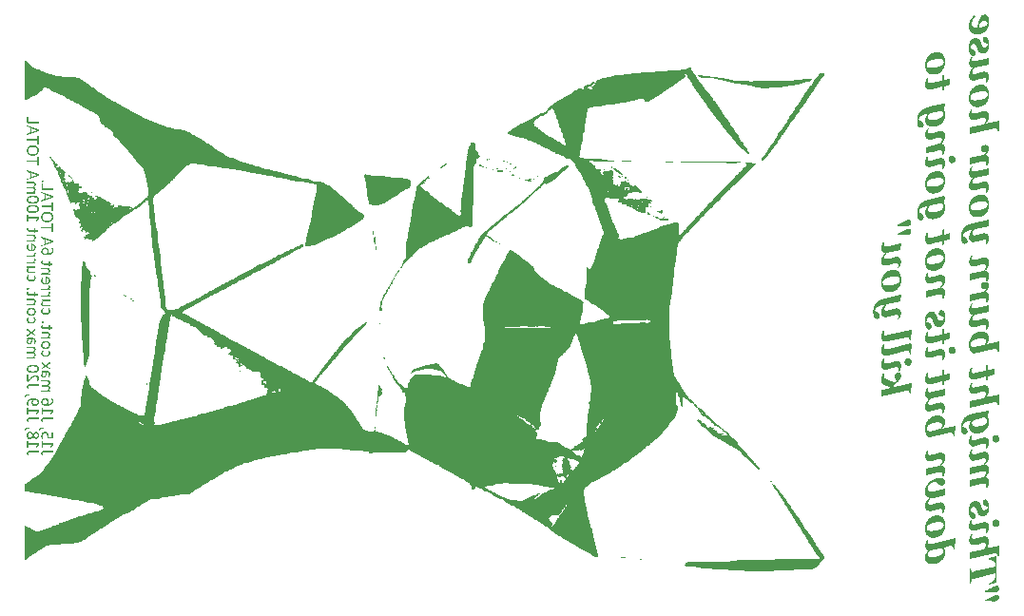
<source format=gbo>
G04*
G04 #@! TF.GenerationSoftware,Altium Limited,Altium Designer,24.1.2 (44)*
G04*
G04 Layer_Color=32896*
%FSLAX25Y25*%
%MOIN*%
G70*
G04*
G04 #@! TF.SameCoordinates,2D7E79AC-0914-4B2E-807A-CDA8686B17FA*
G04*
G04*
G04 #@! TF.FilePolarity,Positive*
G04*
G01*
G75*
G36*
X-17658Y-116890D02*
X-17430Y-116947D01*
X-17030Y-117118D01*
X-16801Y-117175D01*
X-16230Y-117232D01*
X-14230Y-117290D01*
X-14058Y-117347D01*
X-12515Y-117404D01*
X-12058Y-117690D01*
X-11601Y-117804D01*
X-10287Y-117861D01*
X-9887Y-118033D01*
X-9429Y-118090D01*
X-9258Y-118147D01*
X-8858Y-118204D01*
X-8629Y-118261D01*
X-8001Y-118318D01*
X-7829Y-118375D01*
X-7344Y-118461D01*
X-7058Y-118575D01*
X-6829Y-118632D01*
X-6486Y-118690D01*
X-5972Y-118747D01*
X-5515Y-118804D01*
X-3858Y-118861D01*
X-2029Y-118918D01*
X-343Y-118947D01*
X-172Y-118890D01*
X8771Y-118918D01*
X11057Y-118861D01*
X12200Y-118804D01*
X13229Y-118747D01*
X13372Y-118718D01*
X13429D01*
X14715Y-118518D01*
X15057Y-118461D01*
X16600Y-118290D01*
X18086Y-118233D01*
X18772Y-118175D01*
X19400Y-118118D01*
X20172Y-118033D01*
X20429Y-118175D01*
X20372Y-118404D01*
X20115Y-118718D01*
X20000Y-118833D01*
X19715Y-118947D01*
X19315Y-119004D01*
X19086Y-119061D01*
X18515Y-119118D01*
X18000Y-119404D01*
X17600Y-119575D01*
X16943Y-119718D01*
X16657Y-119775D01*
X15743Y-120004D01*
X15400Y-120061D01*
X14543Y-120233D01*
X14314Y-120290D01*
X14029Y-120347D01*
X13572Y-120404D01*
X13115Y-120518D01*
X12657Y-120575D01*
X12086Y-120633D01*
X11629Y-120690D01*
X11114Y-120747D01*
X10429Y-120861D01*
X9572Y-121033D01*
X9057Y-121090D01*
X7628Y-121147D01*
X6657Y-121204D01*
X5571Y-121261D01*
X5114Y-121318D01*
X3428Y-121347D01*
X3257Y-121290D01*
X2342Y-121233D01*
X1457Y-121147D01*
X1171Y-121090D01*
X943Y-121033D01*
X657Y-120918D01*
X400Y-120833D01*
X171Y-120775D01*
X-1172Y-120575D01*
X-1458Y-120518D01*
X-1829Y-120376D01*
X-2229Y-120261D01*
X-2458Y-120204D01*
X-3029Y-120147D01*
X-3258Y-120090D01*
X-4115Y-120033D01*
X-4401Y-119918D01*
X-4801Y-119804D01*
X-5201Y-119747D01*
X-5429Y-119690D01*
X-6372Y-119604D01*
X-6886Y-119547D01*
X-7372Y-119404D01*
X-7829Y-119290D01*
X-8401Y-119118D01*
X-8972Y-119061D01*
X-9201Y-119004D01*
X-9572Y-118918D01*
X-9801Y-118861D01*
X-10258Y-118690D01*
X-10487Y-118632D01*
X-10772Y-118575D01*
X-11001Y-118518D01*
X-11515Y-118461D01*
X-11972Y-118404D01*
X-12201Y-118347D01*
X-12515Y-118261D01*
X-13087Y-118090D01*
X-13544Y-117975D01*
X-14201Y-117890D01*
X-14487Y-117833D01*
X-16887Y-117775D01*
X-17630Y-117661D01*
X-18087Y-117604D01*
X-18373Y-117547D01*
X-18601Y-117490D01*
X-19287Y-117147D01*
X-19258Y-116890D01*
X-17830Y-116832D01*
X-17658Y-116890D01*
D02*
G37*
G36*
X-254955Y-111661D02*
X-254697Y-111918D01*
X-254583Y-111975D01*
X-254412Y-112146D01*
X-254297Y-112204D01*
X-252897Y-113604D01*
X-252840Y-113718D01*
X-252669Y-113889D01*
X-252612Y-114004D01*
X-252355Y-114147D01*
X-252069Y-114261D01*
X-251640Y-114347D01*
X-251040Y-114661D01*
X-250812Y-114718D01*
X-250440Y-114804D01*
X-250212Y-114861D01*
X-250012Y-115004D01*
X-249669Y-115232D01*
X-249269Y-115404D01*
X-249040Y-115461D01*
X-248754Y-115575D01*
X-248640Y-115632D01*
X-248297Y-115861D01*
X-248069Y-115918D01*
X-247754Y-116004D01*
X-247469Y-116061D01*
X-246811Y-116375D01*
X-246583Y-116432D01*
X-245868Y-116518D01*
X-245583Y-116632D01*
X-245211Y-116832D01*
X-244840Y-116918D01*
X-244268Y-117032D01*
X-243640Y-117090D01*
X-243297Y-117147D01*
X-242554Y-117204D01*
X-242325Y-117261D01*
X-242011Y-117347D01*
X-241325Y-117461D01*
X-240754Y-117518D01*
X-240354Y-117575D01*
X-240183Y-117518D01*
X-238040Y-117490D01*
X-237697Y-117547D01*
X-237240Y-117604D01*
X-236725Y-117661D01*
X-236497Y-117718D01*
X-235668Y-118204D01*
X-235554Y-118318D01*
X-235439Y-118375D01*
X-234811Y-118718D01*
X-234697Y-118833D01*
X-234582Y-118890D01*
X-234411Y-119061D01*
X-233782Y-119404D01*
X-233554Y-119633D01*
X-233439Y-119690D01*
X-233325Y-119804D01*
X-233211Y-119861D01*
X-233097Y-119975D01*
X-232982Y-120033D01*
X-232868Y-120147D01*
X-232754Y-120204D01*
X-231954Y-120775D01*
X-231668Y-120947D01*
X-231354Y-121204D01*
X-230896Y-121490D01*
X-230582Y-121804D01*
X-230468Y-121861D01*
X-230068Y-122090D01*
X-229668Y-122376D01*
X-229268Y-122604D01*
X-228982Y-122890D01*
X-228868Y-122947D01*
X-228068Y-123518D01*
X-227954Y-123576D01*
X-227639Y-123833D01*
X-227553Y-123918D01*
X-227439Y-123976D01*
X-226896Y-124347D01*
X-226753Y-124490D01*
X-226353Y-124661D01*
X-225839Y-124947D01*
X-225496Y-125176D01*
X-225096Y-125404D01*
X-224582Y-125633D01*
X-224296Y-125804D01*
X-224068Y-126033D01*
X-223953Y-126090D01*
X-223668Y-126204D01*
X-223153Y-126490D01*
X-222982Y-126661D01*
X-222268Y-126919D01*
X-222125Y-127061D01*
X-222010Y-127119D01*
X-221896Y-127233D01*
X-221039Y-127690D01*
X-220925Y-127804D01*
X-220810Y-127861D01*
X-220410Y-128090D01*
X-220296Y-128204D01*
X-219667Y-128490D01*
X-219039Y-128833D01*
X-218296Y-129233D01*
X-217953Y-129462D01*
X-217839Y-129519D01*
X-217267Y-129919D01*
X-216639Y-130262D01*
X-216239Y-130547D01*
X-214810Y-131233D01*
X-213724Y-131747D01*
X-213210Y-132033D01*
X-212810Y-132204D01*
X-212581Y-132262D01*
X-212210Y-132405D01*
X-211496Y-132719D01*
X-211124Y-132805D01*
X-210495Y-133033D01*
X-210181Y-133176D01*
X-209895Y-133290D01*
X-209524Y-133433D01*
X-209296Y-133490D01*
X-208838Y-133662D01*
X-208238Y-133976D01*
X-207695Y-134176D01*
X-207095Y-134433D01*
X-206724Y-134576D01*
X-205724Y-134890D01*
X-205495Y-134948D01*
X-204667Y-135090D01*
X-204295Y-135233D01*
X-203552Y-135290D01*
X-203152Y-135462D01*
X-202581Y-135633D01*
X-201667Y-135690D01*
X-201009Y-135776D01*
X-200552Y-135833D01*
X-200267Y-135948D01*
X-200181Y-136033D01*
X-199895Y-136148D01*
X-199038Y-136205D01*
X-198752Y-136319D01*
X-198009Y-136605D01*
X-197552Y-136776D01*
X-197238Y-137033D01*
X-197095Y-137176D01*
X-196695Y-137405D01*
X-196381Y-137662D01*
X-196066Y-137805D01*
X-195838Y-137862D01*
X-195323Y-138148D01*
X-195095Y-138376D01*
X-194723Y-138519D01*
X-194523Y-138662D01*
X-194181Y-138891D01*
X-193952Y-138948D01*
X-193552Y-139233D01*
X-193323Y-139462D01*
X-192066Y-140148D01*
X-191952Y-140262D01*
X-191838Y-140319D01*
X-191666Y-140491D01*
X-191266Y-140719D01*
X-191152Y-140833D01*
X-191037Y-140891D01*
X-190523Y-141176D01*
X-190209Y-141434D01*
X-190066Y-141576D01*
X-189523Y-141776D01*
X-189095Y-142205D01*
X-188980Y-142262D01*
X-188437Y-142634D01*
X-187723Y-143062D01*
X-187409Y-143319D01*
X-186809Y-143748D01*
X-186437Y-143891D01*
X-186152Y-144005D01*
X-186066Y-144091D01*
X-185952Y-144148D01*
X-185837Y-144262D01*
X-185723Y-144319D01*
X-184923Y-144891D01*
X-184694Y-144948D01*
X-184580Y-145062D01*
X-184294Y-145234D01*
X-183951Y-145462D01*
X-183580Y-145548D01*
X-183294Y-145605D01*
X-182494Y-145891D01*
X-181866Y-146177D01*
X-181151Y-146491D01*
X-180437Y-146748D01*
X-180123Y-146891D01*
X-179837Y-147005D01*
X-179266Y-147177D01*
X-179037Y-147234D01*
X-178723Y-147319D01*
X-178465Y-147405D01*
X-178066Y-147520D01*
X-177837Y-147577D01*
X-177437Y-147691D01*
X-176837Y-147834D01*
X-176380Y-148005D01*
X-175894Y-148148D01*
X-175494Y-148205D01*
X-175037Y-148320D01*
X-174665Y-148462D01*
X-174294Y-148662D01*
X-174065Y-148720D01*
X-173294Y-148805D01*
X-173065Y-148862D01*
X-172780Y-148977D01*
X-172694Y-149062D01*
X-172580Y-149120D01*
X-172179Y-149291D01*
X-171951Y-149348D01*
X-171608Y-149405D01*
X-171322Y-149520D01*
X-170951Y-149605D01*
X-170294Y-149805D01*
X-170065Y-149863D01*
X-168836Y-150120D01*
X-168151Y-150291D01*
X-167579Y-150405D01*
X-167122Y-150462D01*
X-166836Y-150520D01*
X-166522Y-150663D01*
X-165579Y-150863D01*
X-165351Y-150920D01*
X-165065Y-150977D01*
X-164722Y-151034D01*
X-164494Y-151091D01*
X-164151Y-151320D01*
X-163836Y-151463D01*
X-163122Y-151548D01*
X-162893Y-151605D01*
X-162579Y-151691D01*
X-161893Y-151863D01*
X-161493Y-151977D01*
X-161179Y-152063D01*
X-160722Y-152177D01*
X-160408Y-152263D01*
X-159750Y-152405D01*
X-158836Y-152634D01*
X-158350Y-152834D01*
X-158065Y-152948D01*
X-157693Y-153034D01*
X-156722Y-153091D01*
X-156036Y-153206D01*
X-155807Y-153263D01*
X-155350Y-153434D01*
X-154064Y-154091D01*
X-153664Y-154148D01*
X-151579Y-154120D01*
X-151236Y-154291D01*
X-151036Y-154377D01*
X-150750Y-154548D01*
X-150179Y-154777D01*
X-150064Y-154834D01*
X-149607Y-155120D01*
X-149379Y-155177D01*
X-149007Y-155320D01*
X-148521Y-155577D01*
X-148407Y-155691D01*
X-148293Y-155748D01*
X-148179Y-155863D01*
X-148064Y-155920D01*
X-147950Y-156034D01*
X-147836Y-156091D01*
X-147664Y-156263D01*
X-147550Y-156320D01*
X-147150Y-156606D01*
X-147036Y-156663D01*
X-146578Y-157120D01*
X-146464Y-157177D01*
X-146178Y-157463D01*
X-146064Y-157520D01*
X-145664Y-157920D01*
X-145264Y-158149D01*
X-144721Y-158691D01*
X-144664Y-158806D01*
X-144350Y-159120D01*
X-144235Y-159177D01*
X-143693Y-159549D01*
X-143464Y-159891D01*
X-143407Y-160006D01*
X-142864Y-160549D01*
X-142778Y-160577D01*
X-142721Y-160691D01*
X-142578Y-160834D01*
X-142464Y-160891D01*
X-142235Y-161120D01*
X-142150Y-161149D01*
X-142093Y-161263D01*
X-141893Y-161406D01*
X-141778Y-161520D01*
X-141664Y-161577D01*
X-141550Y-161692D01*
X-141435Y-161749D01*
X-141321Y-161863D01*
X-141207Y-161920D01*
X-140807Y-162320D01*
X-140692Y-162377D01*
X-140578Y-162492D01*
X-140464Y-162549D01*
X-140264Y-162863D01*
X-140121Y-163006D01*
X-140007Y-163063D01*
X-139807Y-163206D01*
X-139750Y-163320D01*
X-139635Y-163435D01*
X-139578Y-163549D01*
X-139492Y-163635D01*
X-138978Y-163863D01*
X-138578Y-164092D01*
X-138264Y-164349D01*
X-137921Y-164692D01*
X-137892Y-164777D01*
X-137807Y-164806D01*
X-137778Y-164892D01*
X-137664Y-164949D01*
X-137435Y-165177D01*
X-137206Y-165235D01*
X-136835Y-165320D01*
X-136635Y-165463D01*
X-136492Y-165778D01*
X-136435Y-166177D01*
X-136492Y-166577D01*
X-136749Y-166892D01*
X-136835Y-166978D01*
X-136892Y-167092D01*
X-137149Y-167349D01*
X-137549Y-167578D01*
X-137778Y-167806D01*
X-137892Y-167863D01*
X-138007Y-167978D01*
X-138121Y-168035D01*
X-138835Y-168578D01*
X-138921Y-168663D01*
X-139778Y-169121D01*
X-139950Y-169292D01*
X-140349Y-169520D01*
X-140750Y-169806D01*
X-140864Y-169863D01*
X-140978Y-169978D01*
X-142635Y-170835D01*
X-143150Y-171235D01*
X-143492Y-171463D01*
X-143778Y-171578D01*
X-144150Y-171721D01*
X-144864Y-172149D01*
X-145236Y-172292D01*
X-145550Y-172435D01*
X-146064Y-172721D01*
X-146464Y-172949D01*
X-147321Y-173349D01*
X-147836Y-173635D01*
X-147950Y-173749D01*
X-148064Y-173806D01*
X-148350Y-173921D01*
X-148864Y-174149D01*
X-149436Y-174206D01*
X-149550Y-174321D01*
X-149664Y-174378D01*
X-149778Y-174492D01*
X-149893Y-174549D01*
X-150436Y-174921D01*
X-150921Y-175121D01*
X-151807Y-175435D01*
X-152179Y-175578D01*
X-152464Y-175692D01*
X-153093Y-175978D01*
X-153979Y-176292D01*
X-154264Y-176407D01*
X-154579Y-176492D01*
X-154807Y-176549D01*
X-155464Y-176692D01*
X-156036Y-176806D01*
X-156579Y-176835D01*
X-156979Y-176607D01*
X-157179Y-176407D01*
X-157236Y-176178D01*
X-157179Y-175949D01*
X-156950Y-175435D01*
X-156836Y-174978D01*
X-156693Y-173749D01*
X-156636Y-173406D01*
X-156465Y-172949D01*
X-156264Y-172292D01*
X-156207Y-171892D01*
X-156064Y-171235D01*
X-155979Y-170921D01*
X-155865Y-170520D01*
X-155807Y-170292D01*
X-155750Y-169720D01*
X-155636Y-169435D01*
X-155522Y-169035D01*
X-155379Y-168663D01*
X-155236Y-168178D01*
X-155122Y-167720D01*
X-155036Y-166949D01*
X-154893Y-166463D01*
X-154836Y-166063D01*
X-154893Y-165892D01*
X-154836Y-165492D01*
X-154779Y-165149D01*
X-154722Y-164977D01*
X-154665Y-164577D01*
X-154607Y-164349D01*
X-154522Y-163863D01*
X-154464Y-163520D01*
X-154407Y-163063D01*
X-154350Y-162835D01*
X-154264Y-162520D01*
X-154150Y-162120D01*
X-154093Y-161892D01*
X-154007Y-161520D01*
X-153950Y-161234D01*
X-153836Y-160492D01*
X-153779Y-160149D01*
X-153722Y-159920D01*
X-153579Y-159434D01*
X-153522Y-159206D01*
X-153436Y-158720D01*
X-153379Y-158377D01*
X-153322Y-158149D01*
X-153179Y-157663D01*
X-153064Y-156691D01*
X-153007Y-156463D01*
X-153064Y-155320D01*
X-153207Y-155177D01*
X-153493Y-155063D01*
X-153893Y-155006D01*
X-154436Y-154920D01*
X-154665Y-154863D01*
X-154950Y-154748D01*
X-155264Y-154663D01*
X-155665Y-154605D01*
X-155893Y-154548D01*
X-156322Y-154463D01*
X-156779Y-154348D01*
X-157065Y-154291D01*
X-157379Y-154206D01*
X-157607Y-154148D01*
X-159207Y-154091D01*
X-159379Y-154034D01*
X-160522Y-153977D01*
X-160808Y-153863D01*
X-161379Y-153691D01*
X-162122Y-153634D01*
X-162579Y-153520D01*
X-163151Y-153348D01*
X-163808Y-153206D01*
X-164122Y-153120D01*
X-164494Y-153034D01*
X-164722Y-152977D01*
X-165408Y-152863D01*
X-165693Y-152805D01*
X-165922Y-152748D01*
X-166208Y-152691D01*
X-167265Y-152605D01*
X-167437Y-152548D01*
X-167808Y-152463D01*
X-168094Y-152405D01*
X-168779Y-152234D01*
X-169065Y-152177D01*
X-169751Y-152063D01*
X-170037Y-152005D01*
X-170494Y-151948D01*
X-170837Y-151891D01*
X-171065Y-151834D01*
X-171922Y-151663D01*
X-172380Y-151548D01*
X-173122Y-151491D01*
X-173694Y-151377D01*
X-173923Y-151320D01*
X-174265Y-151262D01*
X-174723Y-151205D01*
X-175351Y-151091D01*
X-175665Y-151005D01*
X-176065Y-150948D01*
X-176637Y-150891D01*
X-176808Y-150834D01*
X-177266Y-150720D01*
X-177637Y-150634D01*
X-177866Y-150577D01*
X-178351Y-150434D01*
X-178751Y-150377D01*
X-179294Y-150291D01*
X-179523Y-150234D01*
X-180094Y-150177D01*
X-180380Y-150120D01*
X-180694Y-150034D01*
X-181094Y-149977D01*
X-181866Y-149891D01*
X-182094Y-149834D01*
X-183123Y-149720D01*
X-184209Y-149548D01*
X-184523Y-149462D01*
X-185666Y-149348D01*
X-186066Y-149291D01*
X-186294Y-149234D01*
X-186580Y-149120D01*
X-186809Y-149062D01*
X-187952Y-149005D01*
X-188237Y-148891D01*
X-188609Y-148805D01*
X-189380Y-148720D01*
X-189609Y-148662D01*
X-190695Y-148605D01*
X-191638Y-148462D01*
X-191866Y-148405D01*
X-192180Y-148320D01*
X-192580Y-148262D01*
X-193152Y-148205D01*
X-193552Y-148148D01*
X-194123Y-148091D01*
X-194580Y-147977D01*
X-194981Y-147862D01*
X-195209Y-147805D01*
X-196581Y-147634D01*
X-196923Y-147691D01*
X-197209Y-147805D01*
X-197581Y-147948D01*
X-197781Y-148034D01*
X-198238Y-148320D01*
X-198352Y-148377D01*
X-198466Y-148491D01*
X-198581Y-148548D01*
X-198981Y-148777D01*
X-199495Y-149291D01*
X-199609Y-149348D01*
X-200209Y-149948D01*
X-200267Y-150063D01*
X-200466Y-150262D01*
X-200581Y-150320D01*
X-201152Y-150891D01*
X-201267Y-150948D01*
X-201438Y-151120D01*
X-201552Y-151177D01*
X-201752Y-151377D01*
X-201809Y-151491D01*
X-202095Y-151777D01*
X-202152Y-151891D01*
X-202838Y-152577D01*
X-202895Y-152691D01*
X-203152Y-153006D01*
X-203352Y-153206D01*
X-203410Y-153320D01*
X-203838Y-153748D01*
X-203952Y-153805D01*
X-204410Y-154263D01*
X-204524Y-154320D01*
X-204810Y-154605D01*
X-204924Y-154663D01*
X-205524Y-155263D01*
X-205552Y-155348D01*
X-205667Y-155406D01*
X-205752Y-155491D01*
X-205781Y-155577D01*
X-205895Y-155634D01*
X-206181Y-155920D01*
X-206295Y-155977D01*
X-206924Y-156606D01*
X-207038Y-156663D01*
X-207210Y-156834D01*
X-207324Y-156891D01*
X-207610Y-157177D01*
X-207724Y-157234D01*
X-207895Y-157406D01*
X-208010Y-157463D01*
X-208295Y-157749D01*
X-208410Y-157806D01*
X-208638Y-158034D01*
X-208753Y-158091D01*
X-209038Y-158377D01*
X-209153Y-158434D01*
X-209267Y-158549D01*
X-209381Y-158606D01*
X-209524Y-158749D01*
X-209581Y-158863D01*
X-209895Y-159177D01*
X-210010Y-159234D01*
X-210153Y-159377D01*
X-210210Y-159492D01*
X-210381Y-159891D01*
X-210324Y-160977D01*
X-210267Y-161949D01*
X-210210Y-162120D01*
X-210124Y-163006D01*
X-210067Y-163806D01*
X-210010Y-164377D01*
X-209953Y-164720D01*
X-209895Y-165006D01*
X-209810Y-165778D01*
X-209753Y-166978D01*
X-209696Y-167149D01*
X-209581Y-167949D01*
X-209524Y-168520D01*
X-209438Y-169063D01*
X-209381Y-169520D01*
X-209267Y-170149D01*
X-209181Y-170463D01*
X-209067Y-170863D01*
X-208895Y-172064D01*
X-208838Y-173892D01*
X-208781Y-174064D01*
X-208724Y-174292D01*
X-208667Y-174692D01*
X-208581Y-175349D01*
X-208524Y-175635D01*
X-208467Y-175864D01*
X-208410Y-176149D01*
X-208353Y-176949D01*
X-208238Y-177635D01*
X-208181Y-177864D01*
X-208124Y-178149D01*
X-208067Y-178492D01*
X-207953Y-179064D01*
X-207867Y-179835D01*
X-207810Y-180235D01*
X-207753Y-181893D01*
X-207695Y-182064D01*
X-207638Y-183092D01*
X-207581Y-183264D01*
X-207381Y-184264D01*
X-207324Y-184893D01*
X-207267Y-185578D01*
X-207210Y-186950D01*
X-207153Y-187750D01*
X-207038Y-188379D01*
X-206838Y-189036D01*
X-206781Y-189436D01*
X-206695Y-190493D01*
X-206638Y-191007D01*
X-206495Y-192179D01*
X-206410Y-193064D01*
X-206295Y-193750D01*
X-206238Y-194379D01*
X-206181Y-194893D01*
X-206124Y-195636D01*
X-206067Y-197122D01*
X-205953Y-197865D01*
X-205838Y-198322D01*
X-205552Y-198779D01*
X-205438Y-198893D01*
X-205152Y-199007D01*
X-203752Y-199036D01*
X-203295Y-198979D01*
X-202552Y-198865D01*
X-202095Y-198750D01*
X-201809Y-198636D01*
X-201467Y-198465D01*
X-201209Y-198265D01*
X-201095Y-198207D01*
X-200581Y-197922D01*
X-200466Y-197808D01*
X-200066Y-197636D01*
X-199438Y-197293D01*
X-198924Y-197065D01*
X-198409Y-196779D01*
X-198238Y-196607D01*
X-197838Y-196436D01*
X-197523Y-196350D01*
X-197066Y-196179D01*
X-196752Y-196036D01*
X-196381Y-195893D01*
X-196095Y-195779D01*
X-195752Y-195550D01*
X-195066Y-195207D01*
X-193952Y-194607D01*
X-193838Y-194493D01*
X-193723Y-194436D01*
X-193609Y-194322D01*
X-193238Y-194179D01*
X-192923Y-193979D01*
X-192809Y-193864D01*
X-192695Y-193807D01*
X-192352Y-193579D01*
X-192238Y-193522D01*
X-191895Y-193293D01*
X-191266Y-192950D01*
X-190923Y-192721D01*
X-190380Y-192522D01*
X-190066Y-192322D01*
X-189437Y-192036D01*
X-189037Y-191807D01*
X-188580Y-191522D01*
X-188352Y-191464D01*
X-187037Y-190779D01*
X-185952Y-190207D01*
X-185723Y-189979D01*
X-185437Y-189864D01*
X-184809Y-189521D01*
X-184523Y-189350D01*
X-184237Y-189236D01*
X-184009Y-189179D01*
X-183609Y-188893D01*
X-182637Y-188379D01*
X-181894Y-187978D01*
X-181780Y-187864D01*
X-181237Y-187664D01*
X-180923Y-187464D01*
X-180694Y-187236D01*
X-180580Y-187178D01*
X-179666Y-186607D01*
X-178465Y-186036D01*
X-178180Y-185864D01*
X-177837Y-185635D01*
X-177123Y-185378D01*
X-176780Y-185150D01*
X-176408Y-184950D01*
X-175780Y-184607D01*
X-175265Y-184378D01*
X-173723Y-183578D01*
X-172980Y-183235D01*
X-172580Y-183007D01*
X-171722Y-182607D01*
X-169151Y-181292D01*
X-168408Y-180950D01*
X-168294Y-180892D01*
X-167836Y-180607D01*
X-167294Y-180407D01*
X-166408Y-179921D01*
X-165779Y-179635D01*
X-165379Y-179464D01*
X-165008Y-179321D01*
X-164722Y-179207D01*
X-163951Y-178778D01*
X-163551Y-178492D01*
X-163151Y-178321D01*
X-162865Y-178207D01*
X-162350Y-177921D01*
X-161951Y-177749D01*
X-161579Y-177607D01*
X-160865Y-177292D01*
X-160579Y-177178D01*
X-159836Y-176835D01*
X-159465Y-176749D01*
X-159179Y-176635D01*
X-159065Y-176521D01*
X-158836Y-176121D01*
X-158750Y-176035D01*
X-158293Y-175921D01*
X-157979Y-176006D01*
X-157893Y-176092D01*
X-157779Y-176149D01*
X-157750Y-176521D01*
X-157865Y-176635D01*
X-158065Y-177006D01*
X-158179Y-177064D01*
X-158293Y-177178D01*
X-158407Y-177235D01*
X-158522Y-177349D01*
X-158636Y-177407D01*
X-159093Y-177692D01*
X-159493Y-177921D01*
X-159950Y-178207D01*
X-160122Y-178264D01*
X-160579Y-178550D01*
X-162808Y-179692D01*
X-162922Y-179807D01*
X-163036Y-179864D01*
X-163436Y-180092D01*
X-163551Y-180207D01*
X-163951Y-180378D01*
X-164236Y-180492D01*
X-164979Y-180892D01*
X-165608Y-181235D01*
X-166065Y-181521D01*
X-166351Y-181635D01*
X-166722Y-181778D01*
X-166808Y-181864D01*
X-167779Y-182378D01*
X-168122Y-182607D01*
X-168408Y-182721D01*
X-168808Y-182950D01*
X-169094Y-183121D01*
X-169665Y-183350D01*
X-169779Y-183407D01*
X-170179Y-183635D01*
X-170465Y-183750D01*
X-171551Y-184321D01*
X-172294Y-184721D01*
X-173208Y-185350D01*
X-173494Y-185464D01*
X-174465Y-185921D01*
X-174751Y-186036D01*
X-175151Y-186207D01*
X-175265Y-186264D01*
X-175723Y-186550D01*
X-176123Y-186778D01*
X-176465Y-187007D01*
X-176580Y-187064D01*
X-176980Y-187350D01*
X-177094Y-187464D01*
X-177208Y-187521D01*
X-177723Y-187750D01*
X-178351Y-188093D01*
X-178866Y-188321D01*
X-179237Y-188464D01*
X-180637Y-189236D01*
X-181151Y-189521D01*
X-181466Y-189778D01*
X-182351Y-190264D01*
X-185152Y-191693D01*
X-185494Y-191921D01*
X-185894Y-192093D01*
X-186180Y-192207D01*
X-187380Y-192836D01*
X-187780Y-193064D01*
X-188866Y-193579D01*
X-189609Y-193979D01*
X-189952Y-194207D01*
X-190295Y-194264D01*
X-190695Y-194493D01*
X-190809Y-194607D01*
X-190923Y-194665D01*
X-192009Y-195236D01*
X-192352Y-195465D01*
X-192466Y-195522D01*
X-192923Y-195807D01*
X-193209Y-195922D01*
X-194638Y-196665D01*
X-194981Y-196893D01*
X-195266Y-197007D01*
X-195666Y-197236D01*
X-195838Y-197407D01*
X-197152Y-198036D01*
X-197895Y-198436D01*
X-198409Y-198665D01*
X-198924Y-198950D01*
X-199038Y-199065D01*
X-199324Y-199179D01*
X-199438Y-199236D01*
X-199752Y-199493D01*
X-199838Y-199579D01*
X-199952Y-199636D01*
X-200152Y-199836D01*
X-200095Y-200065D01*
X-199667Y-200322D01*
X-199267Y-200493D01*
X-198695Y-200722D01*
X-198581Y-200779D01*
X-198466Y-200893D01*
X-198352Y-200951D01*
X-197895Y-201236D01*
X-197666Y-201293D01*
X-197352Y-201551D01*
X-197209Y-201693D01*
X-196638Y-201865D01*
X-196352Y-201979D01*
X-195952Y-202265D01*
X-195838Y-202322D01*
X-195095Y-202722D01*
X-194580Y-202951D01*
X-194466Y-203008D01*
X-194152Y-203265D01*
X-193895Y-203408D01*
X-193352Y-203608D01*
X-193152Y-203751D01*
X-192981Y-203922D01*
X-192866Y-203979D01*
X-192352Y-204265D01*
X-192009Y-204493D01*
X-191723Y-204608D01*
X-191352Y-204751D01*
X-190009Y-205465D01*
X-189666Y-205694D01*
X-189437Y-205751D01*
X-189323Y-205865D01*
X-189209Y-205922D01*
X-189037Y-206094D01*
X-188180Y-206551D01*
X-188066Y-206665D01*
X-187666Y-206837D01*
X-186637Y-207408D01*
X-186323Y-207665D01*
X-186009Y-207808D01*
X-185494Y-208094D01*
X-185380Y-208208D01*
X-185266Y-208265D01*
X-184294Y-208779D01*
X-184180Y-208894D01*
X-184066Y-208951D01*
X-183437Y-209351D01*
X-182809Y-209694D01*
X-182066Y-210037D01*
X-181608Y-210208D01*
X-181494Y-210322D01*
X-181380Y-210380D01*
X-181266Y-210494D01*
X-181037Y-210551D01*
X-180494Y-210751D01*
X-180151Y-210980D01*
X-179323Y-211408D01*
X-178351Y-211922D01*
X-178008Y-212151D01*
X-177494Y-212437D01*
X-177380Y-212551D01*
X-177266Y-212608D01*
X-176923Y-212837D01*
X-176694Y-212894D01*
X-176151Y-213265D01*
X-176065Y-213351D01*
X-174865Y-213923D01*
X-174408Y-214094D01*
X-173780Y-214437D01*
X-173037Y-214894D01*
X-172637Y-215065D01*
X-172237Y-215294D01*
X-172122Y-215408D01*
X-171722Y-215580D01*
X-170751Y-216094D01*
X-170351Y-216380D01*
X-170237Y-216437D01*
X-169837Y-216608D01*
X-169465Y-216751D01*
X-169379Y-216837D01*
X-169265Y-216894D01*
X-168922Y-217123D01*
X-168379Y-217323D01*
X-168036Y-217551D01*
X-167951Y-217637D01*
X-167665Y-217751D01*
X-167294Y-217894D01*
X-166579Y-218266D01*
X-165951Y-218608D01*
X-165551Y-218837D01*
X-163893Y-219694D01*
X-163779Y-219809D01*
X-162808Y-220323D01*
X-162465Y-220551D01*
X-161665Y-220894D01*
X-161293Y-221037D01*
X-160951Y-221323D01*
X-160865Y-221409D01*
X-160550Y-221494D01*
X-160322Y-221551D01*
X-159979Y-221780D01*
X-159836Y-221923D01*
X-159436Y-222094D01*
X-159065Y-222237D01*
X-158979Y-222323D01*
X-158008Y-222837D01*
X-157665Y-223066D01*
X-157265Y-223237D01*
X-155722Y-224037D01*
X-155493Y-224266D01*
X-155093Y-224380D01*
X-154693Y-224323D01*
X-154379Y-224066D01*
X-154036Y-223437D01*
X-153779Y-223123D01*
X-153693Y-223037D01*
X-153636Y-222923D01*
X-153464Y-222751D01*
X-153407Y-222637D01*
X-153150Y-222323D01*
X-153064Y-222237D01*
X-153007Y-222123D01*
X-152636Y-221637D01*
X-152550Y-221608D01*
X-152493Y-221494D01*
X-152207Y-221209D01*
X-152150Y-221094D01*
X-151464Y-220180D01*
X-151350Y-220066D01*
X-151064Y-219551D01*
X-150836Y-219323D01*
X-150779Y-219208D01*
X-150664Y-219094D01*
X-150436Y-218694D01*
X-150321Y-218580D01*
X-150264Y-218465D01*
X-150007Y-218151D01*
X-149807Y-217951D01*
X-149750Y-217837D01*
X-149636Y-217723D01*
X-149578Y-217608D01*
X-149321Y-217294D01*
X-149179Y-217094D01*
X-148921Y-216780D01*
X-148778Y-216580D01*
X-148664Y-216465D01*
X-148607Y-216351D01*
X-148236Y-215808D01*
X-148150Y-215723D01*
X-148093Y-215608D01*
X-147693Y-215094D01*
X-147578Y-214980D01*
X-147521Y-214865D01*
X-147121Y-214351D01*
X-146921Y-214151D01*
X-146807Y-214094D01*
X-146693Y-213980D01*
X-146578Y-213923D01*
X-146435Y-213780D01*
X-146378Y-213665D01*
X-146150Y-213437D01*
X-146093Y-213322D01*
X-145978Y-213208D01*
X-145921Y-213094D01*
X-145693Y-212694D01*
X-145436Y-212380D01*
X-145350Y-212294D01*
X-145293Y-212180D01*
X-144835Y-211722D01*
X-144778Y-211608D01*
X-144493Y-211208D01*
X-144321Y-211037D01*
X-144264Y-210922D01*
X-144150Y-210808D01*
X-144093Y-210694D01*
X-143807Y-210408D01*
X-143750Y-210294D01*
X-143635Y-210179D01*
X-143578Y-210065D01*
X-143178Y-209665D01*
X-143121Y-209551D01*
X-143007Y-209437D01*
X-142950Y-209322D01*
X-142292Y-208665D01*
X-142178Y-208608D01*
X-140864Y-207294D01*
X-140750Y-207237D01*
X-140464Y-206951D01*
X-140349Y-206894D01*
X-139721Y-206265D01*
X-139607Y-206208D01*
X-139264Y-205865D01*
X-139149Y-205808D01*
X-139035Y-205694D01*
X-138921Y-205636D01*
X-138692Y-205408D01*
X-138607Y-205379D01*
X-138578Y-205293D01*
X-138464Y-205236D01*
X-138349Y-205122D01*
X-138235Y-205065D01*
X-137835Y-204779D01*
X-137321Y-204493D01*
X-137206Y-204379D01*
X-137092Y-204322D01*
X-136978Y-204208D01*
X-136864Y-204151D01*
X-136464Y-203865D01*
X-136349Y-203808D01*
X-136178Y-203636D01*
X-136064Y-203579D01*
X-135778Y-203465D01*
X-135549Y-203408D01*
X-135435Y-203351D01*
X-135378Y-203293D01*
X-135349Y-203436D01*
X-135692Y-204065D01*
X-135949Y-204322D01*
X-136035Y-204351D01*
X-136092Y-204465D01*
X-136549Y-204922D01*
X-136607Y-205036D01*
X-136749Y-205179D01*
X-136864Y-205236D01*
X-137064Y-205436D01*
X-137121Y-205551D01*
X-137578Y-206008D01*
X-137635Y-206122D01*
X-137749Y-206236D01*
X-137807Y-206351D01*
X-139292Y-207837D01*
X-139349Y-207951D01*
X-139921Y-208522D01*
X-139978Y-208636D01*
X-140264Y-208922D01*
X-140321Y-209036D01*
X-140721Y-209437D01*
X-140778Y-209551D01*
X-140950Y-209722D01*
X-141007Y-209837D01*
X-142464Y-211294D01*
X-142578Y-211351D01*
X-142835Y-211608D01*
X-142893Y-211722D01*
X-143007Y-211837D01*
X-143064Y-211951D01*
X-143178Y-212065D01*
X-143235Y-212180D01*
X-143578Y-212522D01*
X-143635Y-212637D01*
X-144150Y-213151D01*
X-144207Y-213265D01*
X-144321Y-213380D01*
X-144378Y-213494D01*
X-144664Y-213780D01*
X-144721Y-213894D01*
X-144893Y-214065D01*
X-144921Y-214151D01*
X-145036Y-214208D01*
X-145178Y-214408D01*
X-145350Y-214580D01*
X-145407Y-214694D01*
X-145807Y-215094D01*
X-145864Y-215208D01*
X-146264Y-215608D01*
X-146321Y-215723D01*
X-146435Y-215837D01*
X-146493Y-215951D01*
X-146835Y-216294D01*
X-146893Y-216408D01*
X-147293Y-216923D01*
X-147578Y-217208D01*
X-147636Y-217323D01*
X-147864Y-217551D01*
X-147921Y-217666D01*
X-149007Y-218751D01*
X-149064Y-218866D01*
X-149179Y-218980D01*
X-149236Y-219094D01*
X-149636Y-219608D01*
X-149750Y-219723D01*
X-149807Y-219837D01*
X-150207Y-220237D01*
X-150264Y-220351D01*
X-150836Y-220923D01*
X-150893Y-221037D01*
X-151007Y-221151D01*
X-151064Y-221266D01*
X-151407Y-221608D01*
X-151464Y-221723D01*
X-151579Y-221837D01*
X-151636Y-221951D01*
X-151921Y-222237D01*
X-151979Y-222351D01*
X-152093Y-222466D01*
X-152150Y-222580D01*
X-152550Y-222980D01*
X-152607Y-223094D01*
X-152836Y-223323D01*
X-152893Y-223437D01*
X-153436Y-224151D01*
X-153522Y-224237D01*
X-153579Y-224466D01*
X-153607Y-224609D01*
X-153550Y-224837D01*
X-153436Y-225009D01*
X-151207Y-226152D01*
X-150893Y-226409D01*
X-150521Y-226552D01*
X-150064Y-226723D01*
X-149493Y-227123D01*
X-148864Y-227466D01*
X-148464Y-227695D01*
X-148150Y-227952D01*
X-147950Y-228095D01*
X-147836Y-228209D01*
X-147436Y-228437D01*
X-147264Y-228609D01*
X-147150Y-228666D01*
X-146635Y-228952D01*
X-146350Y-229237D01*
X-146236Y-229295D01*
X-145207Y-230095D01*
X-145093Y-230209D01*
X-144978Y-230266D01*
X-144435Y-230638D01*
X-144235Y-230780D01*
X-143950Y-231066D01*
X-143835Y-231123D01*
X-143721Y-231238D01*
X-143607Y-231295D01*
X-143292Y-231552D01*
X-143121Y-231723D01*
X-143064Y-231838D01*
X-142835Y-232238D01*
X-142721Y-232352D01*
X-142664Y-232466D01*
X-142464Y-232666D01*
X-142350Y-232723D01*
X-142264Y-232809D01*
X-142207Y-232923D01*
X-142035Y-233095D01*
X-141978Y-233209D01*
X-141807Y-233381D01*
X-141750Y-233495D01*
X-141550Y-233638D01*
X-141292Y-233895D01*
X-141235Y-234009D01*
X-140835Y-234409D01*
X-140664Y-234695D01*
X-140407Y-235009D01*
X-140178Y-235352D01*
X-139921Y-235609D01*
X-139778Y-235981D01*
X-139664Y-236266D01*
X-139578Y-236352D01*
X-139521Y-236466D01*
X-139292Y-236695D01*
X-138950Y-237323D01*
X-138692Y-237638D01*
X-138464Y-237981D01*
X-138207Y-238409D01*
X-138149Y-238581D01*
X-137635Y-239324D01*
X-137549Y-239638D01*
X-137349Y-239952D01*
X-137235Y-240067D01*
X-137178Y-240181D01*
X-137006Y-240352D01*
X-136778Y-240752D01*
X-136578Y-240952D01*
X-136464Y-241009D01*
X-136121Y-241238D01*
X-135835Y-241352D01*
X-135435Y-241467D01*
X-134749Y-241638D01*
X-134349Y-241809D01*
X-133949Y-241867D01*
X-133492Y-241809D01*
X-133178Y-241552D01*
X-132835Y-241209D01*
X-132778Y-240809D01*
X-132835Y-240067D01*
X-132778Y-239781D01*
X-132692Y-239638D01*
X-132606Y-239724D01*
X-132549Y-240295D01*
X-132606Y-240867D01*
X-132549Y-241381D01*
X-132406Y-241581D01*
X-132178Y-241638D01*
X-131492Y-241695D01*
X-131092Y-241981D01*
X-130635Y-242095D01*
X-130321Y-242181D01*
X-129863Y-242352D01*
X-129549Y-242495D01*
X-129263Y-242610D01*
X-129035Y-242667D01*
X-128635Y-242724D01*
X-128235Y-242952D01*
X-127606Y-243238D01*
X-126920Y-243295D01*
X-126806Y-243409D01*
X-126720Y-243438D01*
X-126663Y-243552D01*
X-126463Y-243752D01*
X-126235Y-243810D01*
X-126063Y-243981D01*
X-125949Y-244038D01*
X-125835Y-244152D01*
X-125435Y-244324D01*
X-125063Y-244467D01*
X-124520Y-244667D01*
X-124234Y-244952D01*
X-123720Y-245181D01*
X-123006Y-245438D01*
X-122920Y-245524D01*
X-122634Y-245695D01*
X-122092Y-246067D01*
X-121949Y-246210D01*
X-121834Y-246267D01*
X-121434Y-246438D01*
X-121291Y-246467D01*
X-121063Y-246410D01*
X-120863Y-246267D01*
X-120834Y-245895D01*
X-121120Y-245438D01*
X-121177Y-245038D01*
X-121234Y-244467D01*
X-121291Y-243609D01*
X-121349Y-243438D01*
X-121434Y-242781D01*
X-121549Y-242495D01*
X-121749Y-242124D01*
X-121863Y-241667D01*
X-121920Y-239495D01*
X-121977Y-239324D01*
X-122063Y-238838D01*
X-122206Y-238352D01*
X-122263Y-237781D01*
X-122320Y-237552D01*
X-122406Y-236895D01*
X-122463Y-236266D01*
X-122549Y-234580D01*
X-122492Y-233838D01*
X-122377Y-233552D01*
X-122263Y-233152D01*
X-122206Y-232923D01*
X-122063Y-232038D01*
X-121806Y-231438D01*
X-121749Y-231037D01*
X-121806Y-230466D01*
X-121863Y-229323D01*
X-121920Y-229152D01*
X-122092Y-228580D01*
X-122206Y-228123D01*
X-122463Y-228037D01*
X-122577Y-227980D01*
X-122949Y-227609D01*
X-123006Y-227495D01*
X-123406Y-226866D01*
X-123463Y-226752D01*
X-123749Y-226352D01*
X-123806Y-226237D01*
X-124035Y-226009D01*
X-124092Y-225894D01*
X-124206Y-225780D01*
X-124263Y-225666D01*
X-124492Y-225437D01*
X-124549Y-225323D01*
X-124920Y-224780D01*
X-125292Y-224409D01*
X-125349Y-224294D01*
X-125463Y-224180D01*
X-125920Y-223323D01*
X-126092Y-223037D01*
X-126263Y-222637D01*
X-126320Y-222523D01*
X-126778Y-221723D01*
X-127006Y-221494D01*
X-127292Y-220866D01*
X-127406Y-220580D01*
X-127463Y-220409D01*
X-127720Y-220094D01*
X-127863Y-219951D01*
X-127920Y-219837D01*
X-128206Y-219437D01*
X-128320Y-219323D01*
X-128549Y-218808D01*
X-128492Y-218580D01*
X-128406Y-218494D01*
X-128092Y-218751D01*
X-128035Y-218866D01*
X-127920Y-218980D01*
X-127863Y-219208D01*
X-127606Y-219523D01*
X-127377Y-219866D01*
X-127320Y-220151D01*
X-127035Y-220780D01*
X-126892Y-220923D01*
X-126835Y-221037D01*
X-126720Y-221151D01*
X-126663Y-221380D01*
X-126520Y-221694D01*
X-125863Y-222009D01*
X-125749Y-222294D01*
X-125777Y-222551D01*
X-125635Y-222694D01*
X-125577Y-222809D01*
X-125406Y-223094D01*
X-125177Y-223494D01*
X-124892Y-223780D01*
X-124835Y-224009D01*
X-124720Y-224123D01*
X-124663Y-224237D01*
X-124520Y-224380D01*
X-124406Y-224437D01*
X-124092Y-224694D01*
X-123606Y-225180D01*
X-123092Y-225466D01*
X-122806Y-225752D01*
X-122692Y-225809D01*
X-121977Y-226352D01*
X-121777Y-226552D01*
X-121377Y-226495D01*
X-121234Y-226123D01*
X-121149Y-225523D01*
X-120806Y-224552D01*
X-120720Y-224466D01*
X-120492Y-223952D01*
X-119977Y-222980D01*
X-119834Y-222837D01*
X-119720Y-222780D01*
X-119349Y-222409D01*
X-119291Y-222294D01*
X-119091Y-222151D01*
X-118920Y-221980D01*
X-118806Y-221923D01*
X-118520Y-221809D01*
X-117777Y-221751D01*
X-117606Y-221694D01*
X-117206Y-221637D01*
X-113891Y-221694D01*
X-113720Y-221751D01*
X-113206Y-221809D01*
X-112920Y-221923D01*
X-112520Y-221980D01*
X-109977Y-222066D01*
X-109748Y-222123D01*
X-109462Y-222237D01*
X-109205Y-222323D01*
X-108720Y-222409D01*
X-108434Y-222523D01*
X-108177Y-222609D01*
X-108062Y-222666D01*
X-107777Y-222780D01*
X-107434Y-222723D01*
X-107405Y-222694D01*
X-107691Y-222294D01*
X-107748Y-222066D01*
X-107834Y-221980D01*
X-108062Y-221923D01*
X-108205Y-221780D01*
X-108348Y-221466D01*
X-108720Y-221266D01*
X-108777Y-221151D01*
X-108977Y-220894D01*
X-109091Y-220837D01*
X-109548Y-220551D01*
X-109948Y-220494D01*
X-110291Y-220266D01*
X-110977Y-220151D01*
X-111748Y-220066D01*
X-112034Y-219951D01*
X-112120Y-219866D01*
X-112405Y-219751D01*
X-112634Y-219694D01*
X-113034Y-219637D01*
X-113948Y-219694D01*
X-114691Y-219751D01*
X-115091Y-219923D01*
X-115834Y-220151D01*
X-116748Y-220209D01*
X-116920Y-220266D01*
X-117291Y-220351D01*
X-117634Y-220409D01*
X-117948Y-220494D01*
X-118463Y-220551D01*
X-118749Y-220723D01*
X-118977Y-220780D01*
X-119349Y-220980D01*
X-119406Y-221094D01*
X-119777Y-221237D01*
X-120034Y-221266D01*
X-120091Y-221151D01*
X-119863Y-220751D01*
X-119606Y-220437D01*
X-119520Y-220351D01*
X-119463Y-220237D01*
X-119234Y-219837D01*
X-119034Y-219637D01*
X-118491Y-219666D01*
X-118177Y-219580D01*
X-117606Y-219523D01*
X-116406Y-218951D01*
X-115948Y-218837D01*
X-115406Y-218637D01*
X-114748Y-218437D01*
X-114520Y-218380D01*
X-114120Y-218323D01*
X-113891Y-218266D01*
X-113291Y-218180D01*
X-113005Y-218123D01*
X-112691Y-218037D01*
X-112463Y-217980D01*
X-111462Y-217837D01*
X-111177Y-217780D01*
X-110634Y-217751D01*
X-110320Y-218008D01*
X-110205Y-218123D01*
X-110148Y-218237D01*
X-109605Y-218951D01*
X-109520Y-219037D01*
X-109462Y-219151D01*
X-109177Y-219437D01*
X-109120Y-219551D01*
X-108720Y-219951D01*
X-108662Y-220066D01*
X-108548Y-220180D01*
X-108491Y-220294D01*
X-108262Y-220523D01*
X-108205Y-220637D01*
X-107920Y-221151D01*
X-107748Y-221323D01*
X-107691Y-221437D01*
X-107348Y-222066D01*
X-107091Y-222380D01*
X-106920Y-222551D01*
X-106805Y-222609D01*
X-106291Y-223009D01*
X-106177Y-223123D01*
X-106062Y-223180D01*
X-105948Y-223294D01*
X-105834Y-223352D01*
X-105434Y-223637D01*
X-105319Y-223694D01*
X-105205Y-223809D01*
X-104462Y-224209D01*
X-104062Y-224437D01*
X-103548Y-224666D01*
X-103434Y-224723D01*
X-102805Y-225009D01*
X-101919Y-225209D01*
X-101491Y-225466D01*
X-101262Y-225523D01*
X-100634Y-225866D01*
X-100233Y-226037D01*
X-99662Y-226095D01*
X-99348Y-225952D01*
X-99233Y-225666D01*
X-99176Y-225266D01*
X-99090Y-224837D01*
X-98976Y-224552D01*
X-98719Y-223952D01*
X-98633Y-223523D01*
X-98576Y-223294D01*
X-98233Y-222723D01*
X-97976Y-221894D01*
X-97805Y-221323D01*
X-97719Y-220894D01*
X-97662Y-220666D01*
X-97576Y-220351D01*
X-97462Y-219951D01*
X-97205Y-219237D01*
X-97062Y-218866D01*
X-97005Y-218637D01*
X-96805Y-217751D01*
X-96690Y-217465D01*
X-96605Y-217380D01*
X-96548Y-217266D01*
X-96433Y-216980D01*
X-96319Y-216523D01*
X-96233Y-216151D01*
X-96090Y-215837D01*
X-95919Y-215437D01*
X-95862Y-215208D01*
X-95719Y-214837D01*
X-95462Y-214237D01*
X-95347Y-213780D01*
X-95205Y-213180D01*
X-95119Y-212980D01*
X-94890Y-212637D01*
X-94833Y-212237D01*
X-94776Y-212008D01*
X-94690Y-211465D01*
X-94633Y-211237D01*
X-94262Y-210408D01*
X-94205Y-210179D01*
X-94147Y-209437D01*
X-94090Y-208865D01*
X-94033Y-208694D01*
X-93976Y-206579D01*
X-94033Y-206179D01*
X-94090Y-205151D01*
X-94147Y-204979D01*
X-94205Y-204751D01*
X-94262Y-204351D01*
X-94319Y-203436D01*
X-94376Y-203093D01*
X-94605Y-202693D01*
X-94719Y-202236D01*
X-94748Y-198379D01*
X-94690Y-196893D01*
X-94633Y-196607D01*
X-94547Y-196407D01*
X-94147Y-195550D01*
X-94005Y-195179D01*
X-93690Y-194465D01*
X-92662Y-192350D01*
X-92519Y-191979D01*
X-92090Y-191150D01*
X-91947Y-190779D01*
X-91690Y-190350D01*
X-91576Y-190064D01*
X-90833Y-188636D01*
X-90547Y-188179D01*
X-90462Y-187807D01*
X-90347Y-187521D01*
X-90062Y-187064D01*
X-89862Y-186578D01*
X-89519Y-185950D01*
X-89347Y-185550D01*
X-88319Y-183435D01*
X-88033Y-182921D01*
X-87804Y-182578D01*
X-87719Y-182264D01*
X-87604Y-181978D01*
X-87376Y-181635D01*
X-87233Y-181321D01*
X-87119Y-181035D01*
X-86890Y-180635D01*
X-86376Y-179664D01*
X-86090Y-179207D01*
X-85861Y-178807D01*
X-85576Y-178349D01*
X-85404Y-178064D01*
X-85147Y-177978D01*
X-84918Y-178035D01*
X-84204Y-178521D01*
X-84118Y-178607D01*
X-83718Y-178778D01*
X-83318Y-179007D01*
X-83004Y-179264D01*
X-82661Y-179492D01*
X-82461Y-179692D01*
X-82347Y-179750D01*
X-81833Y-180149D01*
X-81718Y-180264D01*
X-81604Y-180321D01*
X-80804Y-181121D01*
X-80690Y-181178D01*
X-80575Y-181292D01*
X-80204Y-181435D01*
X-79918Y-181550D01*
X-79833Y-181635D01*
X-79718Y-181693D01*
X-79404Y-181950D01*
X-79090Y-182264D01*
X-79004Y-182292D01*
X-78975Y-182378D01*
X-78861Y-182435D01*
X-78690Y-182607D01*
X-78404Y-182778D01*
X-78175Y-183007D01*
X-78061Y-183064D01*
X-77347Y-183607D01*
X-77232Y-183721D01*
X-77175Y-183835D01*
X-77061Y-183950D01*
X-77004Y-184064D01*
X-76775Y-184407D01*
X-76689Y-184721D01*
X-76632Y-184950D01*
X-76147Y-185778D01*
X-75690Y-186235D01*
X-75461Y-186635D01*
X-75204Y-186893D01*
X-75090Y-186950D01*
X-74861Y-187178D01*
X-74347Y-187464D01*
X-73947Y-187750D01*
X-73832Y-187807D01*
X-73661Y-187978D01*
X-73547Y-188036D01*
X-73204Y-188379D01*
X-73089Y-188436D01*
X-72975Y-188550D01*
X-72861Y-188607D01*
X-72746Y-188721D01*
X-72632Y-188778D01*
X-72232Y-189179D01*
X-72118Y-189236D01*
X-71947Y-189407D01*
X-71832Y-189464D01*
X-71661Y-189636D01*
X-71547Y-189693D01*
X-71032Y-189979D01*
X-70518Y-190321D01*
X-70232Y-190436D01*
X-69861Y-190579D01*
X-69775Y-190664D01*
X-66861Y-192093D01*
X-66461Y-192322D01*
X-66061Y-192607D01*
X-65832Y-192664D01*
X-65432Y-192893D01*
X-64460Y-193407D01*
X-63260Y-194036D01*
X-62632Y-194322D01*
X-61889Y-194722D01*
X-61375Y-194950D01*
X-61260Y-195007D01*
X-60632Y-195407D01*
X-60260Y-195550D01*
X-59946Y-195750D01*
X-59632Y-196007D01*
X-59517Y-196293D01*
X-59575Y-196750D01*
X-59632Y-196922D01*
X-59689Y-199436D01*
X-59746Y-199608D01*
X-60032Y-200236D01*
X-60089Y-200465D01*
X-60203Y-200865D01*
X-60432Y-201436D01*
X-60489Y-201665D01*
X-60546Y-202065D01*
X-60746Y-203408D01*
X-60803Y-203979D01*
X-60717Y-204179D01*
X-60232Y-204208D01*
X-60060Y-204151D01*
X-59832Y-204094D01*
X-59289Y-204008D01*
X-58974Y-203922D01*
X-58289Y-203751D01*
X-57717Y-203579D01*
X-57260Y-203465D01*
X-56574Y-203351D01*
X-55889Y-203293D01*
X-55031Y-202951D01*
X-54631Y-202836D01*
X-54403Y-202779D01*
X-54003Y-202722D01*
X-53431Y-202551D01*
X-53146Y-202436D01*
X-52746Y-202322D01*
X-52088Y-202236D01*
X-51860Y-202179D01*
X-51574Y-202122D01*
X-51231Y-202065D01*
X-50946Y-202008D01*
X-50517Y-201808D01*
X-50460Y-201693D01*
X-50374Y-201665D01*
X-50317Y-201436D01*
X-50374Y-201150D01*
X-50631Y-200893D01*
X-51145Y-200608D01*
X-51460Y-200350D01*
X-51946Y-199865D01*
X-52346Y-199636D01*
X-52574Y-199407D01*
X-52688Y-199350D01*
X-52803Y-199236D01*
X-53203Y-199007D01*
X-53546Y-198779D01*
X-54060Y-198493D01*
X-54289Y-198265D01*
X-54403Y-198207D01*
X-54517Y-198093D01*
X-54631Y-198036D01*
X-54746Y-197922D01*
X-54860Y-197865D01*
X-55489Y-197522D01*
X-55803Y-197265D01*
X-56060Y-197122D01*
X-56432Y-196979D01*
X-56746Y-196779D01*
X-56974Y-196550D01*
X-57089Y-196493D01*
X-57632Y-196122D01*
X-57774Y-195979D01*
X-57889Y-195922D01*
X-58117Y-195693D01*
X-58403Y-195579D01*
X-58832Y-195493D01*
X-59060Y-195264D01*
X-59175Y-194864D01*
X-59203Y-193807D01*
X-59146Y-192893D01*
X-59089Y-191750D01*
X-58974Y-191464D01*
X-58717Y-191207D01*
X-58603Y-190807D01*
X-58546Y-189321D01*
X-58489Y-189150D01*
X-58403Y-188264D01*
X-58346Y-185236D01*
X-58289Y-184607D01*
X-58232Y-183521D01*
X-58174Y-183464D01*
X-58032Y-183607D01*
X-57917Y-184064D01*
X-57832Y-184435D01*
X-57774Y-184664D01*
X-57632Y-184864D01*
X-57432Y-184893D01*
X-57032Y-184607D01*
X-56717Y-183950D01*
X-56660Y-183835D01*
X-56546Y-183550D01*
X-56089Y-182693D01*
X-55403Y-181264D01*
X-55260Y-180435D01*
X-55146Y-179864D01*
X-55031Y-179407D01*
X-54831Y-178750D01*
X-54774Y-178521D01*
X-54317Y-177549D01*
X-54203Y-177149D01*
X-54060Y-176549D01*
X-53917Y-176178D01*
X-53803Y-175892D01*
X-53746Y-175664D01*
X-53631Y-175378D01*
X-53403Y-174864D01*
X-53289Y-174406D01*
X-53231Y-173778D01*
X-52946Y-173264D01*
X-52488Y-172806D01*
X-52374Y-172406D01*
X-52460Y-171806D01*
X-52517Y-171578D01*
X-52574Y-171292D01*
X-52660Y-170978D01*
X-52946Y-170235D01*
X-53203Y-169520D01*
X-53289Y-169206D01*
X-53431Y-168835D01*
X-53689Y-168349D01*
X-53803Y-167949D01*
X-54060Y-167235D01*
X-54203Y-166863D01*
X-54317Y-166577D01*
X-54403Y-166206D01*
X-54517Y-165920D01*
X-54774Y-165320D01*
X-54889Y-164863D01*
X-54974Y-164549D01*
X-55117Y-164234D01*
X-55289Y-163663D01*
X-55374Y-163292D01*
X-55489Y-163006D01*
X-55831Y-162434D01*
X-56032Y-162063D01*
X-56260Y-161492D01*
X-56432Y-160920D01*
X-56489Y-160691D01*
X-56574Y-159977D01*
X-56689Y-159292D01*
X-56746Y-159006D01*
X-56917Y-158549D01*
X-57060Y-158063D01*
X-57117Y-157834D01*
X-57260Y-157463D01*
X-57432Y-157006D01*
X-57660Y-156434D01*
X-58117Y-155863D01*
X-58317Y-155663D01*
X-58374Y-155549D01*
X-58660Y-155091D01*
X-58775Y-154806D01*
X-58832Y-154577D01*
X-59232Y-154006D01*
X-59689Y-153148D01*
X-59860Y-152748D01*
X-60546Y-151434D01*
X-60832Y-150805D01*
X-60975Y-150434D01*
X-61346Y-150063D01*
X-61632Y-149548D01*
X-62032Y-148977D01*
X-62260Y-148462D01*
X-62403Y-148091D01*
X-62746Y-147520D01*
X-62832Y-147434D01*
X-62889Y-147319D01*
X-63403Y-146805D01*
X-63460Y-146691D01*
X-64003Y-145977D01*
X-64289Y-145634D01*
X-64403Y-145462D01*
X-64518Y-145405D01*
X-64575Y-145062D01*
X-64660Y-144862D01*
X-64803Y-144719D01*
X-64946Y-144748D01*
X-65003Y-144976D01*
X-64946Y-145262D01*
X-64860Y-145348D01*
X-64746Y-145405D01*
X-64660Y-145491D01*
X-64632Y-145634D01*
X-64689Y-145862D01*
X-64860Y-146034D01*
X-65375Y-145977D01*
X-66118Y-145577D01*
X-66432Y-145319D01*
X-66518Y-145234D01*
X-66632Y-145176D01*
X-67032Y-145005D01*
X-67403Y-144862D01*
X-67889Y-144605D01*
X-68404Y-144377D01*
X-68918Y-144319D01*
X-69318Y-144034D01*
X-69432Y-143976D01*
X-69546Y-143862D01*
X-69775Y-143805D01*
X-70632Y-143348D01*
X-71146Y-143119D01*
X-71718Y-142891D01*
X-72347Y-142548D01*
X-72689Y-142319D01*
X-72975Y-142205D01*
X-73347Y-142062D01*
X-73947Y-141748D01*
X-74232Y-141633D01*
X-75090Y-141176D01*
X-75375Y-141005D01*
X-75489Y-140948D01*
X-75832Y-140719D01*
X-76204Y-140576D01*
X-76432Y-140519D01*
X-76718Y-140405D01*
X-77090Y-140205D01*
X-77547Y-140091D01*
X-78004Y-139805D01*
X-78404Y-139691D01*
X-78632Y-139633D01*
X-78947Y-139548D01*
X-79032Y-139462D01*
X-79204Y-139405D01*
X-79604Y-139233D01*
X-79833Y-139176D01*
X-80233Y-139062D01*
X-80604Y-138919D01*
X-81061Y-138805D01*
X-81347Y-138748D01*
X-81833Y-138605D01*
X-82061Y-138548D01*
X-82518Y-138490D01*
X-82918Y-138319D01*
X-83290Y-138233D01*
X-83518Y-138176D01*
X-83890Y-138033D01*
X-84804Y-137748D01*
X-85090Y-137633D01*
X-85690Y-137548D01*
X-86147Y-137262D01*
X-86261Y-137148D01*
X-86204Y-136748D01*
X-86119Y-136662D01*
X-86004Y-136605D01*
X-85490Y-136376D01*
X-85204Y-136262D01*
X-85090Y-136205D01*
X-83918Y-135433D01*
X-83604Y-135119D01*
X-83233Y-134976D01*
X-82947Y-134862D01*
X-82347Y-134433D01*
X-81947Y-134262D01*
X-81318Y-133919D01*
X-81204Y-133805D01*
X-81090Y-133747D01*
X-80747Y-133519D01*
X-80461Y-133405D01*
X-77890Y-132090D01*
X-77547Y-131862D01*
X-77432Y-131805D01*
X-76804Y-131462D01*
X-76461Y-131233D01*
X-75947Y-131005D01*
X-74404Y-130204D01*
X-74118Y-130090D01*
X-73889Y-130033D01*
X-73575Y-129947D01*
X-72947Y-129719D01*
X-72746Y-129576D01*
X-72489Y-129319D01*
X-72432Y-129204D01*
X-72375Y-129033D01*
X-72232Y-128662D01*
X-72089Y-128462D01*
X-71489Y-127861D01*
X-70861Y-127519D01*
X-70689Y-127347D01*
X-70575Y-127290D01*
X-70261Y-127033D01*
X-69661Y-126433D01*
X-69546Y-126376D01*
X-69032Y-126090D01*
X-68804Y-125861D01*
X-68404Y-125690D01*
X-68289Y-125633D01*
X-67089Y-125061D01*
X-66003Y-124490D01*
X-65718Y-124204D01*
X-65146Y-123976D01*
X-65032Y-123918D01*
X-64718Y-123661D01*
X-64289Y-123404D01*
X-64175Y-123347D01*
X-63718Y-123061D01*
X-63603Y-123004D01*
X-63203Y-122718D01*
X-63032Y-122547D01*
X-62918Y-122490D01*
X-62289Y-122147D01*
X-62175Y-122033D01*
X-61460Y-121775D01*
X-61260Y-121575D01*
X-61146Y-121518D01*
X-60860Y-121404D01*
X-60089Y-121490D01*
X-59917Y-121604D01*
X-59974Y-121661D01*
X-59917Y-121775D01*
X-60203Y-121890D01*
X-60146Y-121947D01*
X-60232Y-121976D01*
X-60289Y-121918D01*
X-60432Y-122118D01*
X-60489Y-122290D01*
X-60232Y-122376D01*
X-59974Y-122176D01*
X-59946Y-121918D01*
X-60089Y-121890D01*
X-59746Y-121833D01*
X-59460Y-121775D01*
X-59346Y-121661D01*
X-59317Y-121518D01*
X-59403Y-121490D01*
X-59432Y-121404D01*
X-59517Y-121376D01*
X-59460Y-121033D01*
X-58974Y-120547D01*
X-58689Y-120376D01*
X-58289Y-120204D01*
X-57917Y-120118D01*
X-57546Y-119975D01*
X-57146Y-119690D01*
X-57032Y-119633D01*
X-56689Y-119404D01*
X-56574Y-119347D01*
X-56403Y-119175D01*
X-56117Y-119061D01*
X-55717Y-119118D01*
X-55660Y-119347D01*
X-55774Y-119633D01*
X-55860Y-119661D01*
X-55917Y-119775D01*
X-56089Y-119947D01*
X-56231Y-120204D01*
X-56346Y-120261D01*
X-56660Y-120518D01*
X-56774Y-120575D01*
X-56660Y-120861D01*
X-56689Y-121004D01*
X-56889Y-120918D01*
X-56917Y-120833D01*
X-57146Y-120775D01*
X-57660Y-120833D01*
X-57917Y-121090D01*
X-57946Y-121347D01*
X-57889Y-121575D01*
X-57603Y-121690D01*
X-57432Y-121518D01*
X-57317Y-121575D01*
X-57032Y-121861D01*
X-56774Y-121833D01*
X-56546Y-121318D01*
X-56489Y-120918D01*
X-56260Y-120690D01*
X-56203Y-120575D01*
X-56003Y-120318D01*
X-55889Y-120261D01*
X-55803Y-120175D01*
X-55746Y-120061D01*
X-55460Y-119661D01*
X-55260Y-119518D01*
X-55117Y-119375D01*
X-55003Y-118918D01*
X-54946Y-118804D01*
X-54746Y-118604D01*
X-54631Y-118547D01*
X-54231Y-118318D01*
X-53717Y-118090D01*
X-53488Y-118033D01*
X-53088Y-117918D01*
X-52860Y-117861D01*
X-51974Y-117661D01*
X-51746Y-117604D01*
X-51260Y-117461D01*
X-50517Y-117404D01*
X-49917Y-117318D01*
X-49631Y-117204D01*
X-49203Y-116947D01*
X-48803Y-116832D01*
X-47717Y-116775D01*
X-45945Y-116718D01*
X-45774Y-116661D01*
X-45145Y-116490D01*
X-44917Y-116432D01*
X-43488Y-116375D01*
X-43317Y-116318D01*
X-41945Y-116261D01*
X-41774Y-116204D01*
X-41031Y-116147D01*
X-39945Y-116089D01*
X-39659Y-115975D01*
X-39088Y-115918D01*
X-38688Y-115861D01*
X-36259Y-115718D01*
X-35573Y-115661D01*
X-35116Y-115604D01*
X-34202Y-115547D01*
X-33402Y-115489D01*
X-32945Y-115432D01*
X-32716Y-115375D01*
X-31945Y-115289D01*
X-28487Y-115204D01*
X-27516Y-115147D01*
X-26830Y-115089D01*
X-26030Y-115032D01*
X-25516Y-114975D01*
X-25287Y-114918D01*
X-24802Y-114775D01*
X-24087Y-114690D01*
X-23801Y-114632D01*
X-23573Y-114575D01*
X-23287Y-114461D01*
X-22973Y-114318D01*
X-22744Y-114261D01*
X-22344Y-114147D01*
X-21830Y-114204D01*
X-21687Y-114347D01*
X-21630Y-114918D01*
X-21459Y-115089D01*
X-21430Y-115175D01*
X-21316Y-115232D01*
X-21058Y-115661D01*
X-21001Y-115775D01*
X-20773Y-116004D01*
X-20716Y-116118D01*
X-20487Y-116347D01*
X-20430Y-116461D01*
X-20144Y-117090D01*
X-19801Y-117718D01*
X-19687Y-117833D01*
X-19458Y-118233D01*
X-19201Y-118547D01*
X-19116Y-118632D01*
X-19058Y-118747D01*
X-18830Y-118975D01*
X-18773Y-119090D01*
X-18544Y-119318D01*
X-18487Y-119432D01*
X-18373Y-119547D01*
X-18316Y-119661D01*
X-18144Y-119833D01*
X-17858Y-120347D01*
X-17601Y-120661D01*
X-17001Y-121261D01*
X-16944Y-121376D01*
X-16687Y-121690D01*
X-16430Y-121947D01*
X-16373Y-122061D01*
X-16115Y-122376D01*
X-15973Y-122575D01*
X-15858Y-122690D01*
X-15630Y-123090D01*
X-15172Y-123547D01*
X-15115Y-123661D01*
X-14858Y-123976D01*
X-14773Y-124061D01*
X-14715Y-124176D01*
X-14144Y-124976D01*
X-13915Y-125376D01*
X-13687Y-125604D01*
X-13630Y-125718D01*
X-13230Y-126233D01*
X-13115Y-126347D01*
X-12830Y-126861D01*
X-12715Y-126976D01*
X-12658Y-127090D01*
X-12544Y-127204D01*
X-12487Y-127319D01*
X-12201Y-127719D01*
X-12144Y-127833D01*
X-11858Y-128233D01*
X-11801Y-128347D01*
X-11687Y-128462D01*
X-11630Y-128576D01*
X-11144Y-129290D01*
X-11058Y-129376D01*
X-11001Y-129490D01*
X-10887Y-129604D01*
X-10658Y-130004D01*
X-10372Y-130404D01*
X-10315Y-130519D01*
X-10029Y-130919D01*
X-9972Y-131033D01*
X-9744Y-131376D01*
X-9686Y-131490D01*
X-9429Y-131805D01*
X-9344Y-131890D01*
X-9286Y-132004D01*
X-9172Y-132119D01*
X-9115Y-132233D01*
X-8858Y-132547D01*
X-8715Y-132747D01*
X-8486Y-133148D01*
X-8201Y-133605D01*
X-7915Y-134119D01*
X-7658Y-134433D01*
X-7429Y-134776D01*
X-7172Y-135033D01*
X-7115Y-135148D01*
X-6886Y-135548D01*
X-6772Y-135662D01*
X-6715Y-135776D01*
X-6544Y-135948D01*
X-6258Y-136462D01*
X-6001Y-136776D01*
X-5229Y-138176D01*
X-5172Y-138291D01*
X-4944Y-138633D01*
X-4886Y-138748D01*
X-4658Y-139148D01*
X-4486Y-139319D01*
X-4429Y-139433D01*
X-4315Y-139548D01*
X-4258Y-139662D01*
X-4001Y-139976D01*
X-3801Y-140176D01*
X-3458Y-140805D01*
X-3343Y-140919D01*
X-3286Y-141033D01*
X-2829Y-141891D01*
X-2143Y-142862D01*
X-2086Y-142976D01*
X-1972Y-143091D01*
X-1915Y-143205D01*
X-1801Y-143319D01*
X-1743Y-143434D01*
X-1572Y-143605D01*
X-1400Y-144176D01*
X-1429Y-144377D01*
X-1858Y-144291D01*
X-2143Y-144176D01*
X-2515Y-143805D01*
X-2629Y-143748D01*
X-2743Y-143634D01*
X-2858Y-143577D01*
X-3772Y-142662D01*
X-3886Y-142605D01*
X-4401Y-142091D01*
X-4515Y-142034D01*
X-4858Y-141691D01*
X-4972Y-141633D01*
X-5086Y-141519D01*
X-5201Y-141462D01*
X-5401Y-141262D01*
X-5458Y-141148D01*
X-5715Y-140833D01*
X-5972Y-140576D01*
X-6029Y-140462D01*
X-6143Y-140348D01*
X-6201Y-140234D01*
X-6372Y-140062D01*
X-6429Y-139948D01*
X-6829Y-139433D01*
X-7172Y-139091D01*
X-7229Y-138976D01*
X-7515Y-138691D01*
X-7572Y-138576D01*
X-7829Y-138262D01*
X-7915Y-138176D01*
X-7972Y-138062D01*
X-8544Y-137490D01*
X-8601Y-137376D01*
X-8886Y-136976D01*
X-8944Y-136862D01*
X-9401Y-136405D01*
X-9458Y-136290D01*
X-9858Y-135776D01*
X-10115Y-135462D01*
X-10344Y-135119D01*
X-10772Y-134690D01*
X-11115Y-134062D01*
X-11458Y-133719D01*
X-11515Y-133605D01*
X-11801Y-133205D01*
X-11915Y-133090D01*
X-11972Y-132976D01*
X-12172Y-132776D01*
X-12287Y-132719D01*
X-12430Y-132576D01*
X-12487Y-132462D01*
X-12744Y-132147D01*
X-12887Y-131947D01*
X-13058Y-131662D01*
X-13287Y-131262D01*
X-13401Y-131147D01*
X-13458Y-131033D01*
X-13630Y-130862D01*
X-13687Y-130747D01*
X-13944Y-130433D01*
X-14087Y-130290D01*
X-14144Y-130176D01*
X-14258Y-130062D01*
X-14315Y-129947D01*
X-14430Y-129833D01*
X-14487Y-129719D01*
X-14601Y-129604D01*
X-14658Y-129490D01*
X-15058Y-128976D01*
X-15344Y-128576D01*
X-15515Y-128290D01*
X-15915Y-127776D01*
X-16173Y-127462D01*
X-16315Y-127261D01*
X-16544Y-126919D01*
X-16601Y-126804D01*
X-16830Y-126576D01*
X-16887Y-126461D01*
X-17401Y-125718D01*
X-17687Y-125204D01*
X-17973Y-124918D01*
X-18030Y-124804D01*
X-18287Y-124490D01*
X-18373Y-124404D01*
X-18430Y-124290D01*
X-18715Y-123890D01*
X-18773Y-123776D01*
X-19058Y-123376D01*
X-19116Y-123261D01*
X-19516Y-122747D01*
X-19744Y-122404D01*
X-19973Y-122004D01*
X-20201Y-121775D01*
X-20430Y-121376D01*
X-20687Y-121061D01*
X-21116Y-120290D01*
X-21344Y-119947D01*
X-21573Y-119547D01*
X-21801Y-119204D01*
X-21944Y-118833D01*
X-22230Y-118490D01*
X-22458Y-118147D01*
X-22659Y-117833D01*
X-22944Y-117432D01*
X-23230Y-116804D01*
X-23487Y-116318D01*
X-23716Y-116261D01*
X-23859Y-116404D01*
X-23916Y-116575D01*
X-23630Y-116975D01*
X-23687Y-117318D01*
X-24373Y-117661D01*
X-24573Y-117804D01*
X-24802Y-118033D01*
X-25087Y-118204D01*
X-25316Y-118432D01*
X-25430Y-118490D01*
X-25830Y-118718D01*
X-25944Y-118833D01*
X-26059Y-118890D01*
X-26402Y-119118D01*
X-26516Y-119175D01*
X-26830Y-119432D01*
X-27030Y-119633D01*
X-27316Y-119804D01*
X-27602Y-120090D01*
X-27716Y-120147D01*
X-28430Y-120633D01*
X-29002Y-120975D01*
X-29259Y-121233D01*
X-29773Y-121518D01*
X-30002Y-121747D01*
X-30116Y-121804D01*
X-30630Y-122090D01*
X-30745Y-122204D01*
X-30859Y-122261D01*
X-31202Y-122490D01*
X-31602Y-122718D01*
X-31773Y-122890D01*
X-32173Y-123118D01*
X-32402Y-123347D01*
X-32516Y-123404D01*
X-33145Y-123747D01*
X-33373Y-123976D01*
X-33488Y-124033D01*
X-34002Y-124319D01*
X-34116Y-124433D01*
X-34231Y-124490D01*
X-34631Y-124776D01*
X-34745Y-124833D01*
X-34916Y-125004D01*
X-35030Y-125061D01*
X-35659Y-125404D01*
X-35773Y-125519D01*
X-36516Y-125919D01*
X-36831Y-126176D01*
X-37145Y-126261D01*
X-37602Y-126204D01*
X-37916Y-125947D01*
X-38202Y-125433D01*
X-38574Y-125061D01*
X-38859Y-124947D01*
X-39231Y-125033D01*
X-39574Y-125090D01*
X-40259Y-125261D01*
X-40545Y-125319D01*
X-40888Y-125376D01*
X-41116Y-125433D01*
X-41602Y-125633D01*
X-42402Y-125747D01*
X-42774Y-125833D01*
X-43088Y-125919D01*
X-43317Y-125976D01*
X-43974Y-126119D01*
X-44545Y-126233D01*
X-44888Y-126290D01*
X-45660Y-126376D01*
X-46802Y-126490D01*
X-47088Y-126604D01*
X-47488Y-126719D01*
X-47888Y-126776D01*
X-48117Y-126833D01*
X-49088Y-126947D01*
X-49660Y-127004D01*
X-49888Y-127061D01*
X-50288Y-127119D01*
X-50517Y-127176D01*
X-50888Y-127261D01*
X-52946Y-127490D01*
X-53517Y-127604D01*
X-53746Y-127662D01*
X-54031Y-127719D01*
X-54374Y-127776D01*
X-55746Y-127890D01*
X-56374Y-127947D01*
X-56832Y-128004D01*
X-57117Y-128061D01*
X-57574Y-128233D01*
X-57889Y-128433D01*
X-58032Y-128576D01*
X-58146Y-128976D01*
X-58203Y-129719D01*
X-58260Y-129890D01*
X-58346Y-130204D01*
X-58403Y-130490D01*
X-58460Y-130719D01*
X-58574Y-131290D01*
X-58632Y-131747D01*
X-58689Y-132262D01*
X-58746Y-132719D01*
X-58803Y-133290D01*
X-58917Y-133976D01*
X-59032Y-134547D01*
X-59117Y-135319D01*
X-59175Y-135890D01*
X-59232Y-136290D01*
X-59575Y-137376D01*
X-59632Y-137776D01*
X-59832Y-139405D01*
X-59889Y-139748D01*
X-59946Y-140033D01*
X-60003Y-140262D01*
X-60117Y-140548D01*
X-60203Y-140862D01*
X-60317Y-141262D01*
X-60403Y-141633D01*
X-60460Y-142776D01*
X-60575Y-143519D01*
X-60632Y-143862D01*
X-60660Y-144062D01*
X-60603Y-144234D01*
X-60660Y-144634D01*
X-60774Y-144748D01*
X-60832Y-144862D01*
X-60946Y-144976D01*
X-61003Y-145319D01*
X-60803Y-145577D01*
X-60517Y-145691D01*
X-60117Y-145748D01*
X-59889Y-145805D01*
X-58917Y-145977D01*
X-55546Y-146034D01*
X-55374Y-146091D01*
X-54974Y-146148D01*
X-53231Y-146234D01*
X-52946Y-146291D01*
X-52631Y-146377D01*
X-52174Y-146491D01*
X-51431Y-146548D01*
X-50288Y-146605D01*
X-50117Y-146662D01*
X-48517Y-146720D01*
X-48374Y-146805D01*
X-48460Y-146891D01*
X-49345Y-146977D01*
X-49803Y-147034D01*
X-50146Y-147091D01*
X-50374Y-147148D01*
X-51574Y-147205D01*
X-52231Y-147234D01*
X-52403Y-147177D01*
X-54346Y-147119D01*
X-54517Y-147062D01*
X-55660Y-146948D01*
X-55946Y-146834D01*
X-56346Y-146777D01*
X-57203Y-146720D01*
X-57374Y-146777D01*
X-57489Y-146834D01*
X-57517Y-146977D01*
X-57432Y-147062D01*
X-56946Y-147319D01*
X-56917Y-147405D01*
X-56803Y-147462D01*
X-56689Y-147634D01*
X-56517Y-147691D01*
X-56403Y-147805D01*
X-56289Y-147862D01*
X-56032Y-147948D01*
X-56003Y-148091D01*
X-55917Y-148119D01*
X-55974Y-148177D01*
X-55860Y-148291D01*
X-55803Y-148405D01*
X-55460Y-148577D01*
X-55403Y-148691D01*
X-55289Y-148977D01*
X-54946Y-149605D01*
X-54803Y-149748D01*
X-54689Y-149805D01*
X-54546Y-149891D01*
X-54403Y-150205D01*
X-54231Y-150148D01*
X-54031Y-149948D01*
X-54088Y-149834D01*
X-54203Y-149777D01*
X-54146Y-149662D01*
X-53888Y-149520D01*
X-53746Y-149662D01*
X-53660Y-149863D01*
X-53546Y-149920D01*
X-53403Y-150063D01*
X-53603Y-150491D01*
X-53546Y-150605D01*
X-53460Y-150634D01*
X-53574Y-150920D01*
X-53317Y-151234D01*
X-53174Y-151434D01*
X-53031Y-151748D01*
X-52803Y-151805D01*
X-52688Y-151920D01*
X-52603Y-151834D01*
X-52546Y-151605D01*
X-52603Y-151205D01*
X-52660Y-151034D01*
X-52603Y-150691D01*
X-52431Y-150520D01*
X-52517Y-150434D01*
X-52603Y-150405D01*
X-52517Y-150320D01*
X-52117Y-150262D01*
X-51917Y-150291D01*
X-51860Y-150462D01*
X-51317Y-150491D01*
X-51145Y-150434D01*
X-50803Y-150377D01*
X-50517Y-150262D01*
X-49831Y-150205D01*
X-49545Y-150091D01*
X-49203Y-150434D01*
X-49088Y-150491D01*
X-49003Y-150577D01*
X-49031Y-151634D01*
X-49003Y-151720D01*
X-49431Y-151977D01*
X-49517Y-152005D01*
X-49460Y-152348D01*
X-49374Y-152434D01*
X-49260Y-152491D01*
X-49231Y-152520D01*
X-49517Y-152805D01*
X-49174Y-152920D01*
X-49288Y-153034D01*
X-49345Y-153206D01*
X-49031Y-153405D01*
X-49060Y-153777D01*
X-49003Y-153891D01*
X-49117Y-154120D01*
X-49003Y-154405D01*
X-49117Y-154691D01*
X-49060Y-154977D01*
X-48945Y-155091D01*
X-48860Y-155291D01*
X-48603Y-155263D01*
X-48460Y-155006D01*
X-48174Y-155291D01*
X-47602Y-155234D01*
X-47374Y-155006D01*
X-47317Y-155348D01*
X-46917Y-155291D01*
X-46602Y-155034D01*
X-46545Y-154806D01*
X-46488Y-154634D01*
X-46431Y-154577D01*
X-46517Y-154491D01*
X-46717Y-154405D01*
X-46602Y-154348D01*
X-46545Y-154120D01*
X-46288Y-154091D01*
X-46231Y-154320D01*
X-46060Y-154263D01*
X-45802Y-154234D01*
X-45745Y-153948D01*
X-44745Y-153920D01*
X-44717Y-153948D01*
X-44802Y-154034D01*
X-44888Y-154063D01*
X-44602Y-154120D01*
X-44402Y-154206D01*
X-44088Y-154463D01*
X-44060Y-154548D01*
X-43545Y-154491D01*
X-43488Y-154434D01*
X-43459Y-154806D01*
X-43517Y-154977D01*
X-43002Y-155034D01*
X-42945Y-155434D01*
X-42860Y-155463D01*
X-42688Y-155291D01*
X-42431Y-155434D01*
X-42402Y-155977D01*
X-42431Y-156063D01*
X-42345Y-156091D01*
X-42231Y-155977D01*
X-42117Y-155920D01*
X-41974Y-155777D01*
X-41745Y-155377D01*
X-41659Y-155291D01*
X-41259Y-155348D01*
X-41145Y-155463D01*
X-41059Y-155491D01*
X-41002Y-155606D01*
X-40516Y-156091D01*
X-40402Y-156149D01*
X-40288Y-156263D01*
X-40174Y-156320D01*
X-40031Y-156463D01*
X-39974Y-156577D01*
X-39717Y-156891D01*
X-39459Y-157149D01*
X-39231Y-157548D01*
X-39059Y-157949D01*
X-39116Y-158120D01*
X-39059Y-158234D01*
X-39202Y-158263D01*
X-39316Y-158149D01*
X-39545Y-158034D01*
X-39631Y-158120D01*
X-39688Y-158234D01*
X-40059Y-158263D01*
X-40145Y-158006D01*
X-40202Y-157777D01*
X-40345Y-157577D01*
X-40516Y-157634D01*
X-40802Y-157749D01*
X-41059Y-157548D01*
X-41116Y-157434D01*
X-41317Y-157177D01*
X-41459Y-157206D01*
X-41517Y-157434D01*
X-41488Y-157577D01*
X-41602Y-157634D01*
X-42002Y-157863D01*
X-42345Y-157806D01*
X-42402Y-157749D01*
X-42488Y-158063D01*
X-42431Y-158234D01*
X-42459Y-158263D01*
X-42660Y-158120D01*
X-42717Y-158006D01*
X-42860Y-157806D01*
X-42917Y-158034D01*
X-43088Y-158091D01*
X-43374Y-157977D01*
X-43717Y-158034D01*
X-44117Y-158320D01*
X-44202Y-158406D01*
X-44145Y-158749D01*
X-44088Y-158863D01*
X-44402Y-159006D01*
X-44488Y-159034D01*
X-44288Y-159349D01*
X-44202Y-159377D01*
X-44631Y-159406D01*
X-44802Y-159349D01*
X-45231Y-159377D01*
X-45260Y-159349D01*
X-45317Y-159577D01*
X-45517Y-159549D01*
X-45460Y-159720D01*
X-45517Y-159834D01*
X-45345Y-160120D01*
X-45260Y-160206D01*
X-44860Y-160263D01*
X-44660Y-160234D01*
X-44374Y-160292D01*
X-44117Y-160434D01*
X-44088Y-160406D01*
X-44231Y-160263D01*
X-44517Y-160149D01*
X-44602Y-160120D01*
X-44288Y-160091D01*
X-44117Y-160149D01*
X-43888Y-160091D01*
X-43717Y-160149D01*
X-43088Y-160434D01*
X-42945Y-160463D01*
X-42974Y-159977D01*
X-42917Y-159863D01*
X-42688Y-160263D01*
X-42545Y-160292D01*
X-42517Y-160149D01*
X-42231Y-160263D01*
X-42002Y-160320D01*
X-41802Y-160349D01*
X-41488Y-160263D01*
X-41116Y-160177D01*
X-41088Y-160149D01*
X-40831Y-160406D01*
X-40802Y-160492D01*
X-40688Y-160434D01*
X-40459Y-160206D01*
X-39974Y-160292D01*
X-39831Y-160320D01*
X-39745Y-160234D01*
X-39659Y-159977D01*
X-39545Y-160034D01*
X-39374Y-160206D01*
X-39002Y-160234D01*
X-38516Y-160206D01*
X-38173Y-160434D01*
X-38059Y-160091D01*
X-37973Y-160120D01*
X-38002Y-160492D01*
X-37888Y-160434D01*
X-37773Y-160149D01*
X-37716Y-160206D01*
X-37516Y-160006D01*
X-37488Y-159920D01*
X-37316Y-160149D01*
X-36773Y-160349D01*
X-36688Y-160377D01*
X-36516Y-160320D01*
X-36316Y-160292D01*
X-35859Y-160349D01*
X-35688Y-160463D01*
X-35631Y-160634D01*
X-35516Y-160863D01*
X-35659Y-161006D01*
X-35973Y-161092D01*
X-35916Y-161263D01*
X-35802Y-161549D01*
X-35945Y-161749D01*
X-36288Y-161692D01*
X-36402Y-161577D01*
X-36602Y-161777D01*
X-36659Y-162006D01*
X-36745Y-162034D01*
X-36859Y-161977D01*
X-36945Y-162120D01*
X-36745Y-162263D01*
X-36716Y-162520D01*
X-36859Y-162663D01*
X-36945Y-162692D01*
X-36773Y-162863D01*
X-36859Y-162949D01*
X-37259Y-163006D01*
X-37374Y-163063D01*
X-37431Y-162949D01*
X-37659Y-163006D01*
X-37745Y-163092D01*
X-37716Y-163349D01*
X-37859Y-163377D01*
X-37745Y-163492D01*
X-37859Y-163549D01*
X-37688Y-163720D01*
X-37716Y-163920D01*
X-37688Y-164006D01*
X-37802Y-164063D01*
X-37688Y-164292D01*
X-37802Y-164349D01*
X-37745Y-164463D01*
X-37631Y-164577D01*
X-37659Y-164663D01*
X-37716Y-164606D01*
X-37745Y-164692D01*
X-37688Y-164806D01*
X-37945Y-165063D01*
X-38088Y-165035D01*
X-38231Y-165120D01*
X-38288Y-165063D01*
X-38345Y-165120D01*
X-38488Y-165035D01*
X-38516Y-164949D01*
X-38831Y-164920D01*
X-38974Y-164949D01*
X-39259Y-164835D01*
X-39631Y-164692D01*
X-39917Y-164635D01*
X-39945Y-164606D01*
X-40002Y-164663D01*
X-40117Y-164606D01*
X-40174Y-164663D01*
X-40802Y-164320D01*
X-40916Y-164206D01*
X-41116Y-164120D01*
X-41059Y-164063D01*
X-41259Y-163977D01*
X-41317Y-163920D01*
X-41374Y-163977D01*
X-41517Y-163835D01*
X-41545Y-163749D01*
X-41831Y-163635D01*
X-42202Y-163492D01*
X-42831Y-163206D01*
X-42945Y-163149D01*
X-42888Y-163092D01*
X-42974Y-163063D01*
X-43088Y-163120D01*
X-43117Y-163092D01*
X-43060Y-163034D01*
X-43088Y-163006D01*
X-43202Y-163063D01*
X-43231Y-163034D01*
X-43174Y-162977D01*
X-43545Y-162835D01*
X-43917Y-162749D01*
X-44402Y-162492D01*
X-44431Y-162406D01*
X-44374Y-162349D01*
X-44460Y-162263D01*
X-44574Y-162206D01*
X-44602Y-162177D01*
X-44088Y-162120D01*
X-44402Y-161977D01*
X-44631Y-162034D01*
X-44688Y-162149D01*
X-44831Y-162120D01*
X-44974Y-162149D01*
X-45088Y-162092D01*
X-45202Y-162149D01*
X-45260Y-162092D01*
X-45317Y-162149D01*
X-45374Y-162092D01*
X-45431Y-162149D01*
X-45488Y-162092D01*
X-45545Y-162149D01*
X-45831Y-162034D01*
X-45945Y-161977D01*
X-46088Y-161720D01*
X-46117Y-161634D01*
X-46202Y-161606D01*
X-46088Y-161549D01*
X-46402Y-161406D01*
X-46517Y-161463D01*
X-46574Y-161406D01*
X-46631Y-161577D01*
X-46688Y-161463D01*
X-46745Y-161520D01*
X-46802Y-161463D01*
X-46860Y-161577D01*
X-47060Y-161492D01*
X-47003Y-161434D01*
X-47317Y-161292D01*
X-47403Y-161263D01*
X-47174Y-161206D01*
X-47460Y-161034D01*
X-47374Y-161006D01*
X-47260Y-161063D01*
X-47174Y-160977D01*
X-47203Y-160949D01*
X-47260Y-161006D01*
X-47288Y-160920D01*
X-47117Y-160863D01*
X-47231Y-160806D01*
X-47145Y-160720D01*
X-47003Y-160691D01*
X-47117Y-160634D01*
X-46974Y-160492D01*
X-46831Y-160463D01*
X-47231Y-160292D01*
X-47174Y-160234D01*
X-47602Y-160034D01*
X-47631Y-160063D01*
X-47574Y-160120D01*
X-47660Y-160149D01*
X-47774Y-160034D01*
X-47831Y-160149D01*
X-48003Y-160091D01*
X-48031Y-160120D01*
X-47917Y-160234D01*
X-48003Y-160263D01*
X-48174Y-160206D01*
X-48403Y-160263D01*
X-48574Y-160206D01*
X-48745Y-160263D01*
X-48917Y-160206D01*
X-49603Y-160149D01*
X-49660Y-160034D01*
X-49860Y-160063D01*
X-49946Y-159977D01*
X-50146Y-160006D01*
X-50231Y-159920D01*
X-50288Y-159977D01*
X-50460Y-159920D01*
X-51145Y-159806D01*
X-51546Y-159749D01*
X-51717Y-159806D01*
X-52088Y-160006D01*
X-52146Y-160406D01*
X-52060Y-160891D01*
X-51974Y-160977D01*
X-51746Y-161377D01*
X-51517Y-161720D01*
X-51403Y-162006D01*
X-51203Y-162892D01*
X-51060Y-163149D01*
X-50831Y-163663D01*
X-50774Y-163892D01*
X-50688Y-164206D01*
X-50517Y-164663D01*
X-50403Y-164949D01*
X-50345Y-165177D01*
X-50231Y-165463D01*
X-50088Y-165778D01*
X-49746Y-166920D01*
X-49603Y-167292D01*
X-49488Y-167578D01*
X-49431Y-167806D01*
X-49288Y-168120D01*
X-49060Y-168520D01*
X-48945Y-168635D01*
X-48774Y-168921D01*
X-48603Y-169092D01*
X-48403Y-169635D01*
X-48345Y-169863D01*
X-48260Y-170121D01*
X-48174Y-170435D01*
X-48003Y-170892D01*
X-47888Y-171178D01*
X-47717Y-171635D01*
X-47517Y-171949D01*
X-47231Y-172578D01*
X-47145Y-173121D01*
X-47088Y-173349D01*
X-47060Y-173549D01*
X-47288Y-174006D01*
X-47088Y-174206D01*
X-46860Y-174264D01*
X-46460Y-174321D01*
X-45202Y-174264D01*
X-44802Y-174035D01*
X-44402Y-173864D01*
X-43402Y-173778D01*
X-42431Y-173721D01*
X-42145Y-173663D01*
X-41688Y-173378D01*
X-41374Y-173235D01*
X-41002Y-173149D01*
X-40774Y-173092D01*
X-40117Y-172778D01*
X-39745Y-172635D01*
X-39459Y-172521D01*
X-39088Y-172378D01*
X-38688Y-172264D01*
X-38145Y-172178D01*
X-37916Y-172121D01*
X-37202Y-171749D01*
X-36802Y-171635D01*
X-36345Y-171521D01*
X-35259Y-171006D01*
X-35030Y-170949D01*
X-34745Y-170835D01*
X-34345Y-170663D01*
X-33430Y-170435D01*
X-33031Y-170263D01*
X-31488Y-169520D01*
X-31116Y-169435D01*
X-30773Y-169378D01*
X-30202Y-169263D01*
X-29973Y-169206D01*
X-29516Y-169035D01*
X-29145Y-168892D01*
X-28773Y-168806D01*
X-28487Y-168749D01*
X-28259Y-168692D01*
X-27659Y-168435D01*
X-27430Y-168378D01*
X-26573Y-168435D01*
X-26259Y-168692D01*
X-26202Y-168921D01*
X-26144Y-169320D01*
X-26173Y-171863D01*
X-26116Y-172378D01*
X-26059Y-172663D01*
X-25944Y-172949D01*
X-25716Y-172892D01*
X-25573Y-172749D01*
X-25516Y-172635D01*
X-25259Y-172321D01*
X-24944Y-172064D01*
X-24687Y-171749D01*
X-24544Y-171549D01*
X-24287Y-171235D01*
X-24144Y-171035D01*
X-23887Y-170721D01*
X-23516Y-170349D01*
X-23459Y-170235D01*
X-23201Y-169978D01*
X-23087Y-169921D01*
X-22944Y-169720D01*
X-22116Y-168892D01*
X-22001Y-168835D01*
X-21287Y-168120D01*
X-21230Y-168006D01*
X-20316Y-167092D01*
X-20258Y-166978D01*
X-19716Y-166263D01*
X-19487Y-166035D01*
X-19373Y-165978D01*
X-18830Y-165435D01*
X-18773Y-165320D01*
X-17916Y-164463D01*
X-17858Y-164349D01*
X-17458Y-163949D01*
X-17401Y-163835D01*
X-17287Y-163720D01*
X-17230Y-163606D01*
X-17087Y-163463D01*
X-17001Y-163435D01*
X-16944Y-163320D01*
X-16373Y-162749D01*
X-16315Y-162635D01*
X-16201Y-162520D01*
X-16144Y-162406D01*
X-16058Y-162320D01*
X-15944Y-162263D01*
X-15801Y-162063D01*
X-15287Y-161549D01*
X-15230Y-161434D01*
X-15144Y-161349D01*
X-15030Y-161292D01*
X-14201Y-160463D01*
X-14144Y-160349D01*
X-13687Y-159891D01*
X-13630Y-159777D01*
X-13344Y-159492D01*
X-13287Y-159377D01*
X-12058Y-158149D01*
X-11944Y-158091D01*
X-11772Y-157920D01*
X-11658Y-157863D01*
X-11515Y-157720D01*
X-11172Y-157091D01*
X-10830Y-156863D01*
X-10401Y-156434D01*
X-10287Y-156377D01*
X-10058Y-156149D01*
X-9972Y-156120D01*
X-9915Y-156006D01*
X-9201Y-155291D01*
X-9087Y-155234D01*
X-8458Y-154605D01*
X-8344Y-154548D01*
X-8144Y-154348D01*
X-8087Y-154234D01*
X-7972Y-154120D01*
X-7915Y-154006D01*
X-7572Y-153663D01*
X-7515Y-153548D01*
X-7115Y-153148D01*
X-7058Y-153034D01*
X-6744Y-152720D01*
X-6629Y-152663D01*
X-6429Y-152463D01*
X-6401Y-152377D01*
X-6315Y-152348D01*
X-6258Y-152234D01*
X-5915Y-151891D01*
X-5858Y-151777D01*
X-5229Y-151148D01*
X-5172Y-151034D01*
X-4944Y-150805D01*
X-4886Y-150691D01*
X-3801Y-149605D01*
X-3743Y-149491D01*
X-3486Y-149234D01*
X-3086Y-149005D01*
X-2543Y-148634D01*
X-2372Y-148520D01*
X-2315Y-148291D01*
X-2372Y-147891D01*
X-2658Y-147491D01*
X-2572Y-147405D01*
X-2172Y-147348D01*
X-1658Y-147405D01*
X-1372Y-147520D01*
X-1143Y-147577D01*
X685Y-147634D01*
X943Y-147834D01*
X1000Y-148062D01*
X800Y-148262D01*
X285Y-148548D01*
X-286Y-149120D01*
X-400Y-149177D01*
X-629Y-149405D01*
X-743Y-149462D01*
X-1115Y-149834D01*
X-1172Y-149948D01*
X-1515Y-150234D01*
X-2229Y-150948D01*
X-2343Y-151005D01*
X-2543Y-151205D01*
X-2600Y-151320D01*
X-3258Y-151977D01*
X-3372Y-152034D01*
X-3886Y-152548D01*
X-4001Y-152605D01*
X-4429Y-153034D01*
X-4486Y-153148D01*
X-4686Y-153291D01*
X-4829Y-153491D01*
X-5086Y-153748D01*
X-5201Y-153805D01*
X-5344Y-154006D01*
X-5801Y-154463D01*
X-5858Y-154577D01*
X-5943Y-154663D01*
X-6058Y-154720D01*
X-6429Y-154977D01*
X-6486Y-155091D01*
X-6744Y-155348D01*
X-6858Y-155406D01*
X-6944Y-155491D01*
X-7001Y-155606D01*
X-7258Y-155863D01*
X-7372Y-155920D01*
X-7886Y-156434D01*
X-8001Y-156491D01*
X-8144Y-156634D01*
X-8201Y-156748D01*
X-8458Y-157006D01*
X-8572Y-157063D01*
X-8715Y-157206D01*
X-8772Y-157320D01*
X-8858Y-157406D01*
X-8972Y-157463D01*
X-9487Y-157977D01*
X-9601Y-158034D01*
X-9715Y-158149D01*
X-9829Y-158206D01*
X-10201Y-158577D01*
X-10258Y-158691D01*
X-10830Y-159263D01*
X-10887Y-159377D01*
X-11001Y-159492D01*
X-11058Y-159606D01*
X-11258Y-159749D01*
X-11458Y-159949D01*
X-11515Y-160063D01*
X-12115Y-160663D01*
X-12229Y-160720D01*
X-12544Y-160977D01*
X-14058Y-162492D01*
X-14144Y-162520D01*
X-14201Y-162635D01*
X-14887Y-163320D01*
X-14915Y-163406D01*
X-15030Y-163463D01*
X-15287Y-163720D01*
X-15344Y-163835D01*
X-15430Y-163920D01*
X-15544Y-163977D01*
X-15973Y-164406D01*
X-16030Y-164520D01*
X-16315Y-164806D01*
X-16373Y-164920D01*
X-17001Y-165549D01*
X-17030Y-165635D01*
X-17144Y-165692D01*
X-17830Y-166377D01*
X-17916Y-166406D01*
X-17973Y-166520D01*
X-18230Y-166835D01*
X-18630Y-167235D01*
X-18744Y-167292D01*
X-19173Y-167720D01*
X-19230Y-167835D01*
X-19487Y-168149D01*
X-20087Y-168749D01*
X-20144Y-168863D01*
X-20258Y-168978D01*
X-20316Y-169092D01*
X-20887Y-169663D01*
X-20944Y-169778D01*
X-21344Y-170178D01*
X-21401Y-170292D01*
X-21487Y-170378D01*
X-21601Y-170435D01*
X-22487Y-171321D01*
X-22544Y-171435D01*
X-23059Y-171949D01*
X-23116Y-172064D01*
X-24601Y-173549D01*
X-24659Y-173663D01*
X-24773Y-173778D01*
X-24830Y-173892D01*
X-25001Y-174064D01*
X-25344Y-174692D01*
X-25602Y-174949D01*
X-26002Y-175178D01*
X-26202Y-175378D01*
X-26316Y-175664D01*
X-26402Y-176149D01*
X-26573Y-176835D01*
X-26630Y-177292D01*
X-26687Y-177864D01*
X-26802Y-179464D01*
X-26859Y-179807D01*
X-27030Y-180492D01*
X-27116Y-180807D01*
X-27173Y-181035D01*
X-27230Y-181435D01*
X-27345Y-183435D01*
X-27402Y-183607D01*
X-27602Y-184893D01*
X-27659Y-185236D01*
X-27744Y-186007D01*
X-27802Y-186407D01*
X-27859Y-187321D01*
X-27944Y-188264D01*
X-28202Y-190293D01*
X-28259Y-190693D01*
X-28345Y-191579D01*
X-28402Y-192036D01*
X-28516Y-193064D01*
X-28573Y-193407D01*
X-28630Y-193693D01*
X-28687Y-194036D01*
X-28745Y-194322D01*
X-28830Y-195093D01*
X-28916Y-196093D01*
X-28973Y-196436D01*
X-29030Y-196665D01*
X-29087Y-196950D01*
X-29259Y-197636D01*
X-29345Y-198407D01*
X-29402Y-198979D01*
X-29487Y-201693D01*
X-29516Y-204179D01*
X-29459Y-204351D01*
X-29516Y-205265D01*
X-29459Y-205436D01*
X-29373Y-207408D01*
X-29259Y-209465D01*
X-29145Y-210151D01*
X-29059Y-210922D01*
X-29002Y-211894D01*
X-28945Y-212065D01*
X-28887Y-212980D01*
X-28802Y-214551D01*
X-28745Y-214837D01*
X-28687Y-215180D01*
X-28630Y-215694D01*
X-28516Y-216608D01*
X-28402Y-217351D01*
X-28345Y-217808D01*
X-28287Y-218437D01*
X-28230Y-218951D01*
X-28059Y-220037D01*
X-28002Y-220380D01*
X-27944Y-220666D01*
X-27830Y-221123D01*
X-27659Y-221980D01*
X-27430Y-222609D01*
X-27287Y-222809D01*
X-27202Y-222894D01*
X-27087Y-222952D01*
X-27002Y-223037D01*
X-26945Y-223151D01*
X-26602Y-223780D01*
X-26430Y-223952D01*
X-26373Y-224066D01*
X-26030Y-224694D01*
X-25859Y-224866D01*
X-25802Y-224980D01*
X-25516Y-225494D01*
X-25287Y-225837D01*
X-25173Y-226237D01*
X-25001Y-226523D01*
X-24716Y-226809D01*
X-24373Y-227437D01*
X-24144Y-227666D01*
X-24087Y-227780D01*
X-23859Y-228180D01*
X-23602Y-228495D01*
X-23459Y-228695D01*
X-22773Y-229609D01*
X-22430Y-229952D01*
X-22373Y-230066D01*
X-22258Y-230180D01*
X-22201Y-230295D01*
X-22059Y-230437D01*
X-21944Y-230495D01*
X-21544Y-230780D01*
X-21201Y-231123D01*
X-21087Y-231180D01*
X-20830Y-231609D01*
X-20773Y-231723D01*
X-20487Y-232009D01*
X-20459Y-232095D01*
X-20344Y-232152D01*
X-19830Y-232552D01*
X-19658Y-232723D01*
X-19258Y-232952D01*
X-18973Y-233295D01*
X-18658Y-233552D01*
X-18344Y-233866D01*
X-18230Y-233923D01*
X-18115Y-234038D01*
X-18001Y-234095D01*
X-17887Y-234209D01*
X-17773Y-234266D01*
X-17658Y-234381D01*
X-17544Y-234438D01*
X-17458Y-234523D01*
X-17401Y-234638D01*
X-17287Y-234752D01*
X-17230Y-234866D01*
X-16801Y-235466D01*
X-16687Y-235524D01*
X-16287Y-235752D01*
X-15944Y-236095D01*
X-15830Y-236152D01*
X-15515Y-236409D01*
X-14372Y-237552D01*
X-14315Y-237666D01*
X-14230Y-237752D01*
X-14115Y-237809D01*
X-14001Y-237924D01*
X-13744Y-238066D01*
X-13687Y-238181D01*
X-13601Y-238266D01*
X-13487Y-238324D01*
X-13401Y-238409D01*
X-13344Y-238524D01*
X-12972Y-238895D01*
X-12687Y-239067D01*
X-12601Y-239152D01*
X-12544Y-239266D01*
X-12229Y-239581D01*
X-12115Y-239638D01*
X-11801Y-239895D01*
X-11601Y-240038D01*
X-11144Y-240495D01*
X-10858Y-240667D01*
X-10744Y-240781D01*
X-10658Y-240809D01*
X-10629Y-240895D01*
X-10544Y-240924D01*
X-10515Y-241009D01*
X-10401Y-241067D01*
X-10001Y-241352D01*
X-9887Y-241467D01*
X-9801Y-241495D01*
X-9772Y-241581D01*
X-9658Y-241638D01*
X-9372Y-241924D01*
X-8858Y-242210D01*
X-8572Y-242667D01*
X-8258Y-242924D01*
X-8144Y-243038D01*
X-8087Y-243152D01*
X-7144Y-244095D01*
X-6515Y-244438D01*
X-6029Y-244924D01*
X-5972Y-245038D01*
X-5572Y-245552D01*
X-5286Y-245953D01*
X-4772Y-246924D01*
X-4286Y-247410D01*
X-4172Y-247467D01*
X-3658Y-247867D01*
X-3429Y-248095D01*
X-3315Y-248153D01*
X-2715Y-248753D01*
X-2658Y-248867D01*
X-2400Y-249181D01*
X-2200Y-249381D01*
X-2029Y-249667D01*
X-1629Y-250067D01*
X-1458Y-250353D01*
X-943Y-250867D01*
X-886Y-250981D01*
X-715Y-251153D01*
X-658Y-251267D01*
X-543Y-251381D01*
X-486Y-251496D01*
X-229Y-251810D01*
X-115Y-251867D01*
X85Y-252067D01*
X143Y-252181D01*
X257Y-252296D01*
X314Y-252410D01*
X543Y-252639D01*
X600Y-252753D01*
X771Y-252924D01*
X828Y-253039D01*
X1114Y-253324D01*
X1171Y-253438D01*
X1685Y-253953D01*
X1743Y-254067D01*
X1857Y-254181D01*
X1914Y-254296D01*
X2200Y-254581D01*
X2314Y-254924D01*
X2171Y-255067D01*
X1828Y-255010D01*
X1485Y-254667D01*
X1371Y-254610D01*
X1257Y-254496D01*
X1142Y-254439D01*
X285Y-253581D01*
X171Y-253524D01*
X-572Y-252781D01*
X-686Y-252724D01*
X-829Y-252581D01*
X-886Y-252467D01*
X-1143Y-252210D01*
X-1258Y-252153D01*
X-1543Y-251810D01*
X-2172Y-251181D01*
X-2286Y-251124D01*
X-2458Y-250953D01*
X-2543Y-250924D01*
X-2600Y-250810D01*
X-3372Y-250038D01*
X-3486Y-249981D01*
X-3915Y-249267D01*
X-4172Y-248953D01*
X-4658Y-248638D01*
X-4715Y-248524D01*
X-4972Y-248381D01*
X-5258Y-248210D01*
X-5572Y-247953D01*
X-5658Y-247867D01*
X-5772Y-247810D01*
X-5886Y-247695D01*
X-6601Y-247438D01*
X-6801Y-247353D01*
X-6972Y-247181D01*
X-7086Y-247124D01*
X-7201Y-247010D01*
X-7601Y-246838D01*
X-7886Y-246724D01*
X-8001Y-246667D01*
X-8344Y-246438D01*
X-9087Y-246038D01*
X-10172Y-245467D01*
X-10629Y-245181D01*
X-10744Y-245124D01*
X-11829Y-244552D01*
X-12229Y-244267D01*
X-12344Y-244210D01*
X-12744Y-243924D01*
X-13144Y-243695D01*
X-13715Y-243295D01*
X-14115Y-243067D01*
X-14401Y-242781D01*
X-14515Y-242724D01*
X-15030Y-242210D01*
X-15144Y-242152D01*
X-15401Y-241895D01*
X-15458Y-241781D01*
X-15773Y-241467D01*
X-15858Y-241438D01*
X-15887Y-241352D01*
X-16001Y-241295D01*
X-16087Y-241209D01*
X-16115Y-241124D01*
X-16230Y-241067D01*
X-16973Y-240324D01*
X-17201Y-240266D01*
X-17658Y-240209D01*
X-17858Y-240009D01*
X-18001Y-239638D01*
X-18287Y-239295D01*
X-18401Y-239238D01*
X-19116Y-238524D01*
X-19173Y-238409D01*
X-19287Y-238295D01*
X-19344Y-238181D01*
X-19487Y-238038D01*
X-19601Y-237981D01*
X-19744Y-237895D01*
X-19858Y-237666D01*
X-19544Y-237524D01*
X-19373Y-237581D01*
X-19258Y-237466D01*
X-19144Y-237581D01*
X-19087Y-237466D01*
X-18687Y-237752D01*
X-18516Y-237809D01*
X-18287Y-238152D01*
X-18201Y-238238D01*
X-18115Y-238438D01*
X-18058Y-238381D01*
X-17658Y-238781D01*
X-17515Y-238752D01*
X-17258Y-238895D01*
X-17173Y-238809D01*
X-17144Y-238724D01*
X-17030Y-238838D01*
X-16916Y-238895D01*
X-16773Y-238981D01*
X-16801Y-239124D01*
X-16544Y-239266D01*
X-16630Y-239467D01*
X-16544Y-239552D01*
X-16487Y-239667D01*
X-16430Y-239724D01*
X-16487Y-239781D01*
X-16344Y-239981D01*
X-15973Y-240067D01*
X-15601Y-240266D01*
X-15544Y-240095D01*
X-15430Y-240209D01*
X-15287Y-240181D01*
X-15201Y-240209D01*
X-15172Y-240181D01*
X-15230Y-240067D01*
X-15201Y-240038D01*
X-14973Y-240152D01*
X-14944Y-240124D01*
X-15001Y-240067D01*
X-14915Y-240038D01*
X-14744Y-240152D01*
X-14830Y-240181D01*
X-14487Y-240295D01*
X-14458Y-240381D01*
X-14344Y-240324D01*
X-14230Y-240381D01*
X-14173Y-240324D01*
X-14058Y-240381D01*
X-14001Y-240209D01*
X-13887Y-240324D01*
X-13801Y-240352D01*
X-13858Y-240409D01*
X-13830Y-240438D01*
X-13772Y-240381D01*
X-13630Y-240695D01*
X-13715Y-240724D01*
X-13830Y-240609D01*
X-14030Y-240695D01*
X-14058Y-240667D01*
X-14087Y-240809D01*
X-13915Y-241095D01*
X-13630Y-241209D01*
X-13401Y-241267D01*
X-13372Y-241295D01*
X-13258Y-241181D01*
X-13172Y-241267D01*
X-13144Y-241352D01*
X-12944Y-241381D01*
X-12858Y-241352D01*
X-12772Y-241438D01*
X-12830Y-241552D01*
X-12658Y-241724D01*
X-12601Y-241838D01*
X-12401Y-242038D01*
X-12344Y-241981D01*
X-12229Y-242324D01*
X-12030Y-242295D01*
X-11601Y-242381D01*
X-11572Y-242352D01*
X-11630Y-242295D01*
X-11544Y-242267D01*
X-11401Y-242352D01*
X-11515Y-242409D01*
X-11201Y-242552D01*
X-11029Y-242495D01*
X-10972Y-242552D01*
X-10944Y-242467D01*
X-11001Y-242352D01*
X-10972Y-242324D01*
X-10744Y-242438D01*
X-10629Y-242267D01*
X-10429Y-242352D01*
X-10487Y-242409D01*
X-10372Y-242467D01*
X-10487Y-242524D01*
X-10372Y-242581D01*
X-10344Y-242724D01*
X-10429Y-242752D01*
X-10201Y-242810D01*
X-10315Y-242867D01*
X-10229Y-242952D01*
X-9801Y-242924D01*
X-9772Y-242838D01*
X-9658Y-242895D01*
X-9601Y-242781D01*
X-9515Y-242752D01*
X-9572Y-242581D01*
X-9515Y-242409D01*
X-9572Y-242238D01*
X-9715Y-242095D01*
X-9972Y-242124D01*
X-10087Y-242009D01*
X-10144Y-241724D01*
X-10429Y-241667D01*
X-10544Y-241609D01*
X-10601Y-241381D01*
X-10629Y-241181D01*
X-10601Y-241152D01*
X-10687Y-241067D01*
X-11144Y-241009D01*
X-11230Y-240809D01*
X-11429Y-240609D01*
X-11658Y-240552D01*
X-12144Y-240295D01*
X-12172Y-240209D01*
X-12287Y-240152D01*
X-12458Y-240095D01*
X-12801Y-240038D01*
X-12887Y-239781D01*
X-12915Y-239638D01*
X-13315Y-239695D01*
X-13687Y-239495D01*
X-13715Y-239181D01*
X-13944Y-239124D01*
X-14173Y-238895D01*
X-14430Y-238866D01*
X-14487Y-238695D01*
X-14715Y-238638D01*
X-14773Y-238581D01*
X-14715Y-238524D01*
X-14830Y-238409D01*
X-14773Y-238238D01*
X-14973Y-238152D01*
X-15115Y-238009D01*
X-15172Y-237895D01*
X-15287Y-237781D01*
X-15372Y-237581D01*
X-15487Y-237524D01*
X-15601Y-237409D01*
X-16001Y-237181D01*
X-16230Y-236952D01*
X-16458Y-236895D01*
X-16630Y-236723D01*
X-16744Y-236666D01*
X-16887Y-236524D01*
X-16944Y-236409D01*
X-17144Y-236209D01*
X-17315Y-236152D01*
X-17373Y-236266D01*
X-17601Y-236209D01*
X-17687Y-236123D01*
X-17716Y-236038D01*
X-17944Y-235981D01*
X-18430Y-235495D01*
X-18401Y-235409D01*
X-18087Y-235609D01*
X-18115Y-235466D01*
X-18230Y-235409D01*
X-18430Y-235266D01*
X-18544Y-234981D01*
X-18715Y-234695D01*
X-18858Y-234552D01*
X-18915Y-234666D01*
X-18944Y-234523D01*
X-18887Y-234466D01*
X-18944Y-234295D01*
X-19087Y-234038D01*
X-19201Y-233980D01*
X-19344Y-233838D01*
X-19401Y-233609D01*
X-19544Y-233466D01*
X-19830Y-233352D01*
X-20058Y-232952D01*
X-20287Y-232895D01*
X-20344Y-232838D01*
X-20401Y-232895D01*
X-20487Y-232809D01*
X-20601Y-232466D01*
X-20659Y-232352D01*
X-20858Y-232266D01*
X-21201Y-231923D01*
X-21658Y-231866D01*
X-21973Y-231609D01*
X-22144Y-231323D01*
X-22744Y-230723D01*
X-22859Y-230666D01*
X-23373Y-230380D01*
X-23687Y-230066D01*
X-23744Y-229952D01*
X-24002Y-229695D01*
X-24087Y-229666D01*
X-24116Y-229580D01*
X-24230Y-229523D01*
X-24401Y-229466D01*
X-24573Y-229523D01*
X-24659Y-229609D01*
X-24887Y-230123D01*
X-24944Y-230352D01*
X-24887Y-230580D01*
X-24830Y-231495D01*
X-24773Y-231666D01*
X-24716Y-231895D01*
X-24659Y-232866D01*
X-24544Y-233209D01*
X-24573Y-233238D01*
X-24744Y-233180D01*
X-24859Y-233123D01*
X-25173Y-232866D01*
X-25287Y-232580D01*
X-25344Y-232352D01*
X-25430Y-231866D01*
X-25544Y-231580D01*
X-25687Y-231438D01*
X-25744Y-231209D01*
X-25802Y-230123D01*
X-26259Y-229152D01*
X-26487Y-228409D01*
X-26544Y-228180D01*
X-26716Y-227894D01*
X-27087Y-227752D01*
X-27230Y-227894D01*
X-27145Y-229352D01*
X-27087Y-229638D01*
X-27059Y-230695D01*
X-27116Y-230866D01*
X-27059Y-232009D01*
X-27002Y-232180D01*
X-26830Y-232466D01*
X-26687Y-232609D01*
X-26602Y-232638D01*
X-26573Y-232723D01*
X-26402Y-232781D01*
X-26316Y-232866D01*
X-26373Y-233209D01*
X-26487Y-233323D01*
X-26573Y-233695D01*
X-26630Y-235066D01*
X-26716Y-235266D01*
X-26973Y-235581D01*
X-27173Y-235952D01*
X-27259Y-236323D01*
X-27516Y-236809D01*
X-27773Y-237123D01*
X-28002Y-237466D01*
X-28230Y-237695D01*
X-28345Y-237752D01*
X-28745Y-238152D01*
X-28859Y-238209D01*
X-29573Y-239209D01*
X-29859Y-239724D01*
X-30088Y-239952D01*
X-30145Y-240067D01*
X-30430Y-240466D01*
X-30487Y-240581D01*
X-30745Y-240895D01*
X-31059Y-241209D01*
X-31116Y-241324D01*
X-31688Y-241895D01*
X-31745Y-242009D01*
X-32002Y-242324D01*
X-32373Y-242695D01*
X-32430Y-242810D01*
X-32688Y-243067D01*
X-32802Y-243124D01*
X-33716Y-244038D01*
X-33830Y-244095D01*
X-34145Y-244352D01*
X-34345Y-244495D01*
X-34573Y-244724D01*
X-34688Y-244781D01*
X-34802Y-244895D01*
X-34916Y-244952D01*
X-35202Y-245238D01*
X-35316Y-245295D01*
X-35888Y-245867D01*
X-35973Y-245895D01*
X-36031Y-246010D01*
X-36288Y-246267D01*
X-36402Y-246324D01*
X-36802Y-246610D01*
X-36916Y-246724D01*
X-37659Y-247124D01*
X-37888Y-247467D01*
X-38173Y-247753D01*
X-38688Y-248038D01*
X-38831Y-248181D01*
X-38888Y-248295D01*
X-39145Y-248553D01*
X-39545Y-248781D01*
X-39717Y-248953D01*
X-40345Y-249295D01*
X-40745Y-249695D01*
X-40859Y-249753D01*
X-41088Y-249981D01*
X-41202Y-250038D01*
X-41317Y-250153D01*
X-41431Y-250210D01*
X-41745Y-250467D01*
X-41831Y-250553D01*
X-41945Y-250610D01*
X-42174Y-250838D01*
X-42288Y-250896D01*
X-42631Y-251238D01*
X-42745Y-251296D01*
X-43260Y-251696D01*
X-43374Y-251810D01*
X-43488Y-251867D01*
X-44002Y-252267D01*
X-44688Y-252724D01*
X-45202Y-252838D01*
X-45602Y-253124D01*
X-45831Y-253353D01*
X-46460Y-253696D01*
X-46745Y-253981D01*
X-47145Y-254210D01*
X-47317Y-254381D01*
X-47431Y-254439D01*
X-47888Y-254724D01*
X-48003Y-254781D01*
X-48231Y-255010D01*
X-48345Y-255067D01*
X-48888Y-255439D01*
X-48974Y-255524D01*
X-49717Y-255924D01*
X-49888Y-256096D01*
X-50003Y-256153D01*
X-50517Y-256439D01*
X-50631Y-256553D01*
X-51031Y-256724D01*
X-51403Y-256867D01*
X-51860Y-257153D01*
X-52631Y-257582D01*
X-53146Y-257810D01*
X-53260Y-257867D01*
X-53574Y-258124D01*
X-53631Y-258239D01*
X-53717Y-258325D01*
X-54117Y-258496D01*
X-54860Y-258839D01*
X-55317Y-258953D01*
X-55689Y-259096D01*
X-56032Y-259325D01*
X-56403Y-259467D01*
X-57032Y-259810D01*
X-57203Y-259982D01*
X-57489Y-260153D01*
X-57717Y-260382D01*
X-57832Y-260439D01*
X-58060Y-260667D01*
X-58174Y-260725D01*
X-58574Y-261125D01*
X-58974Y-261353D01*
X-59203Y-261696D01*
X-59403Y-262068D01*
X-59460Y-262296D01*
X-59374Y-263582D01*
X-59317Y-263925D01*
X-59260Y-264153D01*
X-59175Y-264925D01*
X-59117Y-265725D01*
X-59060Y-265896D01*
X-58974Y-266439D01*
X-58860Y-266725D01*
X-58803Y-266953D01*
X-58632Y-267811D01*
X-58546Y-268582D01*
X-58403Y-269239D01*
X-58260Y-269553D01*
X-58146Y-269954D01*
X-58089Y-270354D01*
X-58032Y-270582D01*
X-57946Y-271354D01*
X-57889Y-271639D01*
X-57832Y-271868D01*
X-57632Y-272525D01*
X-57546Y-272839D01*
X-57432Y-273297D01*
X-57346Y-273611D01*
X-57117Y-274354D01*
X-57060Y-274582D01*
X-56974Y-274954D01*
X-56917Y-275182D01*
X-56803Y-275468D01*
X-56546Y-276068D01*
X-56489Y-276297D01*
X-56374Y-277097D01*
X-56231Y-277697D01*
X-55974Y-278297D01*
X-55917Y-278525D01*
X-55746Y-279725D01*
X-55517Y-280640D01*
X-55403Y-281040D01*
X-55346Y-281268D01*
X-55231Y-281668D01*
X-55146Y-282040D01*
X-55089Y-282326D01*
X-54974Y-282783D01*
X-54774Y-283440D01*
X-54717Y-283668D01*
X-54546Y-284640D01*
X-54489Y-284869D01*
X-54546Y-285554D01*
X-54660Y-285669D01*
X-54689Y-285754D01*
X-54803Y-285811D01*
X-54974Y-285869D01*
X-55546Y-285811D01*
X-55660Y-285697D01*
X-55746Y-285669D01*
X-55803Y-285554D01*
X-56060Y-285297D01*
X-56460Y-285068D01*
X-56803Y-284840D01*
X-57317Y-284554D01*
X-57432Y-284440D01*
X-57546Y-284383D01*
X-58174Y-284040D01*
X-58289Y-283926D01*
X-58689Y-283754D01*
X-58974Y-283640D01*
X-59232Y-283440D01*
X-59260Y-283354D01*
X-59374Y-283297D01*
X-60689Y-282611D01*
X-61432Y-282097D01*
X-61746Y-282011D01*
X-62060Y-281811D01*
X-62403Y-281583D01*
X-62803Y-281354D01*
X-63089Y-281068D01*
X-63489Y-280954D01*
X-63946Y-280897D01*
X-64060Y-280783D01*
X-64175Y-280726D01*
X-64403Y-280497D01*
X-64518Y-280440D01*
X-64632Y-280326D01*
X-64746Y-280268D01*
X-64860Y-280154D01*
X-64975Y-280097D01*
X-65832Y-279640D01*
X-66175Y-279411D01*
X-66403Y-279354D01*
X-66803Y-279125D01*
X-67032Y-278897D01*
X-67146Y-278840D01*
X-67661Y-278554D01*
X-68003Y-278325D01*
X-68375Y-278183D01*
X-68718Y-277954D01*
X-68804Y-277868D01*
X-68918Y-277811D01*
X-69432Y-277525D01*
X-69718Y-277240D01*
X-69832Y-277183D01*
X-70261Y-276868D01*
X-70318Y-276754D01*
X-70403Y-276668D01*
X-70518Y-276611D01*
X-70775Y-276354D01*
X-70975Y-275982D01*
X-71432Y-275868D01*
X-71718Y-275697D01*
X-72175Y-275239D01*
X-72289Y-275182D01*
X-72461Y-275011D01*
X-72575Y-274954D01*
X-73318Y-274554D01*
X-73432Y-274440D01*
X-74175Y-274040D01*
X-74289Y-273925D01*
X-74404Y-273868D01*
X-74947Y-273497D01*
X-75147Y-273297D01*
X-75889Y-272897D01*
X-76404Y-272668D01*
X-76689Y-272497D01*
X-76832Y-272354D01*
X-76861Y-272268D01*
X-76975Y-272211D01*
X-77690Y-271668D01*
X-78347Y-271297D01*
X-78690Y-271068D01*
X-79432Y-270668D01*
X-80290Y-270211D01*
X-80461Y-270039D01*
X-80575Y-269982D01*
X-81061Y-269611D01*
X-81118Y-269496D01*
X-81318Y-269296D01*
X-82061Y-268896D01*
X-82576Y-268668D01*
X-84004Y-267925D01*
X-84518Y-267696D01*
X-84747Y-267639D01*
X-85061Y-267553D01*
X-85347Y-267268D01*
X-85404Y-267153D01*
X-85547Y-267011D01*
X-85661Y-266953D01*
X-86061Y-266782D01*
X-86919Y-266325D01*
X-87033Y-266211D01*
X-87147Y-266153D01*
X-88233Y-265582D01*
X-88747Y-265296D01*
X-89090Y-265068D01*
X-89461Y-264982D01*
X-89690Y-264925D01*
X-89976Y-264810D01*
X-90576Y-264382D01*
X-90947Y-264239D01*
X-91033Y-264153D01*
X-91147Y-264096D01*
X-92119Y-263582D01*
X-92862Y-263239D01*
X-93490Y-262896D01*
X-94119Y-262610D01*
X-95433Y-261925D01*
X-95719Y-261810D01*
X-96462Y-261410D01*
X-96576Y-261296D01*
X-96862Y-261182D01*
X-97091Y-261125D01*
X-97319Y-261182D01*
X-97462Y-261325D01*
X-97519Y-261439D01*
X-97748Y-261839D01*
X-97948Y-262096D01*
X-98233Y-262210D01*
X-98633Y-262153D01*
X-98776Y-262010D01*
X-98833Y-261725D01*
X-98776Y-261553D01*
X-98719Y-261153D01*
X-98776Y-260982D01*
X-98833Y-260753D01*
X-98948Y-260639D01*
X-99291Y-260010D01*
X-99548Y-259753D01*
X-100348Y-259467D01*
X-100662Y-259210D01*
X-100748Y-259124D01*
X-100862Y-259067D01*
X-101262Y-258839D01*
X-101548Y-258553D01*
X-101662Y-258496D01*
X-101948Y-258382D01*
X-102576Y-258039D01*
X-103205Y-257639D01*
X-103319Y-257582D01*
X-104405Y-257010D01*
X-104748Y-256782D01*
X-105377Y-256439D01*
X-106119Y-256096D01*
X-106634Y-255810D01*
X-107948Y-255124D01*
X-108519Y-254724D01*
X-108634Y-254667D01*
X-109034Y-254439D01*
X-109377Y-254210D01*
X-109662Y-254096D01*
X-109977Y-253838D01*
X-110034Y-253724D01*
X-110234Y-253524D01*
X-110605Y-253438D01*
X-110834Y-253381D01*
X-111120Y-253324D01*
X-111577Y-253153D01*
X-111662Y-253067D01*
X-112634Y-252553D01*
X-112977Y-252324D01*
X-113348Y-252181D01*
X-114234Y-251696D01*
X-114634Y-251467D01*
X-114748Y-251353D01*
X-115491Y-250953D01*
X-115891Y-250667D01*
X-116006Y-250610D01*
X-116463Y-250324D01*
X-116691Y-250267D01*
X-116806Y-250153D01*
X-117891Y-249638D01*
X-118520Y-249410D01*
X-118834Y-249153D01*
X-119149Y-249010D01*
X-119434Y-248896D01*
X-119549Y-248838D01*
X-119720Y-248667D01*
X-119834Y-248610D01*
X-120577Y-248210D01*
X-120863Y-248095D01*
X-121206Y-248153D01*
X-121349Y-248295D01*
X-121520Y-248753D01*
X-121663Y-248896D01*
X-122234Y-248953D01*
X-127978Y-249038D01*
X-132206Y-249096D01*
X-133349Y-249153D01*
X-133635Y-249267D01*
X-133892Y-249524D01*
X-134292Y-249467D01*
X-134378Y-249381D01*
X-134435Y-249267D01*
X-134635Y-249010D01*
X-134749Y-248953D01*
X-134864Y-248838D01*
X-135264Y-248667D01*
X-135492Y-248610D01*
X-136492Y-248638D01*
X-136835Y-248581D01*
X-137492Y-248381D01*
X-140264Y-248295D01*
X-140550Y-248238D01*
X-140864Y-248210D01*
X-141035Y-248267D01*
X-141264Y-248210D01*
X-141578Y-248124D01*
X-142893Y-248067D01*
X-143178Y-248010D01*
X-143635Y-247953D01*
X-144321Y-247895D01*
X-145207Y-247867D01*
X-145378Y-247924D01*
X-145607Y-247867D01*
X-147893Y-247924D01*
X-148121Y-247867D01*
X-149207Y-247810D01*
X-149379Y-247753D01*
X-151179Y-247724D01*
X-152893Y-247781D01*
X-153922Y-247953D01*
X-154207Y-248010D01*
X-154550Y-248067D01*
X-155007Y-248124D01*
X-155350Y-248181D01*
X-155636Y-248238D01*
X-155950Y-248324D01*
X-156636Y-248438D01*
X-157207Y-248496D01*
X-158008Y-248553D01*
X-158179Y-248610D01*
X-158407Y-248667D01*
X-159008Y-248810D01*
X-159322Y-248896D01*
X-159722Y-248953D01*
X-160893Y-249038D01*
X-161408Y-249096D01*
X-162036Y-249153D01*
X-162322Y-249210D01*
X-162550Y-249267D01*
X-163122Y-249496D01*
X-163436Y-249581D01*
X-163665Y-249638D01*
X-164408Y-249695D01*
X-164808Y-249753D01*
X-165522Y-249838D01*
X-165751Y-249896D01*
X-166036Y-249953D01*
X-166265Y-250010D01*
X-166836Y-250124D01*
X-167922Y-250295D01*
X-168494Y-250410D01*
X-168722Y-250467D01*
X-169008Y-250524D01*
X-169751Y-250638D01*
X-170037Y-250696D01*
X-170265Y-250753D01*
X-170551Y-250810D01*
X-171008Y-250924D01*
X-171322Y-251010D01*
X-171865Y-251096D01*
X-172722Y-251267D01*
X-173180Y-251381D01*
X-173637Y-251553D01*
X-173723Y-251639D01*
X-174123Y-251753D01*
X-174351Y-251810D01*
X-174980Y-251867D01*
X-175151Y-251924D01*
X-175522Y-252067D01*
X-176180Y-252381D01*
X-176408Y-252438D01*
X-176808Y-252496D01*
X-177180Y-252639D01*
X-177665Y-252781D01*
X-178380Y-252867D01*
X-178665Y-252924D01*
X-178894Y-252981D01*
X-179180Y-253096D01*
X-179551Y-253296D01*
X-179951Y-253410D01*
X-180180Y-253467D01*
X-180551Y-253610D01*
X-180894Y-253838D01*
X-181466Y-254124D01*
X-181923Y-254410D01*
X-182409Y-254610D01*
X-182694Y-254724D01*
X-182809Y-254781D01*
X-183151Y-255010D01*
X-183523Y-255153D01*
X-184009Y-255410D01*
X-184523Y-255639D01*
X-184894Y-255782D01*
X-184980Y-255867D01*
X-186180Y-256496D01*
X-186294Y-256610D01*
X-186409Y-256667D01*
X-187037Y-256953D01*
X-187152Y-257010D01*
X-187495Y-257239D01*
X-188237Y-257639D01*
X-188866Y-257982D01*
X-189152Y-258267D01*
X-189266Y-258325D01*
X-189895Y-258667D01*
X-190009Y-258782D01*
X-190123Y-258839D01*
X-190752Y-259182D01*
X-190866Y-259296D01*
X-190980Y-259353D01*
X-191095Y-259467D01*
X-191495Y-259696D01*
X-191723Y-259925D01*
X-192238Y-260210D01*
X-192752Y-260553D01*
X-193266Y-260839D01*
X-193438Y-261010D01*
X-193552Y-261068D01*
X-194181Y-261410D01*
X-194352Y-261582D01*
X-194638Y-261696D01*
X-195009Y-261839D01*
X-195095Y-261925D01*
X-195209Y-261982D01*
X-195323Y-262096D01*
X-195438Y-262153D01*
X-195981Y-262525D01*
X-196066Y-262610D01*
X-196181Y-262667D01*
X-196695Y-262953D01*
X-196981Y-263239D01*
X-197095Y-263296D01*
X-197495Y-263525D01*
X-197838Y-263753D01*
X-198295Y-263868D01*
X-199552Y-263810D01*
X-200466Y-263868D01*
X-200695Y-263925D01*
X-201838Y-263982D01*
X-202009Y-264039D01*
X-202581Y-264096D01*
X-202867Y-264210D01*
X-203095Y-264268D01*
X-203895Y-264382D01*
X-204838Y-264525D01*
X-205181Y-264582D01*
X-205467Y-264639D01*
X-205695Y-264696D01*
X-206010Y-264782D01*
X-206410Y-264839D01*
X-206981Y-264896D01*
X-207695Y-264982D01*
X-207924Y-265039D01*
X-208381Y-265325D01*
X-208695Y-265468D01*
X-210753Y-265525D01*
X-210924Y-265468D01*
X-211324Y-265525D01*
X-211724Y-265753D01*
X-211896Y-265925D01*
X-212867Y-266439D01*
X-213610Y-266839D01*
X-213724Y-266953D01*
X-213839Y-267011D01*
X-213953Y-267125D01*
X-214581Y-267468D01*
X-214753Y-267639D01*
X-214867Y-267696D01*
X-215382Y-267982D01*
X-215496Y-268096D01*
X-215610Y-268154D01*
X-216353Y-268553D01*
X-216667Y-268811D01*
X-217210Y-269068D01*
X-217553Y-269296D01*
X-217924Y-269439D01*
X-218239Y-269639D01*
X-218467Y-269868D01*
X-218753Y-269982D01*
X-219839Y-270496D01*
X-221267Y-271239D01*
X-221725Y-271525D01*
X-221953Y-271582D01*
X-222353Y-271811D01*
X-222525Y-271982D01*
X-222639Y-272039D01*
X-223268Y-272382D01*
X-223382Y-272497D01*
X-223496Y-272554D01*
X-224010Y-272782D01*
X-224525Y-273068D01*
X-225153Y-273411D01*
X-225325Y-273582D01*
X-225439Y-273639D01*
X-225839Y-273868D01*
X-226411Y-274268D01*
X-226811Y-274497D01*
X-226953Y-274697D01*
X-227153Y-274897D01*
X-227525Y-275040D01*
X-227725Y-275182D01*
X-228068Y-275411D01*
X-228468Y-275640D01*
X-228639Y-275811D01*
X-229268Y-276154D01*
X-229554Y-276440D01*
X-230096Y-276640D01*
X-230182Y-276725D01*
X-230296Y-276782D01*
X-230582Y-277068D01*
X-231097Y-277354D01*
X-231211Y-277468D01*
X-231325Y-277525D01*
X-231839Y-277811D01*
X-231954Y-277925D01*
X-232068Y-277982D01*
X-232239Y-278154D01*
X-232868Y-278497D01*
X-233268Y-278783D01*
X-233382Y-278840D01*
X-234154Y-279382D01*
X-234211Y-279497D01*
X-234411Y-279697D01*
X-234811Y-279754D01*
X-235039Y-279811D01*
X-235325Y-279983D01*
X-235497Y-280154D01*
X-235782Y-280268D01*
X-236011Y-280326D01*
X-236411Y-280554D01*
X-236640Y-280783D01*
X-236868Y-280840D01*
X-237754Y-280925D01*
X-238325Y-281154D01*
X-238754Y-281183D01*
X-238925Y-281125D01*
X-241011Y-281097D01*
X-242497Y-281211D01*
X-243268Y-281297D01*
X-243668Y-281354D01*
X-244926Y-281411D01*
X-246011Y-281468D01*
X-246869Y-281525D01*
X-247154Y-281640D01*
X-247554Y-281811D01*
X-247954Y-281926D01*
X-248326Y-282068D01*
X-248669Y-282297D01*
X-249383Y-282726D01*
X-249554Y-282897D01*
X-249669Y-282954D01*
X-250297Y-283297D01*
X-250469Y-283468D01*
X-250583Y-283526D01*
X-250697Y-283640D01*
X-251097Y-283869D01*
X-251669Y-284268D01*
X-251783Y-284326D01*
X-251897Y-284440D01*
X-252012Y-284497D01*
X-252355Y-284726D01*
X-252583Y-284783D01*
X-252983Y-285183D01*
X-253269Y-285297D01*
X-253669Y-285526D01*
X-253898Y-285754D01*
X-254012Y-285811D01*
X-254412Y-286040D01*
X-254755Y-286383D01*
X-254869Y-286440D01*
X-255212Y-286669D01*
X-255526Y-286697D01*
X-255498Y-274725D01*
X-255098Y-274782D01*
X-254783Y-275040D01*
X-254583Y-275239D01*
X-254126Y-275354D01*
X-253755Y-275497D01*
X-253183Y-275839D01*
X-252897Y-275954D01*
X-252697Y-276154D01*
X-252583Y-276211D01*
X-252183Y-276382D01*
X-251640Y-276582D01*
X-251355Y-276640D01*
X-250812Y-276668D01*
X-250640Y-276611D01*
X-249840Y-276554D01*
X-249554Y-276440D01*
X-248840Y-276182D01*
X-248554Y-276068D01*
X-248069Y-275868D01*
X-247840Y-275811D01*
X-247554Y-275697D01*
X-246811Y-275411D01*
X-246354Y-275297D01*
X-245983Y-275154D01*
X-245526Y-274868D01*
X-245040Y-274725D01*
X-244726Y-274640D01*
X-244526Y-274554D01*
X-243897Y-274268D01*
X-243526Y-274125D01*
X-243326Y-273925D01*
X-243211Y-273868D01*
X-242811Y-273697D01*
X-242383Y-273611D01*
X-242068Y-273525D01*
X-241840Y-273468D01*
X-241468Y-273325D01*
X-240868Y-273068D01*
X-240554Y-272982D01*
X-239783Y-272668D01*
X-239468Y-272582D01*
X-239182Y-272525D01*
X-238954Y-272468D01*
X-238668Y-272354D01*
X-238240Y-272096D01*
X-237868Y-272011D01*
X-236954Y-271782D01*
X-236468Y-271582D01*
X-236182Y-271468D01*
X-235525Y-271325D01*
X-235240Y-271211D01*
X-234868Y-271068D01*
X-234411Y-270954D01*
X-233868Y-270868D01*
X-233639Y-270811D01*
X-232925Y-270439D01*
X-232697Y-270382D01*
X-232154Y-270296D01*
X-231868Y-270239D01*
X-231497Y-270096D01*
X-231097Y-269925D01*
X-230725Y-269839D01*
X-229982Y-269725D01*
X-229753Y-269668D01*
X-229039Y-269296D01*
X-228296Y-269239D01*
X-228039Y-268982D01*
X-227868Y-268354D01*
X-227925Y-268011D01*
X-228068Y-267868D01*
X-228525Y-267754D01*
X-229068Y-267668D01*
X-229639Y-267325D01*
X-229925Y-267211D01*
X-230211Y-267153D01*
X-230668Y-266982D01*
X-230982Y-266839D01*
X-231782Y-266725D01*
X-233097Y-266668D01*
X-233268Y-266611D01*
X-234068Y-266382D01*
X-235039Y-266211D01*
X-235268Y-266153D01*
X-235925Y-266068D01*
X-236782Y-265896D01*
X-237011Y-265839D01*
X-237297Y-265782D01*
X-238040Y-265668D01*
X-238383Y-265611D01*
X-239297Y-265496D01*
X-239983Y-265382D01*
X-240211Y-265325D01*
X-240697Y-265182D01*
X-241154Y-265068D01*
X-241897Y-265010D01*
X-242068Y-264953D01*
X-242868Y-264896D01*
X-243040Y-264839D01*
X-243326Y-264725D01*
X-243726Y-264611D01*
X-244126Y-264553D01*
X-245069Y-264468D01*
X-245697Y-264353D01*
X-246354Y-264153D01*
X-246583Y-264096D01*
X-246983Y-264039D01*
X-248126Y-263925D01*
X-248354Y-263868D01*
X-248754Y-263753D01*
X-249212Y-263639D01*
X-250012Y-263525D01*
X-251097Y-263468D01*
X-251669Y-263410D01*
X-251897Y-263353D01*
X-252469Y-263125D01*
X-253040Y-262953D01*
X-254297Y-262896D01*
X-255526Y-262867D01*
X-255498Y-260039D01*
X-255098Y-259982D01*
X-254697Y-259696D01*
X-254583Y-259639D01*
X-254069Y-259353D01*
X-253755Y-259096D01*
X-253669Y-259010D01*
X-253155Y-258724D01*
X-252983Y-258553D01*
X-252355Y-258210D01*
X-252269Y-258124D01*
X-252212Y-258010D01*
X-252069Y-257867D01*
X-251697Y-257724D01*
X-251097Y-257296D01*
X-250983Y-257239D01*
X-250669Y-256982D01*
X-250469Y-256839D01*
X-249954Y-256439D01*
X-249669Y-256153D01*
X-249554Y-256096D01*
X-249412Y-255896D01*
X-249154Y-255581D01*
X-249011Y-255439D01*
X-248954Y-255324D01*
X-248697Y-255010D01*
X-248611Y-254924D01*
X-248269Y-254296D01*
X-247983Y-253896D01*
X-247754Y-253496D01*
X-247611Y-253353D01*
X-247497Y-253296D01*
X-247040Y-252610D01*
X-246840Y-252410D01*
X-246783Y-252296D01*
X-246669Y-252181D01*
X-246611Y-252067D01*
X-246326Y-251667D01*
X-246097Y-251267D01*
X-245983Y-251153D01*
X-245926Y-251038D01*
X-245811Y-250924D01*
X-245754Y-250810D01*
X-245526Y-250410D01*
X-245269Y-250096D01*
X-245183Y-250010D01*
X-244897Y-249496D01*
X-244783Y-249381D01*
X-244726Y-249267D01*
X-244440Y-248810D01*
X-244383Y-248695D01*
X-244097Y-248238D01*
X-243954Y-247867D01*
X-243754Y-247553D01*
X-243640Y-247438D01*
X-243583Y-247324D01*
X-242668Y-245552D01*
X-242554Y-245438D01*
X-242383Y-245038D01*
X-241640Y-243609D01*
X-241526Y-243495D01*
X-241011Y-242524D01*
X-240668Y-241781D01*
X-240440Y-241381D01*
X-240325Y-241267D01*
X-240097Y-240752D01*
X-239525Y-239667D01*
X-239240Y-239266D01*
X-239097Y-238895D01*
X-238983Y-238609D01*
X-238897Y-238524D01*
X-238840Y-238409D01*
X-238725Y-238295D01*
X-238668Y-238181D01*
X-238440Y-237666D01*
X-238211Y-237266D01*
X-238097Y-237152D01*
X-238040Y-237038D01*
X-237754Y-236524D01*
X-237525Y-236123D01*
X-237182Y-235495D01*
X-237011Y-235209D01*
X-236897Y-234752D01*
X-236754Y-234381D01*
X-236611Y-234180D01*
X-236497Y-234066D01*
X-236325Y-233666D01*
X-235868Y-232695D01*
X-235754Y-231552D01*
X-235668Y-230380D01*
X-235611Y-229752D01*
X-235554Y-229180D01*
X-235497Y-228895D01*
X-235439Y-228666D01*
X-235382Y-228380D01*
X-235325Y-228037D01*
X-235268Y-227066D01*
X-235154Y-226323D01*
X-235097Y-226037D01*
X-234982Y-225580D01*
X-234897Y-225266D01*
X-234782Y-224580D01*
X-234668Y-224123D01*
X-234382Y-223380D01*
X-234268Y-222980D01*
X-234182Y-222609D01*
X-234068Y-222323D01*
X-233954Y-222209D01*
X-233754Y-222180D01*
X-233554Y-222266D01*
X-233468Y-222351D01*
X-233354Y-222637D01*
X-233268Y-223009D01*
X-233211Y-223237D01*
X-232839Y-224066D01*
X-232754Y-224494D01*
X-232697Y-224723D01*
X-232582Y-225009D01*
X-232296Y-225580D01*
X-232154Y-225780D01*
X-232039Y-225894D01*
X-231982Y-226009D01*
X-231611Y-226380D01*
X-231497Y-226437D01*
X-230982Y-226837D01*
X-230582Y-227123D01*
X-230468Y-227180D01*
X-230068Y-227580D01*
X-229954Y-227637D01*
X-229782Y-227809D01*
X-229668Y-227866D01*
X-229496Y-228037D01*
X-229382Y-228095D01*
X-228982Y-228495D01*
X-228868Y-228552D01*
X-228354Y-228837D01*
X-228011Y-229180D01*
X-227611Y-229409D01*
X-227211Y-229695D01*
X-226811Y-229923D01*
X-226468Y-230152D01*
X-225953Y-230437D01*
X-225839Y-230552D01*
X-225725Y-230609D01*
X-225325Y-230895D01*
X-225210Y-230952D01*
X-224810Y-231238D01*
X-224496Y-231323D01*
X-224268Y-231380D01*
X-223696Y-231723D01*
X-223439Y-231866D01*
X-223325Y-231923D01*
X-222925Y-232323D01*
X-222810Y-232381D01*
X-222525Y-232495D01*
X-221439Y-233009D01*
X-220982Y-233123D01*
X-220867Y-233238D01*
X-220753Y-233295D01*
X-220639Y-233409D01*
X-220525Y-233466D01*
X-219982Y-233838D01*
X-219296Y-234180D01*
X-218467Y-234552D01*
X-218010Y-234609D01*
X-217896Y-234552D01*
X-217810Y-234638D01*
X-217753Y-234866D01*
X-217667Y-234952D01*
X-217382Y-235066D01*
X-216982Y-235123D01*
X-216667Y-235381D01*
X-216524Y-235524D01*
X-215781Y-235752D01*
X-215382Y-235981D01*
X-215096Y-236095D01*
X-214524Y-236152D01*
X-214239Y-236209D01*
X-214067Y-236266D01*
X-213839Y-236323D01*
X-213553Y-235866D01*
X-213296Y-235266D01*
X-213153Y-234609D01*
X-213096Y-234381D01*
X-213010Y-234066D01*
X-212953Y-233838D01*
X-212924Y-232781D01*
X-212953Y-232752D01*
X-212896Y-232580D01*
X-212839Y-231838D01*
X-212781Y-231666D01*
X-212667Y-231266D01*
X-212638Y-231238D01*
X-212496Y-230752D01*
X-212381Y-230066D01*
X-212324Y-229323D01*
X-212267Y-229095D01*
X-212210Y-228637D01*
X-212153Y-228466D01*
X-212067Y-227866D01*
X-211924Y-227380D01*
X-211867Y-227152D01*
X-211810Y-226580D01*
X-211753Y-225609D01*
X-211638Y-225323D01*
X-211581Y-225094D01*
X-211410Y-224123D01*
X-211353Y-223894D01*
X-211296Y-223151D01*
X-211124Y-222466D01*
X-211067Y-221551D01*
X-211010Y-221323D01*
X-210924Y-220894D01*
X-210810Y-220437D01*
X-210753Y-220094D01*
X-210638Y-219466D01*
X-210581Y-219180D01*
X-210524Y-218551D01*
X-210410Y-217808D01*
X-210353Y-217523D01*
X-210296Y-216780D01*
X-210210Y-216008D01*
X-210124Y-215294D01*
X-210067Y-215065D01*
X-209867Y-214580D01*
X-209810Y-214180D01*
X-209753Y-213951D01*
X-209696Y-213551D01*
X-209610Y-211808D01*
X-209553Y-211579D01*
X-209495Y-211294D01*
X-209438Y-210951D01*
X-209381Y-210665D01*
X-209267Y-209979D01*
X-209153Y-209237D01*
X-209096Y-209008D01*
X-208981Y-208322D01*
X-208924Y-207751D01*
X-208867Y-207294D01*
X-208810Y-207008D01*
X-208724Y-206694D01*
X-208638Y-206322D01*
X-208581Y-206036D01*
X-208524Y-205579D01*
X-208467Y-204493D01*
X-208410Y-204208D01*
X-208353Y-203979D01*
X-208124Y-203351D01*
X-207781Y-202436D01*
X-207467Y-201836D01*
X-207410Y-201608D01*
X-207210Y-201065D01*
X-207010Y-200750D01*
X-206695Y-200608D01*
X-206324Y-200465D01*
X-206153Y-200293D01*
X-206210Y-199950D01*
X-206553Y-199608D01*
X-206953Y-198865D01*
X-207524Y-198293D01*
X-207638Y-198008D01*
X-207695Y-197265D01*
X-207781Y-196550D01*
X-207838Y-195407D01*
X-207953Y-194836D01*
X-208010Y-194607D01*
X-208067Y-194322D01*
X-208124Y-194093D01*
X-208181Y-193750D01*
X-208238Y-193236D01*
X-208353Y-192322D01*
X-208410Y-191636D01*
X-208581Y-190550D01*
X-208724Y-190064D01*
X-208781Y-189836D01*
X-208838Y-189436D01*
X-208895Y-188121D01*
X-208953Y-187950D01*
X-209010Y-187493D01*
X-209067Y-187321D01*
X-209124Y-187093D01*
X-209210Y-186721D01*
X-209267Y-186493D01*
X-209324Y-186207D01*
X-209438Y-185521D01*
X-209495Y-184836D01*
X-209553Y-184321D01*
X-209610Y-183978D01*
X-209667Y-183693D01*
X-209724Y-183235D01*
X-209781Y-182893D01*
X-209838Y-182664D01*
X-209895Y-182207D01*
X-209953Y-181121D01*
X-210010Y-180435D01*
X-210067Y-179807D01*
X-210124Y-179464D01*
X-210353Y-178321D01*
X-210581Y-176264D01*
X-210638Y-175692D01*
X-210810Y-174321D01*
X-210867Y-173978D01*
X-210953Y-173206D01*
X-211010Y-172806D01*
X-211096Y-171178D01*
X-211153Y-170606D01*
X-211210Y-169692D01*
X-211267Y-169121D01*
X-211381Y-168435D01*
X-211438Y-167635D01*
X-211553Y-167063D01*
X-211610Y-166720D01*
X-211667Y-165806D01*
X-211696Y-164863D01*
X-211638Y-164692D01*
X-211696Y-163606D01*
X-211753Y-162863D01*
X-211810Y-162692D01*
X-212038Y-162120D01*
X-212096Y-161892D01*
X-212153Y-160920D01*
X-212353Y-160663D01*
X-212696Y-160720D01*
X-212810Y-160834D01*
X-212924Y-160891D01*
X-213038Y-161063D01*
X-213153Y-161120D01*
X-213496Y-161463D01*
X-213610Y-161520D01*
X-213839Y-161749D01*
X-213953Y-161806D01*
X-214667Y-162349D01*
X-214867Y-162492D01*
X-215181Y-162749D01*
X-215439Y-163006D01*
X-215553Y-163063D01*
X-215667Y-163177D01*
X-215781Y-163234D01*
X-215896Y-163349D01*
X-216010Y-163406D01*
X-216124Y-163520D01*
X-216410Y-163635D01*
X-216953Y-163835D01*
X-217153Y-163977D01*
X-217696Y-164349D01*
X-217782Y-164492D01*
X-217896Y-164549D01*
X-218067Y-164720D01*
X-218582Y-165006D01*
X-218982Y-165406D01*
X-219267Y-165520D01*
X-219582Y-165606D01*
X-219924Y-165778D01*
X-220125Y-165978D01*
X-220239Y-166035D01*
X-220582Y-166263D01*
X-220982Y-166492D01*
X-221267Y-166778D01*
X-221382Y-166835D01*
X-221725Y-167063D01*
X-221839Y-167120D01*
X-222039Y-167435D01*
X-222125Y-167520D01*
X-222239Y-167578D01*
X-222867Y-167978D01*
X-223039Y-168035D01*
X-223125Y-168120D01*
X-223182Y-168235D01*
X-223296Y-168292D01*
X-223325Y-168378D01*
X-223839Y-168606D01*
X-224210Y-168749D01*
X-224296Y-168835D01*
X-224410Y-168892D01*
X-224725Y-169206D01*
X-224782Y-169320D01*
X-224982Y-169520D01*
X-225096Y-169578D01*
X-225496Y-169806D01*
X-225582Y-169892D01*
X-225639Y-170006D01*
X-225896Y-170263D01*
X-226182Y-170378D01*
X-226296Y-170435D01*
X-226610Y-170749D01*
X-226668Y-170978D01*
X-226811Y-171292D01*
X-226925Y-171349D01*
X-227039Y-171463D01*
X-227439Y-171692D01*
X-227896Y-172149D01*
X-228011Y-172206D01*
X-228268Y-172406D01*
X-228325Y-172521D01*
X-228525Y-172721D01*
X-228611Y-172749D01*
X-228639Y-172835D01*
X-228753Y-172892D01*
X-229554Y-173692D01*
X-230296Y-174092D01*
X-230925Y-174721D01*
X-231325Y-174892D01*
X-231668Y-174949D01*
X-231754Y-174864D01*
X-231639Y-174749D01*
X-231839Y-174549D01*
X-231982Y-174521D01*
X-231896Y-174435D01*
X-231811Y-174406D01*
X-232325Y-174349D01*
X-232668Y-174121D01*
X-232754Y-174035D01*
X-232811Y-174321D01*
X-233097Y-174035D01*
X-233239Y-174006D01*
X-233325Y-174206D01*
X-233411Y-174121D01*
X-233468Y-173892D01*
X-233639Y-173721D01*
X-233697Y-173435D01*
X-233782Y-173406D01*
X-233868Y-173721D01*
X-233925Y-174064D01*
X-233982Y-174235D01*
X-234011Y-174492D01*
X-234182Y-174435D01*
X-234382Y-173949D01*
X-234611Y-173435D01*
X-234582Y-173235D01*
X-234468Y-173292D01*
X-234297Y-173349D01*
X-234097Y-173264D01*
X-234039Y-173035D01*
X-234011Y-172892D01*
X-233782Y-172835D01*
X-233497Y-172892D01*
X-233468Y-172806D01*
X-233582Y-172749D01*
X-233611Y-172606D01*
X-233525Y-172578D01*
X-233497Y-172492D01*
X-233097Y-172549D01*
X-233068Y-172521D01*
X-233239Y-172121D01*
X-233097Y-172092D01*
X-232982Y-172149D01*
X-232954Y-172121D01*
X-233239Y-171721D01*
X-233382Y-171635D01*
X-233439Y-171863D01*
X-233839Y-171463D01*
X-233868Y-171606D01*
X-233811Y-171778D01*
X-233839Y-171978D01*
X-233925Y-171892D01*
X-233982Y-171778D01*
X-234239Y-171521D01*
X-234439Y-171435D01*
X-234468Y-171121D01*
X-234582Y-171063D01*
X-234697Y-170892D01*
X-234782Y-170921D01*
X-234868Y-171121D01*
X-234982Y-171178D01*
X-235039Y-171463D01*
X-235154Y-171749D01*
X-235211Y-171692D01*
X-235268Y-171749D01*
X-235411Y-171606D01*
X-235582Y-171035D01*
X-235468Y-170749D01*
X-235439Y-170663D01*
X-235382Y-170721D01*
X-235325Y-170549D01*
X-235240Y-170520D01*
X-235268Y-170320D01*
X-235125Y-170292D01*
X-235354Y-169892D01*
X-235439Y-169806D01*
X-235525Y-169835D01*
X-235468Y-170006D01*
X-235497Y-170092D01*
X-235582Y-170121D01*
X-235525Y-170292D01*
X-235640Y-170349D01*
X-235582Y-170520D01*
X-235611Y-170549D01*
X-235811Y-170406D01*
X-235868Y-170292D01*
X-235925Y-170121D01*
X-235954Y-169806D01*
X-235868Y-169720D01*
X-235840Y-169520D01*
X-235754Y-169492D01*
X-235725Y-169178D01*
X-235668Y-169235D01*
X-235640Y-168978D01*
X-235868Y-168863D01*
X-235897Y-168892D01*
X-236011Y-168720D01*
X-236097Y-168806D01*
X-236125Y-168892D01*
X-236325Y-168806D01*
X-236382Y-168406D01*
X-236440Y-168349D01*
X-236382Y-168178D01*
X-236325Y-167949D01*
X-236211Y-167892D01*
X-236240Y-167520D01*
X-236068Y-167578D01*
X-236039Y-167263D01*
X-236068Y-167235D01*
X-236182Y-167406D01*
X-236268Y-167377D01*
X-236325Y-166406D01*
X-236354Y-166377D01*
X-236411Y-166606D01*
X-236468Y-166892D01*
X-236582Y-166606D01*
X-236697Y-166892D01*
X-236811Y-166949D01*
X-236897Y-166863D01*
X-236954Y-166635D01*
X-237011Y-166063D01*
X-236982Y-165978D01*
X-236840Y-166006D01*
X-236668Y-165835D01*
X-236725Y-165549D01*
X-236811Y-165463D01*
X-236925Y-165520D01*
X-236982Y-165577D01*
X-237068Y-165492D01*
X-237097Y-165406D01*
X-237182Y-165663D01*
X-237125Y-166463D01*
X-237211Y-166606D01*
X-237297Y-166577D01*
X-237382Y-166377D01*
X-237497Y-166320D01*
X-237640Y-165949D01*
X-238040Y-165092D01*
X-238125Y-164720D01*
X-238211Y-164406D01*
X-238325Y-163949D01*
X-238383Y-163777D01*
X-238354Y-163520D01*
X-238240Y-163635D01*
X-237783Y-163692D01*
X-237382Y-164092D01*
X-237297Y-164063D01*
X-237154Y-163806D01*
X-237011Y-163949D01*
X-236954Y-164063D01*
X-236868Y-164149D01*
X-236754Y-164092D01*
X-236582Y-163806D01*
X-236182Y-163863D01*
X-236068Y-163806D01*
X-236039Y-163492D01*
X-236097Y-163320D01*
X-236039Y-163263D01*
X-236125Y-163177D01*
X-236354Y-163120D01*
X-236440Y-163092D01*
X-236211Y-162920D01*
X-236154Y-162806D01*
X-236039Y-162692D01*
X-236554Y-162635D01*
X-236497Y-162463D01*
X-236525Y-162092D01*
X-236268Y-162063D01*
X-236382Y-161777D01*
X-236440Y-161720D01*
X-236211Y-161663D01*
X-236097Y-161606D01*
X-236154Y-161492D01*
X-236582Y-161063D01*
X-236668Y-161149D01*
X-236697Y-161520D01*
X-237040Y-161349D01*
X-237182Y-161663D01*
X-237211Y-161863D01*
X-237268Y-161806D01*
X-237354Y-161892D01*
X-237382Y-162034D01*
X-237697Y-161834D01*
X-237754Y-161320D01*
X-238068Y-161234D01*
X-238240Y-161292D01*
X-238325Y-161206D01*
X-238440Y-160749D01*
X-238468Y-160492D01*
X-238668Y-160463D01*
X-238697Y-160777D01*
X-238754Y-160720D01*
X-238811Y-161177D01*
X-238897Y-161434D01*
X-238925Y-161577D01*
X-239011Y-161606D01*
X-239040Y-161749D01*
X-239125Y-161720D01*
X-239182Y-161606D01*
X-239411Y-161434D01*
X-239468Y-161320D01*
X-239697Y-160920D01*
X-239868Y-160520D01*
X-239925Y-160292D01*
X-240011Y-159977D01*
X-240211Y-159663D01*
X-240554Y-158920D01*
X-240583Y-158377D01*
X-240497Y-158291D01*
X-240611Y-158006D01*
X-240811Y-157920D01*
X-240897Y-157834D01*
X-241011Y-157149D01*
X-241183Y-156863D01*
X-241354Y-156691D01*
X-241640Y-155891D01*
X-241754Y-155777D01*
X-241811Y-155663D01*
X-241926Y-155549D01*
X-242154Y-155034D01*
X-242211Y-154748D01*
X-242354Y-154548D01*
X-242440Y-154520D01*
X-242497Y-154291D01*
X-242611Y-154006D01*
X-242668Y-153263D01*
X-243068Y-152691D01*
X-243126Y-152463D01*
X-243354Y-152120D01*
X-243697Y-151377D01*
X-243811Y-150920D01*
X-243897Y-150605D01*
X-244154Y-150177D01*
X-244211Y-149948D01*
X-244411Y-149748D01*
X-244497Y-149720D01*
X-244840Y-148977D01*
X-244926Y-148605D01*
X-244983Y-148377D01*
X-245154Y-148205D01*
X-245269Y-148148D01*
X-245411Y-148005D01*
X-245468Y-147777D01*
X-245526Y-147205D01*
X-245983Y-146519D01*
X-246211Y-146119D01*
X-246440Y-145891D01*
X-246497Y-145777D01*
X-246669Y-145377D01*
X-246583Y-145234D01*
X-246354Y-145291D01*
X-246154Y-145491D01*
X-245926Y-145891D01*
X-245669Y-146205D01*
X-245468Y-146405D01*
X-245411Y-146519D01*
X-245154Y-146777D01*
X-245040Y-146834D01*
X-244954Y-146920D01*
X-244840Y-147205D01*
X-244783Y-147491D01*
X-244697Y-147691D01*
X-244754Y-147919D01*
X-244840Y-148005D01*
X-244811Y-148205D01*
X-244583Y-148148D01*
X-244497Y-148062D01*
X-244611Y-147720D01*
X-244583Y-147634D01*
X-244297Y-147691D01*
X-244069Y-147919D01*
X-243954Y-147977D01*
X-243811Y-148062D01*
X-243754Y-148177D01*
X-243697Y-148348D01*
X-243783Y-148491D01*
X-244211Y-148577D01*
X-244268Y-148748D01*
X-244211Y-149148D01*
X-243954Y-149234D01*
X-243611Y-149177D01*
X-243411Y-148977D01*
X-243526Y-148920D01*
X-243554Y-148777D01*
X-243268Y-148834D01*
X-243183Y-148920D01*
X-243154Y-149005D01*
X-243040Y-149062D01*
X-242897Y-149205D01*
X-242868Y-149348D01*
X-242897Y-149434D01*
X-242754Y-149634D01*
X-242297Y-149691D01*
X-241897Y-149977D01*
X-241668Y-150377D01*
X-241554Y-150434D01*
X-241183Y-150805D01*
X-241240Y-150920D01*
X-241325Y-151120D01*
X-241497Y-151177D01*
X-241526Y-151205D01*
X-241325Y-151348D01*
X-241297Y-151377D01*
X-241411Y-151491D01*
X-241468Y-151605D01*
X-241526Y-151663D01*
X-241240Y-151834D01*
X-241354Y-151891D01*
X-241297Y-152005D01*
X-241583Y-152291D01*
X-241526Y-152920D01*
X-241268Y-153234D01*
X-241183Y-153263D01*
X-241354Y-153605D01*
X-241297Y-153777D01*
X-241211Y-154091D01*
X-240983Y-154434D01*
X-240697Y-154320D01*
X-240468Y-154263D01*
X-239468Y-154291D01*
X-239440Y-154206D01*
X-239125Y-154177D01*
X-239240Y-154063D01*
X-238954Y-153948D01*
X-238783Y-153891D01*
X-238840Y-153720D01*
X-238811Y-153577D01*
X-238697Y-153520D01*
X-238668Y-153434D01*
X-238754Y-153348D01*
X-238840Y-153320D01*
X-238754Y-153234D01*
X-238582Y-153291D01*
X-238525Y-153520D01*
X-238497Y-153548D01*
X-238554Y-153663D01*
X-238497Y-153834D01*
X-238468Y-154091D01*
X-238668Y-154291D01*
X-238354Y-154320D01*
X-238240Y-154263D01*
X-238211Y-154291D01*
X-238268Y-154405D01*
X-238125Y-154548D01*
X-237897Y-154605D01*
X-237783Y-154663D01*
X-237468Y-154806D01*
X-237325Y-154663D01*
X-237040Y-154720D01*
X-237011Y-154691D01*
X-237240Y-154577D01*
X-237097Y-154548D01*
X-236697Y-154720D01*
X-236440Y-154863D01*
X-236468Y-155177D01*
X-236354Y-155234D01*
X-236325Y-155263D01*
X-236440Y-155377D01*
X-236268Y-155663D01*
X-235925Y-155720D01*
X-235782Y-155863D01*
X-235668Y-155920D01*
X-235611Y-155977D01*
X-235525Y-155891D01*
X-235497Y-155806D01*
X-235411Y-156063D01*
X-235497Y-156091D01*
X-235554Y-156034D01*
X-235811Y-156291D01*
X-235782Y-156377D01*
X-235668Y-156434D01*
X-235640Y-156463D01*
X-235925Y-156520D01*
X-236240Y-156549D01*
X-236354Y-156491D01*
X-236611Y-156634D01*
X-236154Y-156691D01*
X-236354Y-156834D01*
X-236497Y-156977D01*
X-236754Y-157520D01*
X-236640Y-157577D01*
X-236554Y-157777D01*
X-235954Y-158034D01*
X-235325Y-157977D01*
X-234840Y-157663D01*
X-234811Y-157520D01*
X-234697Y-157634D01*
X-234411Y-157749D01*
X-233839Y-157920D01*
X-233668Y-157977D01*
X-233382Y-158263D01*
X-233296Y-158291D01*
X-233268Y-158606D01*
X-233097Y-158663D01*
X-233039Y-158834D01*
X-232868Y-158777D01*
X-232725Y-158863D01*
X-232668Y-158977D01*
X-232525Y-159120D01*
X-232354Y-159177D01*
X-232239Y-159063D01*
X-232182Y-159120D01*
X-232125Y-159006D01*
X-231868Y-159263D01*
X-231925Y-159320D01*
X-231811Y-159434D01*
X-231896Y-159463D01*
X-232068Y-159406D01*
X-232154Y-159434D01*
X-231954Y-159634D01*
X-231811Y-159663D01*
X-231782Y-159577D01*
X-231668Y-159634D01*
X-231582Y-159720D01*
X-231525Y-159834D01*
X-231211Y-159977D01*
X-231154Y-159920D01*
X-231125Y-160006D01*
X-231182Y-160177D01*
X-231097Y-160263D01*
X-230868Y-160320D01*
X-230668Y-160292D01*
X-230439Y-160349D01*
X-230039Y-160463D01*
X-230096Y-160349D01*
X-230268Y-160177D01*
X-230153Y-160120D01*
X-230211Y-160006D01*
X-230039Y-159949D01*
X-230096Y-159834D01*
X-230239Y-159692D01*
X-230325Y-159663D01*
X-230039Y-159606D01*
X-230096Y-159492D01*
X-230439Y-159434D01*
X-230639Y-159349D01*
X-230668Y-159320D01*
X-230582Y-159234D01*
X-230468Y-159177D01*
X-230411Y-159006D01*
X-230296Y-159063D01*
X-230239Y-158949D01*
X-229982Y-158920D01*
X-229811Y-159034D01*
X-229782Y-159120D01*
X-229611Y-159177D01*
X-229554Y-159292D01*
X-229325Y-159349D01*
X-229153Y-159520D01*
X-229039Y-159577D01*
X-228525Y-159806D01*
X-228296Y-159863D01*
X-228125Y-160034D01*
X-228011Y-160091D01*
X-227839Y-160149D01*
X-227439Y-160320D01*
X-227068Y-160463D01*
X-226925Y-160606D01*
X-226639Y-160777D01*
X-226468Y-160949D01*
X-226353Y-161006D01*
X-226068Y-161120D01*
X-225696Y-161263D01*
X-225496Y-161463D01*
X-225096Y-161692D01*
X-225239Y-161777D01*
X-225039Y-161863D01*
X-225010Y-161949D01*
X-225296Y-162006D01*
X-225125Y-162120D01*
X-225325Y-162263D01*
X-225468Y-162406D01*
X-225153Y-162492D01*
X-224953Y-162520D01*
X-224839Y-162406D01*
X-224810Y-162320D01*
X-224382Y-162349D01*
X-224468Y-162149D01*
X-224068Y-162263D01*
X-223839Y-162320D01*
X-223696Y-162292D01*
X-223782Y-162377D01*
X-224125Y-162434D01*
X-224153Y-162463D01*
X-223982Y-162635D01*
X-224268Y-162692D01*
X-224182Y-162892D01*
X-223725Y-163006D01*
X-223582Y-163034D01*
X-223239Y-162977D01*
X-222839Y-162920D01*
X-222896Y-162863D01*
X-222782Y-162806D01*
X-222610Y-162520D01*
X-221725Y-162492D01*
X-221553Y-162549D01*
X-221439Y-162492D01*
X-221267Y-162549D01*
X-220925Y-162606D01*
X-220753Y-162663D01*
X-220439Y-162749D01*
X-220096Y-162806D01*
X-219867Y-162863D01*
X-219067Y-162920D01*
X-218525Y-162949D01*
X-218353Y-162892D01*
X-217953Y-162949D01*
X-217839Y-163063D01*
X-217753Y-163092D01*
X-217724Y-163234D01*
X-217496Y-163292D01*
X-217439Y-163349D01*
X-217267Y-163292D01*
X-217039Y-163234D01*
X-216924Y-163120D01*
X-216839Y-163092D01*
X-216810Y-163006D01*
X-216696Y-162949D01*
X-216582Y-162835D01*
X-216467Y-162777D01*
X-216153Y-162520D01*
X-215810Y-162292D01*
X-215724Y-162206D01*
X-215610Y-162149D01*
X-215210Y-161749D01*
X-215096Y-161692D01*
X-214781Y-161434D01*
X-214639Y-161292D01*
X-214524Y-161234D01*
X-214410Y-161063D01*
X-214296Y-161006D01*
X-213667Y-160377D01*
X-213553Y-160320D01*
X-213353Y-160120D01*
X-213296Y-160006D01*
X-213153Y-159863D01*
X-213038Y-159806D01*
X-212924Y-159692D01*
X-212810Y-159634D01*
X-212496Y-159377D01*
X-212381Y-159263D01*
X-212324Y-159149D01*
X-212153Y-158749D01*
X-212096Y-158177D01*
X-212153Y-156920D01*
X-212210Y-156748D01*
X-212267Y-155206D01*
X-212439Y-154806D01*
X-212667Y-154006D01*
X-212724Y-153777D01*
X-212781Y-153206D01*
X-212896Y-152920D01*
X-213010Y-152463D01*
X-213210Y-151520D01*
X-213267Y-151291D01*
X-213381Y-150605D01*
X-213496Y-150320D01*
X-213638Y-150120D01*
X-213753Y-150005D01*
X-213810Y-149891D01*
X-214210Y-149148D01*
X-214581Y-148662D01*
X-214696Y-148605D01*
X-215410Y-147891D01*
X-215467Y-147777D01*
X-215610Y-147634D01*
X-215724Y-147577D01*
X-215924Y-147319D01*
X-216267Y-146691D01*
X-216353Y-146605D01*
X-216467Y-146548D01*
X-216610Y-146405D01*
X-216839Y-146005D01*
X-217010Y-145834D01*
X-217067Y-145719D01*
X-217296Y-145491D01*
X-217353Y-145377D01*
X-217467Y-145262D01*
X-217524Y-145148D01*
X-217782Y-144834D01*
X-217896Y-144776D01*
X-218267Y-144405D01*
X-218324Y-144291D01*
X-218553Y-144062D01*
X-218610Y-143948D01*
X-218724Y-143834D01*
X-218782Y-143719D01*
X-218896Y-143605D01*
X-218953Y-143491D01*
X-219210Y-143176D01*
X-219353Y-143034D01*
X-219410Y-142919D01*
X-219610Y-142719D01*
X-219724Y-142662D01*
X-219867Y-142462D01*
X-220353Y-141976D01*
X-220439Y-141948D01*
X-220496Y-141833D01*
X-220667Y-141662D01*
X-220725Y-141548D01*
X-221125Y-141033D01*
X-221467Y-140748D01*
X-221696Y-140519D01*
X-221753Y-140405D01*
X-222096Y-140062D01*
X-222125Y-139976D01*
X-222239Y-139919D01*
X-223382Y-138776D01*
X-223496Y-138719D01*
X-223753Y-138462D01*
X-223810Y-138348D01*
X-224010Y-138205D01*
X-224325Y-137948D01*
X-224439Y-137662D01*
X-224325Y-137376D01*
X-224382Y-137091D01*
X-224668Y-136576D01*
X-225096Y-136148D01*
X-225210Y-136090D01*
X-225382Y-135919D01*
X-225496Y-135862D01*
X-225610Y-135748D01*
X-226010Y-135519D01*
X-226182Y-135347D01*
X-226696Y-135119D01*
X-226982Y-134948D01*
X-227268Y-134662D01*
X-227382Y-134605D01*
X-227553Y-134433D01*
X-227668Y-134376D01*
X-227839Y-134205D01*
X-227954Y-134148D01*
X-228496Y-133776D01*
X-228668Y-133605D01*
X-228725Y-133490D01*
X-229068Y-132747D01*
X-229182Y-132062D01*
X-229239Y-131833D01*
X-229325Y-131519D01*
X-229554Y-131176D01*
X-229696Y-131033D01*
X-229753Y-130919D01*
X-230011Y-130605D01*
X-230125Y-130547D01*
X-230525Y-130319D01*
X-231382Y-129862D01*
X-232011Y-129519D01*
X-232411Y-129290D01*
X-232754Y-129062D01*
X-233268Y-128833D01*
X-234697Y-128090D01*
X-234811Y-127976D01*
X-235668Y-127519D01*
X-236868Y-126890D01*
X-237211Y-126661D01*
X-238640Y-125919D01*
X-239611Y-125404D01*
X-239783Y-125233D01*
X-240068Y-125119D01*
X-240440Y-124976D01*
X-240754Y-124776D01*
X-241040Y-124490D01*
X-241154Y-124433D01*
X-241268Y-124319D01*
X-241383Y-124261D01*
X-241783Y-124090D01*
X-242468Y-123918D01*
X-242840Y-123776D01*
X-243183Y-123547D01*
X-243497Y-123404D01*
X-244126Y-123061D01*
X-244526Y-122833D01*
X-244811Y-122718D01*
X-245040Y-122661D01*
X-245669Y-122318D01*
X-246069Y-122033D01*
X-246183Y-121976D01*
X-247154Y-121461D01*
X-247269Y-121347D01*
X-247383Y-121290D01*
X-247783Y-121118D01*
X-248469Y-121176D01*
X-248954Y-121547D01*
X-249011Y-121661D01*
X-249097Y-121747D01*
X-249212Y-121804D01*
X-249840Y-122433D01*
X-249954Y-122490D01*
X-250297Y-122833D01*
X-250412Y-122890D01*
X-250726Y-123147D01*
X-250812Y-123233D01*
X-250926Y-123290D01*
X-251469Y-123661D01*
X-251669Y-123804D01*
X-251840Y-123976D01*
X-252412Y-124204D01*
X-253155Y-124547D01*
X-253726Y-124776D01*
X-254126Y-124947D01*
X-254869Y-125347D01*
X-255269Y-125519D01*
X-255498Y-125576D01*
X-255526Y-111432D01*
X-255269Y-111404D01*
X-254955Y-111661D01*
D02*
G37*
G36*
X-93976Y-144405D02*
X-94119Y-144434D01*
X-94147Y-144405D01*
Y-144348D01*
X-94119Y-144319D01*
X-93976Y-144405D01*
D02*
G37*
G36*
X-93862Y-144462D02*
X-93890Y-144491D01*
X-93919Y-144462D01*
X-93890Y-144434D01*
X-93862Y-144462D01*
D02*
G37*
G36*
X-94033Y-144519D02*
X-94062Y-144548D01*
X-94090Y-144519D01*
X-94062Y-144491D01*
X-94033Y-144519D01*
D02*
G37*
G36*
X-94462Y-144948D02*
X-94319Y-145091D01*
X-94862Y-145119D01*
X-94919Y-145005D01*
X-95062Y-144976D01*
X-94805Y-144891D01*
X-94690D01*
X-94462Y-144948D01*
D02*
G37*
G36*
X-92319Y-146234D02*
X-92519Y-146319D01*
X-92576D01*
X-92662Y-146291D01*
X-92605Y-146234D01*
X-92662Y-146177D01*
X-92405Y-146148D01*
X-92319Y-146234D01*
D02*
G37*
G36*
X24543Y-116061D02*
X24858Y-116261D01*
X24944Y-116347D01*
X24972Y-116604D01*
X24858Y-116890D01*
X24772Y-116975D01*
X24715Y-117090D01*
X24629Y-117175D01*
X24515Y-117232D01*
X24315Y-117432D01*
X24258Y-117547D01*
X24001Y-117861D01*
X23915Y-117947D01*
X23858Y-118061D01*
X23743Y-118175D01*
X23686Y-118290D01*
X22915Y-119461D01*
X22772Y-119661D01*
X22401Y-120204D01*
X22201Y-120404D01*
X21801Y-121147D01*
X21686Y-121261D01*
X21629Y-121376D01*
X21515Y-121490D01*
X21343Y-121775D01*
X21229Y-121890D01*
X21172Y-122004D01*
X20886Y-122404D01*
X20829Y-122518D01*
X20486Y-122861D01*
X20343Y-123233D01*
X20200Y-123433D01*
X20029Y-123604D01*
X19972Y-123719D01*
X19629Y-124347D01*
X19343Y-124747D01*
X19172Y-125033D01*
X19058Y-125147D01*
X19000Y-125261D01*
X18886Y-125376D01*
X18543Y-126004D01*
X18258Y-126290D01*
X18029Y-126690D01*
X17829Y-126890D01*
X17800Y-126919D01*
X17515Y-127433D01*
X16686Y-128547D01*
X16372Y-129033D01*
X16200Y-129204D01*
X16143Y-129319D01*
X15857Y-129719D01*
X15800Y-129833D01*
X15686Y-129947D01*
X15629Y-130062D01*
X15400Y-130462D01*
X15286Y-130576D01*
X15229Y-130690D01*
X15057Y-130862D01*
X14829Y-131262D01*
X14543Y-131662D01*
X14486Y-131776D01*
X14115Y-132319D01*
X13972Y-132462D01*
X13915Y-132576D01*
X13657Y-132890D01*
X13400Y-133148D01*
X13343Y-133262D01*
X13057Y-133776D01*
X12943Y-133890D01*
X12886Y-134005D01*
X12772Y-134119D01*
X12714Y-134233D01*
X12457Y-134547D01*
X12314Y-134748D01*
X12200Y-134862D01*
X12143Y-134976D01*
X11857Y-135262D01*
X11800Y-135376D01*
X11457Y-136005D01*
X11343Y-136119D01*
X11286Y-136233D01*
X11171Y-136348D01*
X11029Y-136719D01*
X10943Y-136919D01*
X10857Y-137062D01*
X10743Y-137119D01*
X10543Y-137319D01*
X10486Y-137433D01*
X10143Y-137776D01*
X10086Y-137891D01*
X9857Y-138233D01*
X9572Y-138748D01*
X9200Y-139291D01*
X9086Y-139348D01*
X8943Y-139548D01*
X8571Y-140091D01*
X8486Y-140176D01*
X8428Y-140291D01*
X8143Y-140805D01*
X7914Y-141033D01*
X7857Y-141148D01*
X7600Y-141519D01*
X7486Y-141576D01*
X7228Y-141833D01*
X7171Y-141948D01*
X6771Y-142348D01*
X6657Y-142634D01*
X6514Y-143005D01*
X6257Y-143262D01*
X6200Y-143377D01*
X5914Y-143777D01*
X5857Y-143891D01*
X5686Y-144062D01*
X5628Y-144176D01*
X5257Y-144719D01*
X5000Y-144976D01*
X4943Y-145091D01*
X4685Y-145405D01*
X4428Y-145662D01*
X4371Y-145777D01*
X3971Y-146291D01*
X3886Y-146377D01*
X3771Y-146434D01*
X3257Y-146662D01*
X3085Y-146605D01*
X3000Y-146519D01*
X3057Y-146119D01*
X3628Y-145262D01*
X4171Y-144548D01*
X4314Y-144348D01*
X4600Y-143834D01*
X4885Y-143548D01*
X5000Y-143262D01*
X5143Y-142891D01*
X5285Y-142691D01*
X5400Y-142576D01*
X5457Y-142462D01*
X5743Y-142062D01*
X5800Y-141948D01*
X5914Y-141833D01*
X5971Y-141719D01*
X6086Y-141605D01*
X6314Y-141205D01*
X6543Y-140976D01*
X6600Y-140862D01*
X7000Y-140348D01*
X7114Y-140234D01*
X7171Y-140119D01*
X7857Y-138805D01*
X8143Y-138519D01*
X8600Y-137662D01*
X9000Y-136919D01*
X9286Y-136633D01*
X9514Y-136233D01*
X9600Y-136148D01*
X9714Y-136090D01*
X9857Y-135948D01*
X10143Y-135433D01*
X10314Y-135262D01*
X10657Y-134633D01*
X10886Y-134290D01*
X11057Y-134005D01*
X11257Y-133805D01*
X11372Y-133747D01*
X11657Y-133290D01*
X11829Y-133119D01*
X11914Y-133090D01*
X11972Y-132862D01*
X12029Y-132290D01*
X12429Y-131776D01*
X12600Y-131605D01*
X12657Y-131490D01*
X13057Y-130919D01*
X13286Y-130519D01*
X13543Y-130204D01*
X13629Y-130119D01*
X13772Y-129747D01*
X13857Y-129547D01*
X14143Y-129147D01*
X14200Y-129033D01*
X14486Y-128633D01*
X14743Y-128319D01*
X15086Y-127747D01*
X15486Y-127119D01*
X15857Y-126747D01*
X16143Y-126233D01*
X16372Y-126004D01*
X16543Y-125604D01*
X16600Y-125490D01*
X16886Y-125090D01*
X17286Y-124347D01*
X17572Y-123947D01*
X17800Y-123547D01*
X18086Y-123261D01*
X18372Y-122747D01*
X18486Y-122633D01*
X18543Y-122518D01*
X18772Y-122118D01*
X18858Y-121976D01*
X18972Y-121918D01*
X19229Y-121661D01*
X19286Y-121547D01*
X19400Y-121433D01*
X19458Y-121318D01*
X19686Y-121090D01*
X19743Y-120975D01*
X20029Y-120575D01*
X20143Y-120461D01*
X20200Y-120347D01*
X20429Y-119947D01*
X20686Y-119633D01*
X20829Y-119490D01*
X21058Y-119090D01*
X21343Y-118690D01*
X21543Y-118147D01*
X21686Y-117947D01*
X21943Y-117632D01*
X22258Y-117375D01*
X22544Y-117147D01*
X22572Y-117061D01*
X22686Y-117004D01*
X22829Y-116861D01*
X22886Y-116747D01*
X23201Y-116261D01*
X23315Y-116204D01*
X23829Y-115975D01*
X24086Y-115947D01*
X24543Y-116061D01*
D02*
G37*
G36*
X-93290Y-146119D02*
X-93347Y-146177D01*
X-93119Y-146234D01*
X-93090Y-146262D01*
X-93033D01*
X-93005Y-146291D01*
X-93405Y-146691D01*
X-93433Y-146777D01*
X-93805Y-146748D01*
X-93719Y-146662D01*
X-93605Y-146605D01*
X-93462Y-146291D01*
X-93405Y-146177D01*
X-93319Y-146091D01*
X-93290Y-146119D01*
D02*
G37*
G36*
X-91804Y-146805D02*
X-91976Y-146862D01*
X-92005Y-146891D01*
X-92176Y-146834D01*
X-92290Y-146777D01*
X-92319Y-146748D01*
X-91890Y-146720D01*
X-91804Y-146805D01*
D02*
G37*
G36*
X-44460Y-146662D02*
X-44117D01*
X-42002Y-146720D01*
X-41717Y-146777D01*
X-41688Y-146805D01*
X-41774Y-146891D01*
X-44145Y-146977D01*
X-45031Y-147005D01*
X-45145Y-146948D01*
X-45317Y-147005D01*
X-45545Y-146948D01*
X-45602Y-147005D01*
X-45660Y-146948D01*
X-45831Y-147005D01*
X-46574Y-146891D01*
X-46717Y-146805D01*
X-46345Y-146662D01*
X-44631Y-146605D01*
X-44460Y-146662D01*
D02*
G37*
G36*
X-87233Y-146862D02*
X-87261Y-146948D01*
X-87490Y-147005D01*
X-87690Y-146977D01*
X-87633Y-146862D01*
X-87547Y-146834D01*
X-87519Y-146805D01*
X-87376Y-146777D01*
X-87233Y-146862D01*
D02*
G37*
G36*
X-86404Y-146948D02*
X-86147Y-147148D01*
X-86176Y-147291D01*
X-86519Y-147234D01*
X-86576D01*
X-86776Y-147148D01*
X-86804Y-147234D01*
X-87061Y-147034D01*
X-86976Y-147005D01*
X-86919Y-147062D01*
X-86861Y-146948D01*
X-86633Y-146891D01*
X-86404Y-146948D01*
D02*
G37*
G36*
X-28402Y-147234D02*
X-27887Y-147291D01*
X-27859Y-147377D01*
X-28144Y-147434D01*
X-28516Y-147462D01*
X-28573D01*
X-30630Y-147405D01*
X-30887Y-147319D01*
X-30802Y-147234D01*
X-28773Y-147205D01*
X-28687Y-147234D01*
X-28573Y-147177D01*
X-28402Y-147234D01*
D02*
G37*
G36*
X-31059Y-147319D02*
X-31087Y-147348D01*
X-31116Y-147319D01*
X-31087Y-147291D01*
X-31059Y-147319D01*
D02*
G37*
G36*
X-17716Y-147177D02*
X-14001Y-147234D01*
X-13830Y-147177D01*
X-5372Y-147234D01*
X-3486Y-147291D01*
X-3343Y-147434D01*
X-3429Y-147520D01*
X-3829Y-147577D01*
X-4715Y-147548D01*
X-7229Y-147605D01*
X-7258Y-147634D01*
X-7429Y-147577D01*
X-7629Y-147605D01*
X-8344Y-147577D01*
X-8515Y-147634D01*
X-10287Y-147577D01*
X-13372D01*
X-15830Y-147520D01*
X-23144Y-147577D01*
X-23316Y-147520D01*
X-25316Y-147462D01*
X-25516Y-147319D01*
X-25259Y-147234D01*
X-24687Y-147177D01*
X-19658Y-147119D01*
X-17716Y-147177D01*
D02*
G37*
G36*
X-86261Y-147662D02*
X-86204Y-147720D01*
X-86290Y-147862D01*
X-86376Y-147834D01*
X-86319Y-147662D01*
X-86290Y-147634D01*
X-86261Y-147662D01*
D02*
G37*
G36*
X-89633Y-147834D02*
X-89662Y-147919D01*
X-89947D01*
X-90090Y-147891D01*
X-90062Y-147805D01*
X-89633Y-147834D01*
D02*
G37*
G36*
X-95119Y-147891D02*
X-95148Y-147919D01*
X-95176Y-147891D01*
X-95148Y-147862D01*
X-95119Y-147891D01*
D02*
G37*
G36*
X-85204Y-147691D02*
X-85147Y-147805D01*
X-84976Y-147748D01*
X-84804Y-147805D01*
X-84690Y-147862D01*
X-84661Y-147891D01*
X-84804Y-148034D01*
X-85033Y-147977D01*
X-85176Y-148348D01*
X-85204Y-148434D01*
X-85261Y-147862D01*
X-85347Y-147834D01*
X-85376Y-147805D01*
X-85433Y-148205D01*
X-85461Y-147777D01*
X-85318Y-147634D01*
X-85204Y-147691D01*
D02*
G37*
G36*
X-87319Y-147977D02*
X-87290Y-148005D01*
X-87319Y-148091D01*
X-87404Y-148062D01*
X-87376Y-147919D01*
X-87319Y-147977D01*
D02*
G37*
G36*
X-86604Y-148291D02*
X-86633Y-148320D01*
X-86661Y-148291D01*
X-86633Y-148262D01*
X-86604Y-148291D01*
D02*
G37*
G36*
X-84604Y-148234D02*
X-84633Y-148434D01*
X-84747D01*
X-84861Y-148377D01*
X-84890Y-148234D01*
X-84804Y-148148D01*
X-84604Y-148234D01*
D02*
G37*
G36*
X-92204Y-148462D02*
X-92233Y-148491D01*
X-92262Y-148462D01*
X-92233Y-148434D01*
X-92204Y-148462D01*
D02*
G37*
G36*
X-86890D02*
Y-148520D01*
X-86976Y-148548D01*
X-87004Y-148520D01*
X-86919Y-148434D01*
X-86890Y-148462D01*
D02*
G37*
G36*
X-89004Y-148520D02*
X-89033Y-148548D01*
X-89061Y-148520D01*
X-89033Y-148434D01*
X-89004Y-148520D01*
D02*
G37*
G36*
X-92405Y-148605D02*
X-92347D01*
X-92319Y-148634D01*
X-92519Y-148662D01*
X-92547Y-148577D01*
X-92462Y-148548D01*
X-92405Y-148605D01*
D02*
G37*
G36*
X-92204Y-148691D02*
X-92233Y-148720D01*
X-92262Y-148691D01*
X-92233Y-148662D01*
X-92204Y-148691D01*
D02*
G37*
G36*
X-84033Y-148920D02*
X-84061Y-148948D01*
X-84090Y-148920D01*
X-84061Y-148891D01*
X-84033Y-148920D01*
D02*
G37*
G36*
X-89061Y-148805D02*
X-89090Y-148948D01*
X-89176Y-148805D01*
X-89090Y-148777D01*
X-89061Y-148805D01*
D02*
G37*
G36*
X-95233Y-148119D02*
X-95290Y-148234D01*
X-95262Y-148262D01*
X-95233Y-148291D01*
X-95062Y-148462D01*
X-95005Y-148577D01*
X-94662Y-148634D01*
X-94490Y-148748D01*
X-94519Y-148948D01*
X-94748Y-149005D01*
X-95090Y-148948D01*
X-95233Y-148805D01*
X-95262Y-148720D01*
X-95490Y-148662D01*
X-95662Y-148605D01*
X-95948Y-148548D01*
X-96033Y-148462D01*
X-96062Y-148320D01*
X-96005Y-148148D01*
X-95719Y-148034D01*
X-95490Y-147977D01*
X-95290Y-147948D01*
X-95233Y-148119D01*
D02*
G37*
G36*
X-85176Y-149034D02*
X-85204Y-149062D01*
X-85233Y-149034D01*
X-85204Y-149005D01*
X-85176Y-149034D01*
D02*
G37*
G36*
X-49374Y-148662D02*
X-49345Y-148748D01*
X-49403Y-148920D01*
X-49431Y-149291D01*
X-49403Y-149377D01*
X-49488Y-149405D01*
X-49545D01*
X-49631Y-149320D01*
X-49660Y-149177D01*
X-49774Y-149120D01*
X-49803Y-148862D01*
X-49660Y-148605D01*
X-49374Y-148662D01*
D02*
G37*
G36*
X-83490Y-149062D02*
X-83461Y-149091D01*
Y-149148D01*
X-83490Y-149405D01*
X-83690Y-149205D01*
X-83604Y-149005D01*
X-83490Y-149062D01*
D02*
G37*
G36*
X-107491Y-147748D02*
X-107462Y-147834D01*
X-107519Y-147891D01*
X-107462Y-147948D01*
X-107662Y-148205D01*
X-108062Y-148434D01*
X-108462Y-148834D01*
X-108548Y-148862D01*
X-108577Y-148891D01*
X-108720Y-149034D01*
X-108777Y-149148D01*
X-108862Y-149234D01*
X-109320Y-149348D01*
X-109720Y-149405D01*
X-109805Y-149262D01*
X-109691Y-149148D01*
X-109634Y-149034D01*
X-109434Y-148834D01*
X-109320Y-148777D01*
X-108748Y-148377D01*
X-108634Y-148320D01*
X-108348Y-148034D01*
X-108234Y-147977D01*
X-108119Y-147862D01*
X-107720Y-147691D01*
X-107491Y-147748D01*
D02*
G37*
G36*
X-83233Y-148920D02*
X-83175Y-149148D01*
Y-149205D01*
X-83233Y-149491D01*
X-83261Y-149520D01*
X-83347Y-149262D01*
X-83376Y-149062D01*
X-83318Y-148834D01*
X-83233Y-148920D01*
D02*
G37*
G36*
X-92947Y-148977D02*
X-93233Y-149034D01*
X-93462Y-149091D01*
X-93405Y-149205D01*
X-93347Y-149377D01*
X-93433Y-149520D01*
X-93833Y-149462D01*
X-93919Y-149377D01*
X-93862Y-149148D01*
X-93805Y-149091D01*
X-94090Y-149034D01*
X-94005Y-148948D01*
X-93776D01*
X-92947Y-148977D01*
D02*
G37*
G36*
X-51688Y-149548D02*
Y-149605D01*
X-51717Y-149634D01*
X-51746Y-149548D01*
X-51717Y-149520D01*
X-51688Y-149548D01*
D02*
G37*
G36*
X-86376Y-149491D02*
X-86461Y-149520D01*
X-86490Y-149548D01*
X-86576Y-149634D01*
X-86661Y-149491D01*
X-86404Y-149462D01*
X-86376Y-149491D01*
D02*
G37*
G36*
X-86890Y-149662D02*
X-86919Y-149691D01*
X-87004Y-149605D01*
X-86947Y-149548D01*
X-86919Y-149520D01*
X-86890Y-149662D01*
D02*
G37*
G36*
X-89547Y-149520D02*
X-89519Y-149605D01*
X-89604Y-149691D01*
X-89776Y-149634D01*
X-90090Y-149548D01*
Y-149491D01*
X-90062Y-149462D01*
X-89547Y-149520D01*
D02*
G37*
G36*
X-109977Y-149491D02*
X-110148Y-149605D01*
X-110120Y-149634D01*
X-110005Y-149577D01*
X-109977Y-149605D01*
X-110177Y-149691D01*
X-110320Y-149605D01*
X-110005Y-149462D01*
X-109977Y-149491D01*
D02*
G37*
G36*
X-83576Y-149548D02*
X-83718Y-149691D01*
X-83861Y-149720D01*
X-83947Y-149634D01*
X-84061Y-149577D01*
X-84090Y-149548D01*
X-83833Y-149520D01*
X-83776D01*
X-83576Y-149548D01*
D02*
G37*
G36*
X-91090Y-149577D02*
X-91033D01*
X-90890Y-149720D01*
X-90919Y-149805D01*
X-91233Y-149548D01*
X-91147Y-149520D01*
X-91090Y-149577D01*
D02*
G37*
G36*
X-90833Y-149834D02*
X-90862Y-149863D01*
X-90890Y-149834D01*
X-90862Y-149805D01*
X-90833Y-149834D01*
D02*
G37*
G36*
X-89890Y-149863D02*
X-89862Y-149891D01*
X-89890Y-149920D01*
X-90033Y-149891D01*
X-90004Y-149805D01*
X-89890Y-149863D01*
D02*
G37*
G36*
X-86204Y-150005D02*
X-86233Y-150034D01*
X-86290D01*
X-86319Y-150005D01*
X-86233Y-149977D01*
X-86204Y-150005D01*
D02*
G37*
G36*
X-87404D02*
X-87433Y-150034D01*
X-87462Y-150005D01*
X-87433Y-149977D01*
X-87404Y-150005D01*
D02*
G37*
G36*
X-90776D02*
X-90862Y-150034D01*
X-90890Y-150005D01*
X-90862Y-149977D01*
X-90776Y-150005D01*
D02*
G37*
G36*
X-83233Y-150063D02*
X-83261Y-150091D01*
X-83290Y-150063D01*
X-83261Y-150034D01*
X-83233Y-150063D01*
D02*
G37*
G36*
X-83576D02*
X-84061Y-150091D01*
X-84090Y-150063D01*
X-84061Y-150034D01*
X-84004D01*
X-83776Y-149920D01*
X-83576Y-150063D01*
D02*
G37*
G36*
X-90719D02*
X-90747Y-150091D01*
X-90776Y-150063D01*
X-90747Y-150034D01*
X-90719Y-150063D01*
D02*
G37*
G36*
X-91090Y-149805D02*
X-90976Y-149920D01*
X-90890Y-149948D01*
X-91062Y-150005D01*
X-91090Y-150091D01*
X-91233Y-150063D01*
X-91290Y-149891D01*
X-91347Y-149834D01*
X-91290Y-149777D01*
X-91262Y-149748D01*
X-91090Y-149805D01*
D02*
G37*
G36*
X-52231Y-150034D02*
X-52517Y-150148D01*
X-52688Y-150091D01*
X-52831Y-150063D01*
X-52688Y-149977D01*
X-52631D01*
X-52231Y-149920D01*
X-52088Y-149891D01*
X-52231Y-150034D01*
D02*
G37*
G36*
X-87519Y-150120D02*
X-87547Y-150148D01*
X-87576Y-150120D01*
X-87547Y-150091D01*
X-87519Y-150120D01*
D02*
G37*
G36*
X-87404Y-150177D02*
X-87490Y-150205D01*
X-87519Y-150177D01*
X-87433Y-150148D01*
X-87404Y-150177D01*
D02*
G37*
G36*
X-87919D02*
X-87947Y-150205D01*
X-87976Y-150177D01*
X-87947Y-150148D01*
X-87919Y-150177D01*
D02*
G37*
G36*
X-87576Y-150234D02*
X-87661Y-150262D01*
X-87690Y-150234D01*
X-87747Y-150120D01*
X-87719Y-150091D01*
X-87576Y-150234D01*
D02*
G37*
G36*
X-87462Y-150291D02*
X-87547Y-150320D01*
X-87576Y-150291D01*
X-87547Y-150262D01*
X-87462Y-150291D01*
D02*
G37*
G36*
X-52717Y-150348D02*
X-52746Y-150377D01*
X-52774Y-150348D01*
X-52746Y-150320D01*
X-52717Y-150348D01*
D02*
G37*
G36*
X-85061Y-150462D02*
X-85176Y-150520D01*
X-85204Y-150605D01*
X-85290Y-150520D01*
X-85261Y-150491D01*
X-85090Y-150434D01*
X-85061Y-150462D01*
D02*
G37*
G36*
X-86776Y-150634D02*
X-86804Y-150663D01*
X-86833Y-150634D01*
X-86804Y-150605D01*
X-86776Y-150634D01*
D02*
G37*
G36*
X-89204Y-150262D02*
X-89090Y-150148D01*
X-88947Y-150177D01*
X-88919Y-150434D01*
X-88690Y-150491D01*
X-88661Y-150462D01*
X-88776Y-150348D01*
X-88747Y-150262D01*
X-88433Y-150291D01*
X-88462Y-150148D01*
X-88233Y-150205D01*
X-87947Y-150320D01*
X-87890Y-150205D01*
X-87776Y-150262D01*
X-87661Y-150377D01*
X-87576Y-150405D01*
X-87719Y-150434D01*
X-87747Y-150462D01*
X-87690Y-150577D01*
X-87747Y-150691D01*
X-87690Y-150748D01*
X-87776Y-150777D01*
X-87833Y-150663D01*
X-87976Y-150634D01*
X-88061Y-150434D01*
X-88290Y-150377D01*
X-88433Y-150462D01*
X-88604Y-150748D01*
X-88690Y-150777D01*
X-88747Y-150720D01*
X-88804Y-150834D01*
X-89033Y-150777D01*
X-89204Y-150720D01*
X-89262Y-150777D01*
X-89776Y-150491D01*
X-89919Y-150348D01*
X-89890Y-150205D01*
X-89919Y-150177D01*
X-89633Y-150120D01*
X-89604Y-150034D01*
X-89204Y-150262D01*
D02*
G37*
G36*
X-85061Y-150805D02*
X-84947Y-150863D01*
X-85090Y-150891D01*
X-85119Y-150805D01*
X-85090Y-150777D01*
X-85061Y-150805D01*
D02*
G37*
G36*
X-83061Y-151205D02*
X-83318Y-151234D01*
X-83376D01*
X-83404Y-151205D01*
X-83090Y-151177D01*
X-83061Y-151205D01*
D02*
G37*
G36*
X-86776D02*
X-86804Y-151234D01*
X-86833Y-151205D01*
X-86804Y-151177D01*
X-86776Y-151205D01*
D02*
G37*
G36*
X-82833Y-151605D02*
X-82861Y-151634D01*
X-82890Y-151663D01*
X-82976Y-151691D01*
X-83004Y-151663D01*
X-82918Y-151577D01*
X-82833Y-151605D01*
D02*
G37*
G36*
X-240268Y-151663D02*
X-240297Y-151691D01*
X-240325Y-151663D01*
X-240297Y-151634D01*
X-240268Y-151663D01*
D02*
G37*
G36*
X-48288Y-149291D02*
X-48003Y-149577D01*
X-47717Y-149748D01*
X-47631Y-149834D01*
Y-149891D01*
X-47602Y-149920D01*
X-47545Y-150148D01*
X-47374Y-150205D01*
X-47031Y-150262D01*
X-46917Y-150377D01*
X-46802Y-150434D01*
X-46631Y-150605D01*
X-46517Y-150663D01*
X-46402Y-150777D01*
X-46288Y-150834D01*
X-45974Y-151091D01*
X-45860Y-151377D01*
X-45917Y-151605D01*
X-46003Y-151691D01*
X-46231Y-151748D01*
X-46631Y-151520D01*
X-46745Y-151463D01*
X-47060Y-151205D01*
X-47260Y-151005D01*
X-47374Y-150948D01*
X-47431Y-150834D01*
X-47802Y-150691D01*
X-48460Y-150034D01*
X-48574Y-149977D01*
X-48803Y-149748D01*
X-49003Y-149662D01*
X-48945Y-149491D01*
X-48774Y-149434D01*
X-48831Y-149377D01*
X-48517Y-149234D01*
X-48288Y-149291D01*
D02*
G37*
G36*
X-240097Y-151720D02*
X-240125Y-151748D01*
X-240154Y-151720D01*
X-240125Y-151691D01*
X-240097Y-151720D01*
D02*
G37*
G36*
X-240211Y-151777D02*
X-240240Y-151805D01*
X-240268Y-151777D01*
X-240240Y-151748D01*
X-240211Y-151777D01*
D02*
G37*
G36*
X-240040Y-151891D02*
X-240068Y-151920D01*
X-240097Y-151891D01*
X-240068Y-151805D01*
X-240040Y-151891D01*
D02*
G37*
G36*
X-239525Y-152005D02*
X-239554Y-152205D01*
X-239297Y-152177D01*
X-239354Y-152291D01*
X-239440Y-152320D01*
X-239468Y-152348D01*
X-239783Y-152377D01*
X-239983Y-152177D01*
X-240040Y-151948D01*
X-240011Y-151920D01*
X-239954Y-151977D01*
X-239897Y-151805D01*
X-239525Y-152005D01*
D02*
G37*
G36*
X-240154Y-151948D02*
X-240183Y-151977D01*
X-240211Y-151891D01*
X-240183Y-151863D01*
X-240154Y-151948D01*
D02*
G37*
G36*
X-240097Y-152063D02*
X-240125Y-152091D01*
X-240154Y-152005D01*
X-240125Y-151977D01*
X-240097Y-152063D01*
D02*
G37*
G36*
X-74575Y-151977D02*
X-74432Y-152120D01*
X-74461Y-152205D01*
X-74575Y-152091D01*
X-74632D01*
X-74718Y-152005D01*
X-74690Y-151920D01*
X-74575Y-151977D01*
D02*
G37*
G36*
X-83947Y-151463D02*
X-83918Y-151491D01*
X-83804Y-151891D01*
X-83833Y-151977D01*
X-83918Y-152005D01*
X-83747Y-152063D01*
X-83833Y-152148D01*
X-84033Y-152177D01*
X-84061Y-152263D01*
X-84233Y-152205D01*
X-84347Y-152091D01*
X-84633Y-151977D01*
X-84661Y-151663D01*
X-84461Y-151405D01*
X-84176Y-151348D01*
X-83947Y-151463D01*
D02*
G37*
G36*
X-45688Y-152234D02*
X-46003Y-152320D01*
X-46174Y-152263D01*
X-46202Y-152234D01*
X-46003Y-152205D01*
X-45945D01*
X-45688Y-152234D01*
D02*
G37*
G36*
X-241011Y-152291D02*
X-241040Y-152320D01*
X-241068Y-152291D01*
X-241040Y-152263D01*
X-241011Y-152291D01*
D02*
G37*
G36*
X-75347D02*
X-75432Y-152377D01*
X-75461Y-152348D01*
X-75489Y-152320D01*
X-75575Y-152234D01*
X-75432Y-152205D01*
X-75347Y-152291D01*
D02*
G37*
G36*
X-64489Y-148348D02*
X-64632Y-148548D01*
X-64718Y-148577D01*
X-64889Y-148862D01*
X-65146Y-149177D01*
X-65375Y-149405D01*
X-65489Y-149462D01*
X-65803Y-149777D01*
X-65860Y-149891D01*
X-66061Y-150091D01*
X-66175Y-150148D01*
X-66346Y-150320D01*
X-66461Y-150377D01*
X-66575Y-150491D01*
X-66689Y-150548D01*
X-66861Y-150720D01*
X-66975Y-150777D01*
X-67146Y-150948D01*
X-67261Y-151005D01*
X-67946Y-151691D01*
X-68061Y-151748D01*
X-68404Y-152091D01*
X-68518Y-152148D01*
X-68689Y-152320D01*
X-68804Y-152377D01*
X-69118Y-152691D01*
X-69175Y-152805D01*
X-69775Y-153405D01*
X-69889Y-153463D01*
X-70518Y-153805D01*
X-70746Y-154034D01*
X-70861Y-154091D01*
X-70975Y-154206D01*
X-71089Y-154263D01*
X-71432Y-154377D01*
X-71632Y-154463D01*
X-71661Y-154548D01*
X-71746Y-154577D01*
X-71775Y-154663D01*
X-72004Y-154720D01*
X-72375Y-154920D01*
X-72404Y-155006D01*
X-72518Y-154948D01*
X-72632Y-154777D01*
X-72689Y-154834D01*
X-72861Y-154777D01*
X-73318Y-154834D01*
X-73632Y-155091D01*
X-74118Y-155748D01*
X-74232Y-155806D01*
X-74347Y-155920D01*
X-74461Y-155977D01*
X-74832Y-156349D01*
X-74861Y-156434D01*
X-74975Y-156491D01*
X-75061Y-156577D01*
X-75090Y-156663D01*
X-75204Y-156720D01*
X-75318Y-156834D01*
X-75432Y-156891D01*
X-75547Y-157006D01*
X-75661Y-157063D01*
X-75832Y-157234D01*
X-75947Y-157291D01*
X-76347Y-157577D01*
X-76575Y-157806D01*
X-76689Y-157863D01*
X-76890Y-158063D01*
X-76947Y-158177D01*
X-77147Y-158434D01*
X-77261Y-158491D01*
X-77632Y-158749D01*
X-77690Y-158863D01*
X-78032Y-159091D01*
X-78375Y-159377D01*
X-78775Y-159777D01*
X-78833Y-159891D01*
X-79118Y-160292D01*
X-79233Y-160349D01*
X-79290Y-160463D01*
X-79775Y-160949D01*
X-79890Y-161006D01*
X-80118Y-161234D01*
X-80233Y-161292D01*
X-80747Y-161692D01*
X-80976Y-161920D01*
X-81090Y-161977D01*
X-81204Y-162092D01*
X-81318Y-162149D01*
X-81718Y-162549D01*
X-81833Y-162606D01*
X-82290Y-163063D01*
X-82404Y-163120D01*
X-82718Y-163377D01*
X-83061Y-163606D01*
X-83261Y-163749D01*
X-83776Y-164263D01*
X-83890Y-164320D01*
X-84290Y-164606D01*
X-84404Y-164663D01*
X-84490Y-164749D01*
X-84547Y-164863D01*
X-84633Y-164949D01*
X-84747Y-165006D01*
X-85090Y-165235D01*
X-85376Y-165406D01*
X-85490Y-165520D01*
X-85604Y-165577D01*
X-85719Y-165692D01*
X-85833Y-165749D01*
X-86347Y-166149D01*
X-86490Y-166235D01*
X-86547Y-166349D01*
X-86804Y-166606D01*
X-86919Y-166663D01*
X-87090Y-166835D01*
X-87204Y-166892D01*
X-87890Y-167578D01*
X-88004Y-167635D01*
X-88176Y-167806D01*
X-88290Y-167863D01*
X-88604Y-168120D01*
X-89061Y-168578D01*
X-89119Y-168692D01*
X-89319Y-168835D01*
X-89719Y-169235D01*
X-89833Y-169292D01*
X-90004Y-169463D01*
X-90404Y-169692D01*
X-90519Y-169806D01*
X-90633Y-169863D01*
X-91033Y-170149D01*
X-91147Y-170206D01*
X-91605Y-170663D01*
X-91719Y-170721D01*
X-92033Y-170978D01*
X-92119Y-171063D01*
X-92233Y-171121D01*
X-92747Y-171521D01*
X-92976Y-171749D01*
X-93090Y-171806D01*
X-93233Y-171949D01*
X-93405Y-172349D01*
X-93462Y-172578D01*
X-93405Y-172921D01*
X-92976Y-173006D01*
X-92919D01*
X-92804Y-173064D01*
X-92405Y-173349D01*
X-92005Y-173578D01*
X-91776Y-173806D01*
X-91662Y-173864D01*
X-91347Y-174121D01*
X-91090Y-174378D01*
X-90576Y-174664D01*
X-90290Y-174949D01*
X-89776Y-175235D01*
X-89633Y-175492D01*
X-89719Y-175578D01*
X-90119Y-175521D01*
X-90433Y-175264D01*
X-90690Y-175121D01*
X-90976Y-175006D01*
X-91947Y-174492D01*
X-92147Y-174292D01*
X-92204Y-174178D01*
X-92290Y-174092D01*
X-92690Y-173864D01*
X-92919Y-173521D01*
X-93433Y-173235D01*
X-93633Y-173149D01*
X-93862Y-173264D01*
X-93976Y-173549D01*
X-94205Y-173949D01*
X-94462Y-174264D01*
X-94605Y-174406D01*
X-94776Y-174806D01*
X-95119Y-175435D01*
X-95233Y-175549D01*
X-95290Y-175664D01*
X-95576Y-176121D01*
X-96033Y-176978D01*
X-96262Y-177321D01*
X-96319Y-177549D01*
X-96605Y-177950D01*
X-96833Y-178292D01*
X-96948Y-178578D01*
X-97290Y-179207D01*
X-98262Y-181093D01*
X-98433Y-181264D01*
X-98833Y-182007D01*
X-99062Y-182407D01*
X-99205Y-182550D01*
X-99433Y-182607D01*
X-99833Y-182664D01*
X-100005Y-182607D01*
X-100033Y-181264D01*
X-99919Y-181150D01*
X-99862Y-181035D01*
X-99748Y-180921D01*
X-99691Y-180692D01*
X-99519Y-180292D01*
X-99462Y-180064D01*
X-99176Y-179664D01*
X-99119Y-179550D01*
X-99062Y-179378D01*
X-99005Y-179149D01*
X-98948Y-178750D01*
X-98805Y-178607D01*
X-98433Y-178407D01*
X-98033Y-177664D01*
X-97748Y-177035D01*
X-97662Y-176607D01*
X-97405Y-176121D01*
X-97290Y-176006D01*
X-97262Y-175921D01*
X-97148Y-175864D01*
X-96833Y-175549D01*
X-96690Y-175178D01*
X-96462Y-174835D01*
X-96376Y-174749D01*
X-95919Y-173892D01*
X-95805Y-173778D01*
X-95748Y-173663D01*
X-95347Y-172921D01*
X-94947Y-172406D01*
X-94748Y-172264D01*
X-94547Y-172064D01*
X-94490Y-171949D01*
X-94348Y-171749D01*
X-94233Y-171692D01*
X-93919Y-171435D01*
X-93719Y-171292D01*
X-93547Y-171121D01*
X-93433Y-171063D01*
X-93319Y-170949D01*
X-93205Y-170892D01*
X-93090Y-170778D01*
X-92976Y-170721D01*
X-92747Y-170492D01*
X-92633Y-170435D01*
X-92519Y-170320D01*
X-92405Y-170263D01*
X-91947Y-169806D01*
X-91833Y-169749D01*
X-91605Y-169520D01*
X-91490Y-169463D01*
X-91376Y-169349D01*
X-91262Y-169292D01*
X-91147Y-169178D01*
X-91033Y-169121D01*
X-90747Y-168835D01*
X-90633Y-168778D01*
X-90233Y-168549D01*
X-89976Y-168292D01*
X-89947Y-168206D01*
X-89833Y-168149D01*
X-89719Y-168035D01*
X-89604Y-167978D01*
X-89204Y-167578D01*
X-89090Y-167520D01*
X-88804Y-167235D01*
X-88690Y-167177D01*
X-87947Y-166435D01*
X-87833Y-166377D01*
X-87719Y-166263D01*
X-87604Y-166206D01*
X-87061Y-165835D01*
X-86861Y-165635D01*
X-86747Y-165577D01*
X-86233Y-165292D01*
X-85719Y-164892D01*
X-85576Y-164749D01*
X-85518Y-164635D01*
X-85318Y-164435D01*
X-85204Y-164377D01*
X-85090Y-164263D01*
X-84804Y-164092D01*
X-84518Y-163806D01*
X-84404Y-163749D01*
X-84090Y-163492D01*
X-83890Y-163292D01*
X-83776Y-163234D01*
X-83204Y-162835D01*
X-83090Y-162777D01*
X-82690Y-162377D01*
X-82576Y-162320D01*
X-82175Y-162034D01*
X-81547Y-161406D01*
X-81147Y-161177D01*
X-81004Y-161034D01*
X-80947Y-160920D01*
X-80804Y-160720D01*
X-80518Y-160549D01*
X-80118Y-160149D01*
X-79718Y-159920D01*
X-79318Y-159520D01*
X-79204Y-159463D01*
X-78690Y-158949D01*
X-78575Y-158891D01*
X-78433Y-158749D01*
X-78375Y-158634D01*
X-78118Y-158377D01*
X-78004Y-158320D01*
X-77833Y-158149D01*
X-77718Y-158091D01*
X-77318Y-157806D01*
X-77204Y-157749D01*
X-77004Y-157548D01*
X-76947Y-157434D01*
X-76689Y-157120D01*
X-76375Y-156863D01*
X-75975Y-156349D01*
X-75889Y-156263D01*
X-75775Y-156206D01*
X-75347Y-155948D01*
X-75289Y-155834D01*
X-75147Y-155691D01*
X-75032Y-155634D01*
X-74889Y-155491D01*
X-74661Y-155091D01*
X-74461Y-154891D01*
X-74261Y-154806D01*
X-74204Y-154691D01*
X-73918Y-154405D01*
X-73861Y-154177D01*
X-73775Y-153748D01*
X-73518Y-153320D01*
X-73461Y-152863D01*
X-73375Y-152777D01*
X-73289Y-152748D01*
X-73261Y-152663D01*
X-73204Y-152720D01*
X-73089Y-152605D01*
X-72947Y-152577D01*
X-72918Y-152491D01*
X-72861Y-152548D01*
X-72804Y-152434D01*
X-72746Y-152491D01*
X-72632Y-152377D01*
X-72404Y-152320D01*
X-72004Y-152091D01*
X-70575Y-151405D01*
X-70175Y-151234D01*
X-69432Y-150891D01*
X-68861Y-150834D01*
X-68461Y-150548D01*
X-68375Y-150462D01*
X-68318Y-150348D01*
X-68118Y-150148D01*
X-68003Y-150091D01*
X-67832Y-149920D01*
X-67718Y-149863D01*
X-67318Y-149462D01*
X-67203Y-149405D01*
X-67089Y-149291D01*
X-66975Y-149234D01*
X-66746Y-149005D01*
X-66632Y-148948D01*
X-66518Y-148834D01*
X-66118Y-148720D01*
X-65832Y-148605D01*
X-65603Y-148548D01*
X-65232Y-148462D01*
X-64775Y-148291D01*
X-64575Y-148262D01*
X-64489Y-148348D01*
D02*
G37*
G36*
X-75718Y-152320D02*
X-75661D01*
X-75518Y-152405D01*
X-75775Y-152491D01*
X-75889Y-152434D01*
X-75918Y-152291D01*
X-75832Y-152263D01*
X-75718Y-152320D01*
D02*
G37*
G36*
X-83347Y-152463D02*
X-83547Y-152491D01*
X-83604D01*
X-83804Y-152463D01*
X-83376Y-152434D01*
X-83347Y-152463D01*
D02*
G37*
G36*
X-75690Y-152691D02*
X-75718Y-152720D01*
X-75747Y-152691D01*
X-75718Y-152663D01*
X-75690Y-152691D01*
D02*
G37*
G36*
X-241125Y-152348D02*
X-241154Y-152377D01*
X-241183Y-152405D01*
X-241297Y-152520D01*
X-241325Y-152720D01*
X-241354Y-152463D01*
X-241211Y-152320D01*
X-241125Y-152348D01*
D02*
G37*
G36*
X-75632Y-152748D02*
X-75661Y-152777D01*
X-75690Y-152748D01*
X-75661Y-152720D01*
X-75632Y-152748D01*
D02*
G37*
G36*
X-78547D02*
X-78575Y-152777D01*
X-78604Y-152748D01*
X-78575Y-152720D01*
X-78547Y-152748D01*
D02*
G37*
G36*
X-46860Y-152263D02*
X-46574Y-152320D01*
X-46431Y-152405D01*
X-46374Y-152520D01*
X-46260Y-152805D01*
X-46745Y-152834D01*
X-46831Y-152748D01*
Y-152691D01*
X-46974Y-152548D01*
X-47345Y-152520D01*
X-47288Y-152177D01*
X-47145Y-152148D01*
X-46860Y-152263D01*
D02*
G37*
G36*
X-81718Y-152891D02*
X-81690Y-152977D01*
X-82118Y-153006D01*
X-82147Y-152920D01*
X-82061Y-152834D01*
X-82004D01*
X-81718Y-152891D01*
D02*
G37*
G36*
X-97662Y-140548D02*
X-97405Y-140805D01*
X-97348Y-141319D01*
X-97405Y-141491D01*
X-97433Y-142205D01*
X-97319Y-142891D01*
X-97233Y-143148D01*
X-97176Y-143377D01*
X-97233Y-143491D01*
X-97119Y-143777D01*
X-97091Y-144034D01*
X-97119Y-144119D01*
X-96862Y-144148D01*
X-96833Y-144119D01*
X-96948Y-144062D01*
X-96833Y-143834D01*
X-96890Y-143719D01*
X-96719Y-143548D01*
X-96690Y-143348D01*
X-96633Y-143577D01*
X-96519Y-143691D01*
X-96433Y-143719D01*
X-96462Y-143976D01*
X-96405Y-144205D01*
X-96376Y-144234D01*
X-96490Y-144348D01*
X-96462Y-144548D01*
X-96548Y-144577D01*
X-96519Y-144662D01*
X-96119Y-144719D01*
X-96033Y-144748D01*
X-96062Y-144834D01*
X-96148Y-144862D01*
X-96062Y-144948D01*
X-95890Y-145005D01*
X-95633Y-145148D01*
X-96176Y-145462D01*
X-96433Y-145605D01*
X-96490Y-145834D01*
X-96862Y-145977D01*
X-97005Y-146062D01*
X-97033Y-146319D01*
X-96976Y-146548D01*
X-97062Y-146805D01*
X-97005Y-146977D01*
X-97233Y-147205D01*
X-97262Y-147348D01*
X-97062Y-147434D01*
X-97233Y-147548D01*
X-97290Y-147720D01*
X-97233Y-147777D01*
X-97376Y-147919D01*
X-97491Y-147977D01*
X-97576Y-148062D01*
X-97748Y-148348D01*
X-97862Y-148462D01*
X-97976Y-148748D01*
X-98033Y-148977D01*
X-98005Y-152777D01*
X-98062Y-157406D01*
X-98119Y-160091D01*
X-98205Y-160863D01*
X-98262Y-164006D01*
X-98319Y-164177D01*
X-98376Y-164920D01*
X-98433Y-167149D01*
X-98491Y-167320D01*
X-98548Y-169606D01*
X-98748Y-169863D01*
X-99033Y-169978D01*
X-99291Y-170006D01*
X-99576Y-169949D01*
X-99833Y-169749D01*
X-99948Y-169692D01*
X-100348Y-169520D01*
X-100691Y-169578D01*
X-101005Y-169835D01*
X-101205Y-170035D01*
X-101719Y-170263D01*
X-102348Y-170549D01*
X-102634Y-170663D01*
X-103091Y-170835D01*
X-104062Y-171349D01*
X-104176Y-171463D01*
X-104577Y-171635D01*
X-104805Y-171692D01*
X-106005Y-172264D01*
X-106234Y-172321D01*
X-106977Y-172663D01*
X-107348Y-172806D01*
X-107920Y-173035D01*
X-108005Y-173121D01*
X-109320Y-173749D01*
X-109891Y-173921D01*
X-110263Y-174064D01*
X-110805Y-174378D01*
X-111205Y-174549D01*
X-112177Y-175006D01*
X-113377Y-175578D01*
X-114005Y-175921D01*
X-114406Y-176149D01*
X-114805Y-176435D01*
X-115177Y-176578D01*
X-115463Y-176692D01*
X-115548Y-176778D01*
X-115663Y-176835D01*
X-115834Y-177006D01*
X-115948Y-177064D01*
X-116520Y-177464D01*
X-116748Y-177521D01*
X-117377Y-177864D01*
X-118320Y-178807D01*
X-118377Y-178921D01*
X-118606Y-179149D01*
X-118663Y-179264D01*
X-118834Y-179435D01*
X-118891Y-179550D01*
X-119263Y-179921D01*
X-119377Y-179978D01*
X-119892Y-180492D01*
X-120291Y-180721D01*
X-120720Y-181150D01*
X-120777Y-181264D01*
X-121091Y-181578D01*
X-121377Y-181693D01*
X-121892Y-181978D01*
X-122177Y-182435D01*
X-122377Y-182635D01*
X-122692Y-183235D01*
X-122806Y-183292D01*
X-122892Y-183378D01*
X-123006Y-183664D01*
X-123234Y-184064D01*
X-123492Y-184378D01*
X-123635Y-184521D01*
X-123692Y-184635D01*
X-123835Y-184778D01*
X-123863Y-184693D01*
X-123577Y-184235D01*
X-123492Y-183921D01*
X-123377Y-183635D01*
X-123206Y-183292D01*
X-123063Y-182978D01*
X-123006Y-182750D01*
X-122892Y-182464D01*
X-122720Y-181893D01*
X-122606Y-181607D01*
X-122349Y-181350D01*
X-122034Y-181207D01*
X-122006Y-181121D01*
X-121920Y-181093D01*
X-121863Y-180978D01*
X-121634Y-180464D01*
X-121663Y-175635D01*
X-121606Y-175121D01*
X-121549Y-174778D01*
X-121434Y-174492D01*
X-121349Y-174406D01*
X-121234Y-173606D01*
X-121120Y-172921D01*
X-121063Y-172235D01*
X-120949Y-171949D01*
X-120777Y-171549D01*
X-120692Y-171178D01*
X-120634Y-170892D01*
X-120577Y-170549D01*
X-120520Y-169863D01*
X-120406Y-169121D01*
X-120349Y-168835D01*
X-120234Y-168149D01*
X-120177Y-167863D01*
X-120063Y-167177D01*
X-119949Y-166435D01*
X-119892Y-166092D01*
X-119834Y-165635D01*
X-119777Y-165292D01*
X-119663Y-164720D01*
X-119606Y-164377D01*
X-119434Y-163234D01*
X-119320Y-162777D01*
X-119263Y-162492D01*
X-119034Y-161577D01*
X-118920Y-160891D01*
X-118891Y-160806D01*
Y-160749D01*
X-118834Y-159777D01*
X-118663Y-159377D01*
X-118549Y-158977D01*
X-118491Y-158749D01*
X-118349Y-157806D01*
X-118234Y-157120D01*
X-118177Y-156663D01*
X-118120Y-156377D01*
X-117948Y-155748D01*
X-117806Y-155549D01*
X-117606Y-155348D01*
X-117491Y-155291D01*
X-116663Y-154463D01*
X-116606Y-154348D01*
X-116377Y-154120D01*
X-116206Y-153834D01*
X-116063Y-153691D01*
X-115948Y-153634D01*
X-115548Y-153405D01*
X-114805Y-152891D01*
X-114691Y-152834D01*
X-114406Y-152548D01*
X-114291Y-152491D01*
X-113748Y-152234D01*
X-113663Y-152377D01*
X-113548Y-152320D01*
X-113520Y-152405D01*
X-113577Y-152463D01*
X-113520Y-152634D01*
X-113777Y-152948D01*
X-113834Y-153006D01*
X-113948Y-152948D01*
X-114120Y-153006D01*
X-114348Y-153063D01*
X-114434Y-153148D01*
X-114491Y-153263D01*
X-114605Y-153548D01*
X-114663Y-153834D01*
X-114748Y-153920D01*
X-115206Y-153977D01*
X-115291Y-154120D01*
X-115234Y-154291D01*
X-115291Y-154348D01*
X-115234Y-154405D01*
X-115434Y-154605D01*
X-115891Y-154663D01*
X-116177Y-154948D01*
X-116406Y-155006D01*
X-116549Y-155148D01*
X-116663Y-155720D01*
X-116463Y-155920D01*
X-116349Y-155977D01*
X-116034Y-156234D01*
X-115748Y-156520D01*
X-115691Y-156634D01*
X-115463Y-156748D01*
X-115406Y-156863D01*
X-115148Y-157177D01*
X-114977Y-157234D01*
X-114691Y-157406D01*
X-114291Y-157520D01*
X-114177Y-157577D01*
X-113891Y-157863D01*
X-113777Y-157920D01*
X-113548Y-158149D01*
X-113434Y-158206D01*
X-113291Y-158406D01*
X-112691Y-159006D01*
X-112520Y-159063D01*
X-112463Y-159234D01*
X-112348Y-159292D01*
X-112263Y-159377D01*
X-112205Y-159492D01*
X-111720Y-159977D01*
X-111434Y-160091D01*
X-111034Y-160263D01*
X-110920Y-160320D01*
X-110662Y-160577D01*
X-110605Y-160691D01*
X-110263Y-160920D01*
X-110063Y-161120D01*
X-109662Y-161349D01*
X-109377Y-161463D01*
X-108634Y-161863D01*
X-108491Y-162006D01*
X-108434Y-162120D01*
X-108177Y-162434D01*
X-108034Y-162577D01*
X-107862Y-162863D01*
X-107491Y-163006D01*
X-107148Y-163063D01*
X-106977Y-163120D01*
X-106920Y-163063D01*
X-106519Y-163292D01*
X-106348Y-163463D01*
X-105948Y-163692D01*
X-105862Y-163777D01*
X-105748Y-164063D01*
X-105605Y-164435D01*
X-105491Y-164549D01*
X-105205Y-164663D01*
X-105091Y-164835D01*
X-104348Y-165235D01*
X-103662Y-165692D01*
X-103434Y-165749D01*
X-103091Y-166092D01*
X-102891Y-166120D01*
X-102662Y-165892D01*
X-102548Y-165492D01*
X-102605Y-164234D01*
X-102548Y-164063D01*
X-102462Y-161406D01*
X-102405Y-161063D01*
X-102348Y-160149D01*
X-102234Y-159577D01*
X-102119Y-158949D01*
X-102062Y-158606D01*
X-102005Y-158034D01*
X-101919Y-157720D01*
X-101862Y-157491D01*
X-101805Y-156634D01*
X-101748Y-156463D01*
X-101691Y-156234D01*
X-101634Y-155834D01*
X-101548Y-154834D01*
X-101491Y-154320D01*
X-101434Y-153234D01*
X-101319Y-152948D01*
X-101176Y-152577D01*
X-101119Y-151491D01*
X-101005Y-151205D01*
X-100948Y-150005D01*
X-100891Y-149834D01*
X-100833Y-149148D01*
X-100776Y-148977D01*
X-100719Y-147948D01*
X-100662Y-147777D01*
X-100605Y-147205D01*
X-100662Y-146977D01*
X-100605Y-146748D01*
X-100434Y-146348D01*
X-100376Y-145948D01*
X-100319Y-145377D01*
X-100262Y-145205D01*
X-100205Y-144976D01*
X-100262Y-144519D01*
X-100148Y-144234D01*
X-100091Y-143834D01*
X-100033Y-142748D01*
X-99862Y-142348D01*
X-99633Y-141948D01*
X-99348Y-141548D01*
X-99291Y-141319D01*
X-99205Y-141005D01*
X-99090Y-140719D01*
X-98919Y-140548D01*
X-98690Y-140491D01*
X-97662Y-140548D01*
D02*
G37*
G36*
X-80775Y-153091D02*
X-80861Y-153120D01*
X-80890Y-153091D01*
X-80861Y-153063D01*
X-80804D01*
X-80775Y-153091D01*
D02*
G37*
G36*
X-239125Y-152463D02*
X-239097Y-152491D01*
X-238811Y-152605D01*
X-238697Y-152663D01*
X-238611Y-152748D01*
X-238582Y-153006D01*
X-238611Y-153091D01*
X-238554Y-153148D01*
X-238925Y-153177D01*
X-239182Y-153034D01*
X-239240Y-152805D01*
X-239297Y-152748D01*
X-239240Y-152691D01*
X-239411Y-152520D01*
X-239354Y-152463D01*
X-239411Y-152405D01*
X-239325Y-152377D01*
X-239125Y-152463D01*
D02*
G37*
G36*
X-44517Y-152491D02*
X-44374Y-152634D01*
X-44231Y-153006D01*
X-44088Y-153263D01*
X-44174Y-153291D01*
X-44202Y-153263D01*
X-44431Y-153206D01*
X-44802Y-153006D01*
X-45031Y-152948D01*
X-45174Y-152805D01*
X-45117Y-152577D01*
X-45031Y-152491D01*
X-44802Y-152434D01*
X-44517Y-152491D01*
D02*
G37*
G36*
X-239983Y-153263D02*
X-240011Y-153291D01*
X-240068D01*
X-240097Y-153206D01*
X-240068Y-153177D01*
X-239983Y-153263D01*
D02*
G37*
G36*
X-44031Y-153320D02*
X-44060Y-153348D01*
X-44088Y-153320D01*
X-44060Y-153291D01*
X-44031Y-153320D01*
D02*
G37*
G36*
X-45745D02*
X-45888Y-153348D01*
X-45917Y-153320D01*
X-45774Y-153291D01*
X-45745Y-153320D01*
D02*
G37*
G36*
X-76718Y-153091D02*
X-76747Y-153291D01*
X-76775Y-153320D01*
X-77032Y-153348D01*
X-77118Y-153091D01*
X-76975Y-152834D01*
X-76718Y-153091D01*
D02*
G37*
G36*
X-239925Y-153320D02*
X-239954Y-153348D01*
X-239983Y-153320D01*
X-239954Y-153291D01*
X-239925Y-153320D01*
D02*
G37*
G36*
X-241068D02*
X-241097Y-153348D01*
X-241125Y-153320D01*
X-241097Y-153291D01*
X-241068Y-153320D01*
D02*
G37*
G36*
X-43974Y-153434D02*
X-44002Y-153463D01*
X-44031Y-153434D01*
X-44002Y-153405D01*
X-43974Y-153434D01*
D02*
G37*
G36*
X-78061Y-153006D02*
X-77947Y-153120D01*
X-77861Y-153148D01*
X-77804Y-153263D01*
X-77718Y-153463D01*
X-77975Y-153434D01*
X-77804Y-153605D01*
X-77861Y-154063D01*
X-78690Y-154091D01*
X-79090Y-153920D01*
X-79490Y-153863D01*
X-79833Y-153920D01*
X-79861Y-153891D01*
X-80061Y-153805D01*
X-80204Y-153663D01*
X-80061Y-153520D01*
X-79147Y-153577D01*
X-79032Y-153463D01*
X-78604Y-153320D01*
X-78690Y-153234D01*
X-78804Y-153177D01*
X-78833Y-153148D01*
X-78718Y-153034D01*
X-78690Y-152948D01*
X-78061Y-153006D01*
D02*
G37*
G36*
X-43859Y-153548D02*
X-43917Y-153777D01*
X-44002Y-153863D01*
X-44031Y-153834D01*
Y-153777D01*
X-43974Y-153548D01*
X-43945Y-153463D01*
X-43859Y-153548D01*
D02*
G37*
G36*
X-48431Y-154405D02*
X-48460Y-154434D01*
X-48631Y-154377D01*
X-48660Y-154291D01*
X-48574Y-154263D01*
X-48431Y-154405D01*
D02*
G37*
G36*
X-234954Y-156063D02*
X-234982Y-156091D01*
X-235011Y-156063D01*
X-234982Y-156034D01*
X-234954Y-156063D01*
D02*
G37*
G36*
X-235982Y-156634D02*
X-236011Y-156663D01*
X-236039Y-156634D01*
X-236011Y-156606D01*
X-235982Y-156634D01*
D02*
G37*
G36*
X-234039Y-157149D02*
X-234068Y-157177D01*
X-234097Y-157149D01*
X-234068Y-157120D01*
X-234039Y-157149D01*
D02*
G37*
G36*
X-233982Y-157206D02*
X-234011Y-157234D01*
X-234039Y-157206D01*
X-234011Y-157177D01*
X-233982Y-157206D01*
D02*
G37*
G36*
X-231497Y-157977D02*
X-231468Y-158006D01*
X-231668Y-158034D01*
X-231954Y-157863D01*
X-231982Y-157720D01*
X-231954Y-157691D01*
X-231896D01*
X-231497Y-157977D01*
D02*
G37*
G36*
X-41745Y-158234D02*
X-41774Y-158263D01*
X-41802Y-158234D01*
X-41774Y-158206D01*
X-41745Y-158234D01*
D02*
G37*
G36*
X-40145Y-158291D02*
X-40174Y-158320D01*
X-40202Y-158291D01*
X-40174Y-158263D01*
X-40145Y-158291D01*
D02*
G37*
G36*
X-41345D02*
X-41374Y-158320D01*
X-41402Y-158291D01*
X-41374Y-158263D01*
X-41345Y-158291D01*
D02*
G37*
G36*
X-233125D02*
X-233154Y-158320D01*
X-233182Y-158291D01*
Y-158234D01*
X-233154Y-158206D01*
X-233125Y-158291D01*
D02*
G37*
G36*
X-38288Y-158549D02*
X-38088Y-158749D01*
X-38059Y-158777D01*
X-38031Y-158806D01*
X-38345Y-158834D01*
X-38431Y-158577D01*
X-38402Y-158491D01*
X-38288Y-158549D01*
D02*
G37*
G36*
X-41402Y-159320D02*
X-41545Y-159349D01*
X-41602D01*
X-41631Y-159320D01*
X-41431Y-159292D01*
X-41402Y-159320D01*
D02*
G37*
G36*
X-42088D02*
X-42231Y-159349D01*
X-42288D01*
X-42317Y-159320D01*
X-42117Y-159292D01*
X-42088Y-159320D01*
D02*
G37*
G36*
X-36974Y-159349D02*
X-36945Y-159434D01*
X-37059Y-159492D01*
X-37002Y-159549D01*
X-37202Y-159634D01*
X-37402Y-159549D01*
X-37516Y-159320D01*
X-37316Y-159292D01*
X-37116Y-159377D01*
Y-159320D01*
X-37088Y-159292D01*
X-36974Y-159349D01*
D02*
G37*
G36*
X-42374Y-159377D02*
X-42402Y-159406D01*
X-42431Y-159377D01*
X-42402Y-159349D01*
X-42374Y-159377D01*
D02*
G37*
G36*
X-43517D02*
X-43888Y-159406D01*
X-43917Y-159377D01*
X-43888Y-159349D01*
X-43517Y-159377D01*
D02*
G37*
G36*
X-231239Y-159834D02*
X-231268Y-159863D01*
X-231296Y-159834D01*
X-231268Y-159806D01*
X-231239Y-159834D01*
D02*
G37*
G36*
X-47745Y-160177D02*
X-47774Y-160263D01*
X-47802Y-160177D01*
X-47774Y-160149D01*
X-47745Y-160177D01*
D02*
G37*
G36*
X-48145Y-160292D02*
X-48174Y-160320D01*
X-48203Y-160292D01*
X-48174Y-160263D01*
X-48145Y-160292D01*
D02*
G37*
G36*
X-48088Y-160577D02*
X-48117Y-160606D01*
X-48145Y-160577D01*
X-48117Y-160549D01*
X-48088Y-160577D01*
D02*
G37*
G36*
X-47974Y-160634D02*
X-48060Y-160663D01*
X-48088Y-160634D01*
X-48060Y-160606D01*
X-48003D01*
X-47974Y-160634D01*
D02*
G37*
G36*
X-47745Y-160691D02*
X-47774Y-160720D01*
X-47802Y-160691D01*
X-47774Y-160663D01*
X-47745Y-160691D01*
D02*
G37*
G36*
X-47231Y-160749D02*
X-47317Y-160777D01*
X-47345Y-160749D01*
X-47260Y-160720D01*
X-47231Y-160749D01*
D02*
G37*
G36*
X-47688D02*
X-47717Y-160777D01*
X-47745Y-160749D01*
X-47717Y-160720D01*
X-47688Y-160749D01*
D02*
G37*
G36*
X-47460Y-160806D02*
X-47488Y-160834D01*
X-47517Y-160806D01*
X-47488Y-160777D01*
X-47460Y-160806D01*
D02*
G37*
G36*
X-47917Y-160691D02*
X-48060Y-160834D01*
X-48145Y-160806D01*
X-48031Y-160749D01*
X-48003Y-160720D01*
X-47945Y-160663D01*
X-47917Y-160691D01*
D02*
G37*
G36*
X-47974Y-160863D02*
X-48003Y-160891D01*
X-48031Y-160863D01*
X-48003Y-160834D01*
X-47974Y-160863D01*
D02*
G37*
G36*
X-238611D02*
X-238640Y-160891D01*
X-238668Y-160863D01*
X-238640Y-160834D01*
X-238611Y-160863D01*
D02*
G37*
G36*
X-47745D02*
X-47774Y-160949D01*
X-47888Y-160834D01*
X-47917Y-160806D01*
X-47888Y-160720D01*
X-47745Y-160863D01*
D02*
G37*
G36*
X-47917Y-160920D02*
X-47945Y-160949D01*
X-47974Y-160920D01*
X-47945Y-160891D01*
X-47917Y-160920D01*
D02*
G37*
G36*
X-47460Y-160977D02*
X-47545Y-161006D01*
X-47574Y-160977D01*
X-47688Y-160863D01*
X-47660Y-160777D01*
X-47460Y-160977D01*
D02*
G37*
G36*
X-47631Y-161034D02*
X-47660Y-161063D01*
X-47688Y-161034D01*
X-47660Y-161006D01*
X-47631Y-161034D01*
D02*
G37*
G36*
X-47574Y-161149D02*
X-47602Y-161177D01*
X-47631Y-161149D01*
Y-161092D01*
X-47602Y-161063D01*
X-47574Y-161149D01*
D02*
G37*
G36*
X-47403Y-161206D02*
X-47488Y-161234D01*
X-47517Y-161206D01*
X-47431Y-161177D01*
X-47403Y-161206D01*
D02*
G37*
G36*
X-46374Y-161492D02*
X-46402Y-161520D01*
X-46431Y-161492D01*
X-46402Y-161463D01*
X-46374Y-161492D01*
D02*
G37*
G36*
X-236611Y-161549D02*
X-236640Y-161577D01*
X-236668Y-161549D01*
X-236640Y-161520D01*
X-236611Y-161549D01*
D02*
G37*
G36*
X-236440Y-161663D02*
X-236468Y-161692D01*
X-236497Y-161663D01*
X-236468Y-161634D01*
X-236440Y-161663D01*
D02*
G37*
G36*
X-223582Y-162349D02*
X-223610Y-162377D01*
X-223696Y-162349D01*
X-223610Y-162320D01*
X-223582Y-162349D01*
D02*
G37*
G36*
X-135435Y-151634D02*
X-135035Y-151805D01*
X-134292Y-151863D01*
X-134121Y-151920D01*
X-133635Y-152005D01*
X-133292Y-152063D01*
X-132721Y-152120D01*
X-131463Y-152177D01*
X-129063Y-152234D01*
X-128720Y-152291D01*
X-127720Y-152377D01*
X-127320Y-152548D01*
X-126663Y-152634D01*
X-125520Y-152691D01*
X-124263Y-152748D01*
X-123492Y-152834D01*
X-122806Y-152891D01*
X-122520Y-153006D01*
X-121834Y-153063D01*
X-121434Y-153234D01*
X-120777Y-153320D01*
X-120320Y-153491D01*
X-120149Y-153663D01*
X-120091Y-154063D01*
X-120149Y-155549D01*
X-120263Y-155834D01*
X-120492Y-156234D01*
X-120692Y-156434D01*
X-120806Y-156491D01*
X-121263Y-156777D01*
X-121577Y-156863D01*
X-122720Y-157434D01*
X-122806Y-157520D01*
X-122920Y-157577D01*
X-123149Y-157806D01*
X-123263Y-157863D01*
X-124006Y-158263D01*
X-124320Y-158520D01*
X-124692Y-158891D01*
X-125206Y-159120D01*
X-125435Y-159234D01*
X-125492D01*
X-125835Y-159463D01*
X-126577Y-159863D01*
X-126749Y-160034D01*
X-126863Y-160091D01*
X-127263Y-160320D01*
X-128006Y-160834D01*
X-128520Y-161120D01*
X-128920Y-161406D01*
X-129549Y-161692D01*
X-129920Y-161834D01*
X-130549Y-162120D01*
X-130863Y-162206D01*
X-131463Y-162292D01*
X-131692Y-162349D01*
X-132035Y-162406D01*
X-132635Y-162434D01*
X-132806Y-162377D01*
X-133349Y-162292D01*
X-134092Y-162234D01*
X-134378Y-162120D01*
X-134606Y-161892D01*
X-134835Y-161149D01*
X-134921Y-160492D01*
X-134978Y-160263D01*
X-135064Y-159949D01*
X-135149Y-159292D01*
X-135292Y-158977D01*
X-135321Y-158606D01*
X-135292Y-158234D01*
X-135406Y-157949D01*
X-135464Y-157377D01*
X-135521Y-156577D01*
X-135578Y-156406D01*
X-135692Y-155434D01*
X-135749Y-155034D01*
X-135864Y-154348D01*
X-135949Y-153748D01*
X-136035Y-153491D01*
X-136092Y-153263D01*
X-136206Y-152748D01*
X-136378Y-152348D01*
X-136407Y-152034D01*
X-136349Y-151805D01*
X-136235Y-151691D01*
X-135949Y-151577D01*
X-135435Y-151634D01*
D02*
G37*
G36*
X-223753Y-162463D02*
X-223839Y-162492D01*
X-223868Y-162463D01*
X-223839Y-162434D01*
X-223782D01*
X-223753Y-162463D01*
D02*
G37*
G36*
X-223696Y-162520D02*
X-223725Y-162549D01*
X-223753Y-162520D01*
X-223725Y-162492D01*
X-223696Y-162520D01*
D02*
G37*
G36*
X-35802Y-162977D02*
X-35945Y-163006D01*
X-35973Y-162863D01*
X-35916Y-162806D01*
Y-162749D01*
X-35831Y-162720D01*
X-35802Y-162977D01*
D02*
G37*
G36*
X-36373Y-163149D02*
X-36402Y-163177D01*
X-36431Y-163149D01*
X-36402Y-163120D01*
X-36373Y-163149D01*
D02*
G37*
G36*
X-37574Y-163892D02*
X-37602Y-163920D01*
X-37631Y-163892D01*
X-37602Y-163863D01*
X-37574Y-163892D01*
D02*
G37*
G36*
X-31773Y-164206D02*
X-31688Y-164292D01*
X-31745Y-164863D01*
X-31916Y-165035D01*
X-31859Y-165149D01*
X-31802Y-165206D01*
X-32288Y-165406D01*
X-32545Y-165377D01*
X-32573Y-165177D01*
X-32859Y-165063D01*
X-32973Y-164949D01*
X-33059Y-164920D01*
X-33088Y-164892D01*
X-33202Y-164720D01*
X-33373Y-164663D01*
X-33688Y-164406D01*
X-33659Y-164320D01*
X-33059Y-164349D01*
X-32916Y-164606D01*
X-32688Y-164663D01*
X-32602Y-164577D01*
X-32516Y-164263D01*
X-32402Y-164149D01*
X-32173Y-164206D01*
X-32002Y-164149D01*
X-31773Y-164206D01*
D02*
G37*
G36*
X-36316Y-164349D02*
X-36345Y-164377D01*
X-36373Y-164349D01*
X-36345Y-164320D01*
X-36316Y-164349D01*
D02*
G37*
G36*
X-36545D02*
X-36573Y-164377D01*
X-36602Y-164349D01*
X-36573Y-164320D01*
X-36545Y-164349D01*
D02*
G37*
G36*
X-35288D02*
Y-164406D01*
X-35316Y-164435D01*
X-35345Y-164349D01*
X-35316Y-164320D01*
X-35288Y-164349D01*
D02*
G37*
G36*
X-34059Y-164377D02*
X-34031Y-164406D01*
X-34259Y-164463D01*
X-34459Y-164492D01*
X-34716Y-164406D01*
X-34688Y-164320D01*
X-34059Y-164377D01*
D02*
G37*
G36*
X-33745Y-164863D02*
X-33773Y-164892D01*
X-33830D01*
X-33916Y-164863D01*
X-33773Y-164835D01*
X-33745Y-164863D01*
D02*
G37*
G36*
X-34545D02*
X-34573Y-164892D01*
X-34602Y-164863D01*
X-34573Y-164835D01*
X-34545Y-164863D01*
D02*
G37*
G36*
X-36888Y-164920D02*
X-36916Y-164949D01*
X-36945Y-164920D01*
X-36916Y-164892D01*
X-36888Y-164920D01*
D02*
G37*
G36*
X-37688D02*
X-37716Y-164949D01*
X-37745Y-164920D01*
X-37716Y-164892D01*
X-37688Y-164920D01*
D02*
G37*
G36*
X-36602Y-164977D02*
X-36631Y-165006D01*
X-36659Y-164977D01*
X-36631Y-164949D01*
X-36602Y-164977D01*
D02*
G37*
G36*
X-36545Y-165035D02*
X-36573Y-165063D01*
X-36602Y-165035D01*
X-36573Y-165006D01*
X-36545Y-165035D01*
D02*
G37*
G36*
X-36488Y-165092D02*
X-36516Y-165120D01*
X-36545Y-165092D01*
X-36516Y-165063D01*
X-36488Y-165092D01*
D02*
G37*
G36*
X-36316Y-165206D02*
X-36345Y-165235D01*
X-36373Y-165206D01*
X-36345Y-165177D01*
X-36316Y-165206D01*
D02*
G37*
G36*
X-35002Y-165263D02*
X-35088Y-165292D01*
X-35145D01*
X-35173Y-165263D01*
X-35030Y-165235D01*
X-35002Y-165263D01*
D02*
G37*
G36*
X-34602Y-165492D02*
X-34916Y-165520D01*
X-34973Y-165463D01*
X-35030D01*
X-35230Y-165435D01*
X-34745Y-165406D01*
X-34602Y-165492D01*
D02*
G37*
G36*
X-34431Y-165549D02*
X-34516Y-165577D01*
X-34545Y-165549D01*
X-34516Y-165520D01*
X-34459D01*
X-34431Y-165549D01*
D02*
G37*
G36*
X-36031D02*
X-36059Y-165577D01*
X-36088Y-165549D01*
X-36059Y-165520D01*
X-36031Y-165549D01*
D02*
G37*
G36*
X-31888Y-165463D02*
X-31859Y-165492D01*
X-32259Y-165606D01*
X-32116Y-165463D01*
X-31945Y-165406D01*
X-31888Y-165463D01*
D02*
G37*
G36*
X-34716Y-165663D02*
X-34802Y-165692D01*
X-34830Y-165663D01*
X-34802Y-165635D01*
X-34745D01*
X-34716Y-165663D01*
D02*
G37*
G36*
X-36516Y-165177D02*
X-36459Y-165120D01*
X-36431Y-165149D01*
X-36488Y-165206D01*
X-36402Y-165292D01*
X-36116Y-165463D01*
X-36088Y-165492D01*
X-36202Y-165549D01*
X-36088Y-165663D01*
X-36173Y-165749D01*
X-36288Y-165692D01*
X-36316Y-165720D01*
X-36259Y-165778D01*
X-36402Y-165863D01*
X-36459Y-165806D01*
X-36516Y-165920D01*
X-36602Y-165892D01*
X-36631Y-165863D01*
X-36688Y-165920D01*
X-37116Y-165778D01*
X-37088Y-165577D01*
X-37116Y-165492D01*
X-36945Y-165377D01*
X-37059Y-165263D01*
X-36974Y-165177D01*
X-36831Y-165149D01*
X-37002Y-165035D01*
X-36859Y-164949D01*
X-36516Y-165177D01*
D02*
G37*
G36*
X-36145Y-165835D02*
X-36173Y-165863D01*
X-36202Y-165835D01*
X-36173Y-165806D01*
X-36145Y-165835D01*
D02*
G37*
G36*
X-36031Y-165892D02*
X-36059Y-165920D01*
X-36088Y-165892D01*
X-36059Y-165863D01*
X-36031Y-165892D01*
D02*
G37*
G36*
X-34602Y-166006D02*
X-34631Y-166035D01*
X-34659Y-166006D01*
X-34631Y-165978D01*
X-34602Y-166006D01*
D02*
G37*
G36*
X-34488Y-166063D02*
X-34516Y-166092D01*
X-34545Y-166063D01*
X-34516Y-166035D01*
X-34488Y-166063D01*
D02*
G37*
G36*
X-36145D02*
X-36173Y-166092D01*
X-36202Y-166063D01*
X-36173Y-166035D01*
X-36145Y-166063D01*
D02*
G37*
G36*
X-33059Y-166120D02*
X-33202Y-166149D01*
X-33231Y-166120D01*
X-33088Y-166092D01*
X-33059Y-166120D01*
D02*
G37*
G36*
X-34373D02*
X-34402Y-166149D01*
X-34431Y-166120D01*
X-34402Y-166092D01*
X-34373Y-166120D01*
D02*
G37*
G36*
X-34145Y-166292D02*
X-34173Y-166320D01*
X-34231D01*
X-34259Y-166292D01*
X-34173Y-166263D01*
X-34145Y-166292D01*
D02*
G37*
G36*
X-34288Y-166492D02*
X-34059Y-166549D01*
X-33973Y-166520D01*
X-34031Y-166463D01*
X-33888Y-166435D01*
X-33716Y-166492D01*
X-33488Y-166549D01*
X-32945Y-166749D01*
X-33116Y-166806D01*
X-32745Y-167006D01*
X-32545Y-166920D01*
X-32059Y-166949D01*
X-31888Y-166892D01*
X-31545Y-166835D01*
X-31488Y-166549D01*
X-31202Y-166435D01*
X-30945Y-166520D01*
X-31059Y-166577D01*
X-30830Y-166635D01*
X-30773Y-166692D01*
X-31002Y-166749D01*
X-30830Y-166806D01*
X-31345Y-166863D01*
X-31030Y-166949D01*
X-30859Y-166892D01*
X-30573Y-166949D01*
X-30288Y-167063D01*
X-29888Y-167120D01*
X-29830Y-167063D01*
X-29745Y-167149D01*
X-29716Y-167292D01*
X-29545D01*
X-29516Y-167320D01*
X-29659Y-167578D01*
X-29888Y-167635D01*
X-30916Y-167692D01*
X-31202Y-167806D01*
X-31773Y-167749D01*
X-31945Y-167692D01*
X-32488Y-167663D01*
X-32573Y-167692D01*
X-32745Y-167635D01*
X-32859Y-167578D01*
X-33116Y-167320D01*
X-33173Y-167206D01*
X-33488Y-167120D01*
X-33945Y-167063D01*
X-34088Y-166978D01*
X-34145Y-166863D01*
X-34259Y-166806D01*
X-34202Y-166692D01*
X-34373Y-166635D01*
X-34316Y-166577D01*
X-34573Y-166435D01*
X-34830Y-166349D01*
X-34773Y-166292D01*
X-34945Y-166235D01*
X-34745Y-166206D01*
X-34288Y-166492D01*
D02*
G37*
G36*
X-235354Y-170520D02*
X-235382Y-170549D01*
X-235411Y-170520D01*
X-235382Y-170492D01*
X-235354Y-170520D01*
D02*
G37*
G36*
X-233239Y-172064D02*
X-233268Y-172092D01*
X-233296Y-172064D01*
X-233268Y-172035D01*
X-233239Y-172064D01*
D02*
G37*
G36*
X-133235Y-171492D02*
X-133149Y-171749D01*
X-133121Y-171778D01*
X-133178Y-172578D01*
X-133206Y-172606D01*
X-133349Y-172292D01*
X-133378Y-172035D01*
X-133321Y-171463D01*
X-133235Y-171492D01*
D02*
G37*
G36*
X-88862Y-175806D02*
X-88804D01*
X-88719Y-175892D01*
X-88747Y-176035D01*
X-89033Y-175978D01*
X-89233Y-175778D01*
X-88919Y-175749D01*
X-88862Y-175806D01*
D02*
G37*
G36*
X-86947Y-176978D02*
X-86833Y-177092D01*
X-86919Y-177178D01*
X-87176Y-177035D01*
X-87147Y-176949D01*
X-86976D01*
X-86947Y-176978D01*
D02*
G37*
G36*
X-132492Y-173492D02*
X-132464Y-173864D01*
X-132492Y-174864D01*
X-132435Y-175035D01*
X-132378Y-176235D01*
X-132264Y-176292D01*
X-132035Y-176806D01*
X-131978Y-177549D01*
X-131921Y-177950D01*
X-131892Y-178435D01*
X-131949Y-178492D01*
X-132149Y-178235D01*
X-132264Y-177950D01*
X-132321Y-177435D01*
Y-177378D01*
X-132435Y-176921D01*
X-132521Y-176207D01*
X-132721Y-175949D01*
X-132835Y-175664D01*
X-132949Y-175264D01*
X-132978Y-174035D01*
X-132892Y-173549D01*
X-132806Y-173463D01*
X-132578Y-173406D01*
X-132492Y-173492D01*
D02*
G37*
G36*
X-131692Y-179207D02*
X-131721Y-179235D01*
X-131749Y-179207D01*
X-131721Y-179178D01*
X-131692Y-179207D01*
D02*
G37*
G36*
X-131121Y-181835D02*
X-131149Y-181921D01*
X-131178Y-181835D01*
X-131149Y-181807D01*
X-131121Y-181835D01*
D02*
G37*
G36*
X-131063Y-182121D02*
X-131092Y-182150D01*
X-131149Y-182207D01*
X-131178Y-182007D01*
X-131149Y-181978D01*
X-131063Y-182121D01*
D02*
G37*
G36*
X-124092Y-185207D02*
X-124149Y-185550D01*
X-124263Y-185664D01*
X-124320Y-185778D01*
X-124520Y-185921D01*
X-124663Y-186064D01*
X-124720Y-186178D01*
Y-186235D01*
X-125120Y-186635D01*
X-125206Y-186950D01*
X-125292Y-187150D01*
X-125606Y-187464D01*
X-125635Y-187093D01*
X-125435Y-186721D01*
X-125320Y-186664D01*
X-125063Y-186235D01*
X-124835Y-185836D01*
X-124663Y-185664D01*
X-124434Y-185264D01*
X-124349Y-185178D01*
X-124177Y-185121D01*
X-124092Y-185207D01*
D02*
G37*
G36*
X-230782Y-186921D02*
X-230725Y-187036D01*
X-230496Y-187150D01*
X-230382Y-187436D01*
X-230325Y-187664D01*
X-230354Y-187807D01*
X-230496Y-187436D01*
X-230525Y-187407D01*
X-230754Y-187350D01*
X-231125Y-187150D01*
X-231154Y-187064D01*
X-231239Y-187036D01*
X-231182Y-186864D01*
X-230868Y-186836D01*
X-230782Y-186921D01*
D02*
G37*
G36*
X-230153Y-187836D02*
X-230182Y-187864D01*
X-230268Y-187607D01*
X-230239Y-187578D01*
X-230153Y-187836D01*
D02*
G37*
G36*
X-229982Y-187721D02*
Y-187893D01*
X-230011Y-187921D01*
X-230096Y-187664D01*
X-230068Y-187636D01*
X-229982Y-187721D01*
D02*
G37*
G36*
X-228954Y-188407D02*
X-228982Y-188436D01*
X-229011Y-188407D01*
X-228982Y-188379D01*
X-228954Y-188407D01*
D02*
G37*
G36*
X-220496Y-193893D02*
X-220525Y-193979D01*
X-220639D01*
X-220839Y-193836D01*
X-220696Y-193750D01*
X-220496Y-193893D01*
D02*
G37*
G36*
X-219867Y-194236D02*
X-219896Y-194379D01*
X-220125Y-194322D01*
X-220324Y-194179D01*
X-220125Y-194150D01*
X-220067D01*
X-219867Y-194236D01*
D02*
G37*
G36*
X-217753Y-195322D02*
X-217782Y-195350D01*
X-217810Y-195322D01*
X-217782Y-195293D01*
X-217753Y-195322D01*
D02*
G37*
G36*
X-218067Y-195064D02*
X-217867Y-195207D01*
X-217924Y-195264D01*
X-217896Y-195293D01*
X-217839Y-195236D01*
X-217810Y-195264D01*
X-217896Y-195407D01*
X-218067Y-195350D01*
X-218439Y-195322D01*
Y-195207D01*
X-218467Y-195179D01*
X-218553Y-195093D01*
X-218467Y-195007D01*
X-218067Y-195064D01*
D02*
G37*
G36*
X-216982Y-195750D02*
X-216896Y-196007D01*
X-217382Y-196036D01*
X-217582Y-195607D01*
X-217553Y-195579D01*
X-217382Y-195522D01*
X-216982Y-195750D01*
D02*
G37*
G36*
X-216667Y-196122D02*
X-216696Y-196150D01*
X-216724Y-196122D01*
X-216696Y-196093D01*
X-216667Y-196122D01*
D02*
G37*
G36*
X-216610Y-196179D02*
X-216639Y-196207D01*
X-216667Y-196179D01*
X-216639Y-196150D01*
X-216610Y-196179D01*
D02*
G37*
G36*
X-216439Y-196236D02*
X-216524Y-196265D01*
X-216553Y-196236D01*
X-216524Y-196207D01*
X-216467D01*
X-216439Y-196236D01*
D02*
G37*
G36*
X-216382Y-196293D02*
X-216410Y-196322D01*
X-216439Y-196293D01*
X-216410Y-196265D01*
X-216382Y-196293D01*
D02*
G37*
G36*
X-216210Y-196350D02*
X-216239Y-196379D01*
X-216267Y-196350D01*
X-216239Y-196322D01*
X-216210Y-196350D01*
D02*
G37*
G36*
X-125806Y-187721D02*
X-125863Y-188179D01*
X-125978Y-188293D01*
X-126149Y-188578D01*
X-126377Y-188921D01*
X-126463Y-189521D01*
X-126520Y-189807D01*
X-126720Y-190121D01*
X-126806Y-190207D01*
X-126920Y-190264D01*
X-127178Y-190521D01*
X-127349Y-190921D01*
X-127463Y-191207D01*
X-127520Y-191436D01*
X-127806Y-191836D01*
X-127920Y-191893D01*
X-128035Y-192179D01*
X-128178Y-192550D01*
X-128435Y-193036D01*
X-128606Y-193436D01*
X-129292Y-194750D01*
X-129806Y-195493D01*
X-129920Y-195950D01*
X-129978Y-196236D01*
X-130178Y-196379D01*
X-130235Y-196722D01*
X-130263Y-198122D01*
X-130149Y-198407D01*
X-130092Y-198979D01*
X-130235Y-199350D01*
X-130292Y-199407D01*
X-130349Y-199350D01*
X-130406Y-199407D01*
X-130606Y-199207D01*
X-130635Y-199122D01*
X-130806Y-199065D01*
X-130949Y-199207D01*
X-131006Y-199779D01*
X-130949Y-200350D01*
X-130921Y-202551D01*
X-130949Y-203436D01*
X-130892Y-203608D01*
X-130949Y-204579D01*
X-131035Y-204608D01*
X-131092Y-204265D01*
X-131178Y-204008D01*
X-131235Y-203779D01*
X-131178Y-202865D01*
X-131235Y-201779D01*
X-131178Y-201608D01*
X-131149Y-200150D01*
X-131178Y-199265D01*
X-131121Y-199093D01*
X-131063Y-198350D01*
X-131006Y-198179D01*
X-130892Y-197779D01*
X-130806Y-197350D01*
X-130749Y-196836D01*
X-130692Y-196493D01*
X-130578Y-196207D01*
X-130463Y-195979D01*
X-130349Y-195922D01*
X-130263Y-195836D01*
X-130149Y-195436D01*
X-130063Y-195236D01*
X-130035Y-195207D01*
X-129949Y-194893D01*
X-129863Y-194807D01*
X-129749Y-194522D01*
X-129606Y-194150D01*
X-129178Y-193207D01*
X-128892Y-192693D01*
X-128663Y-192350D01*
X-128578Y-192036D01*
X-128378Y-191721D01*
X-128292Y-191636D01*
X-128178Y-191579D01*
X-128092Y-191493D01*
X-128006Y-191179D01*
X-127949Y-190950D01*
X-127749Y-190636D01*
X-127463Y-190350D01*
X-127349Y-189950D01*
X-127235Y-189664D01*
X-126835Y-189264D01*
X-126606Y-188864D01*
X-126520Y-188778D01*
X-126406Y-188721D01*
X-126263Y-188350D01*
X-126178Y-188036D01*
X-126035Y-187836D01*
X-125892Y-187693D01*
X-125806Y-187721D01*
D02*
G37*
G36*
X-130263Y-199893D02*
X-130292Y-200150D01*
X-130321Y-199893D01*
X-130292Y-199865D01*
X-130263Y-199893D01*
D02*
G37*
G36*
X-130378Y-200408D02*
X-130406Y-200436D01*
X-130463Y-200265D01*
X-130492Y-200236D01*
X-130435Y-200122D01*
X-130406Y-200093D01*
X-130378Y-200408D01*
D02*
G37*
G36*
Y-201493D02*
Y-201551D01*
X-130321Y-201722D01*
X-130292Y-202551D01*
X-130349Y-202665D01*
X-130406Y-202493D01*
X-130492Y-202465D01*
X-130435Y-202293D01*
X-130406Y-201008D01*
X-130378Y-201493D01*
D02*
G37*
G36*
X-209296Y-205779D02*
X-209324Y-205808D01*
X-209381Y-205865D01*
X-209410Y-205779D01*
X-209324Y-205751D01*
X-209296Y-205779D01*
D02*
G37*
G36*
X-129178Y-215837D02*
X-129121Y-215951D01*
X-129063Y-216123D01*
X-129035Y-216266D01*
X-129149Y-216437D01*
X-129378Y-216494D01*
X-129520Y-216351D01*
X-129578Y-215894D01*
X-129492Y-215751D01*
X-129435D01*
X-129406Y-215723D01*
X-129378Y-215694D01*
X-129178Y-215837D01*
D02*
G37*
G36*
X-234297Y-182150D02*
X-234154Y-182464D01*
X-234068Y-183121D01*
X-233954Y-183407D01*
X-233639Y-184121D01*
X-233411Y-184521D01*
X-233182Y-184750D01*
X-233125Y-184864D01*
X-232982Y-185007D01*
X-232896Y-185036D01*
X-232839Y-185150D01*
X-232725Y-185264D01*
X-232439Y-185893D01*
X-232382Y-186064D01*
X-232439Y-186178D01*
X-232382Y-186350D01*
X-232354Y-186550D01*
X-232125Y-186607D01*
X-232039Y-186693D01*
X-231954Y-187064D01*
X-231868Y-187150D01*
X-231925Y-187950D01*
X-232125Y-188207D01*
X-232239Y-188264D01*
X-232382Y-188578D01*
X-232468Y-189121D01*
X-232525Y-190207D01*
X-232639Y-192607D01*
X-232668Y-194293D01*
Y-194350D01*
X-232611Y-204179D01*
X-232639Y-205579D01*
X-232611Y-213551D01*
X-232668Y-213722D01*
X-232754Y-214608D01*
X-232811Y-214894D01*
X-232868Y-215123D01*
X-233097Y-215751D01*
X-233239Y-216065D01*
X-233354Y-216351D01*
X-233439Y-216837D01*
X-233497Y-217180D01*
X-233582Y-217494D01*
X-233782Y-218037D01*
X-233868Y-218123D01*
X-234039Y-218523D01*
X-234154Y-218923D01*
X-234297Y-219237D01*
X-234439Y-219208D01*
X-234554Y-218923D01*
X-234668Y-218123D01*
X-234725Y-216465D01*
X-234782Y-216294D01*
X-234840Y-214751D01*
X-234897Y-214580D01*
X-234954Y-213322D01*
X-235011Y-213151D01*
X-235125Y-211894D01*
X-235182Y-211665D01*
X-235240Y-209779D01*
X-235297Y-209608D01*
X-235411Y-207036D01*
X-235354Y-206922D01*
X-235411Y-206751D01*
X-235468Y-204408D01*
X-235525Y-204236D01*
X-235668Y-202551D01*
X-235725Y-201636D01*
X-235754Y-190750D01*
X-235697Y-190579D01*
X-235640Y-189493D01*
X-235582Y-189321D01*
X-235525Y-188750D01*
X-235439Y-186493D01*
X-235325Y-185121D01*
X-235268Y-184378D01*
X-235211Y-183407D01*
X-235154Y-183121D01*
X-235097Y-182778D01*
X-235039Y-182550D01*
X-234925Y-182264D01*
X-234754Y-182092D01*
X-234297Y-182150D01*
D02*
G37*
G36*
X-212496Y-224923D02*
X-212638Y-225180D01*
X-212667Y-224980D01*
X-212581Y-224894D01*
X-212524D01*
X-212496Y-224923D01*
D02*
G37*
G36*
Y-225209D02*
X-212638Y-225352D01*
X-212667Y-225323D01*
X-212610Y-225209D01*
X-212581Y-225180D01*
X-212496Y-225209D01*
D02*
G37*
G36*
X-130978Y-225352D02*
X-130835Y-225723D01*
X-130778Y-225952D01*
X-130492Y-226466D01*
X-130235Y-226780D01*
X-130149Y-227037D01*
X-130206Y-227152D01*
X-130321Y-227437D01*
X-130263Y-227723D01*
X-130235Y-227752D01*
X-130206Y-227780D01*
X-130092Y-228352D01*
X-130349Y-228666D01*
X-130463Y-228952D01*
X-130606Y-229209D01*
X-130663Y-229323D01*
X-130749Y-229409D01*
X-130921Y-229352D01*
X-131149Y-229237D01*
X-131292Y-229380D01*
X-131378Y-229752D01*
X-131435Y-230095D01*
X-131492Y-230380D01*
X-131549Y-231180D01*
X-131635Y-231380D01*
X-131863Y-231609D01*
X-131921Y-232009D01*
X-131863Y-232409D01*
X-131835Y-232895D01*
X-131892Y-233180D01*
X-131921Y-233781D01*
X-131863Y-233952D01*
X-131921Y-234866D01*
X-131978Y-235038D01*
X-132035Y-235952D01*
X-132092Y-236295D01*
X-132178Y-236323D01*
X-132264Y-236066D01*
X-132321Y-235266D01*
X-132378Y-235095D01*
X-132321Y-234523D01*
X-132235Y-232495D01*
X-132178Y-232209D01*
X-132092Y-231952D01*
X-132035Y-231723D01*
X-131949Y-231238D01*
X-131806Y-230866D01*
X-131749Y-230466D01*
X-131778Y-228323D01*
X-131721Y-227980D01*
X-131549Y-226837D01*
X-131435Y-226380D01*
X-131378Y-225866D01*
X-131321Y-225580D01*
X-131178Y-225380D01*
X-131092Y-225294D01*
X-130978Y-225352D01*
D02*
G37*
G36*
X-24487Y-233266D02*
X-24516Y-233295D01*
X-24544Y-233266D01*
X-24516Y-233238D01*
X-24487Y-233266D01*
D02*
G37*
G36*
X-24430Y-233381D02*
X-24459Y-233409D01*
X-24487Y-233381D01*
X-24459Y-233352D01*
X-24430Y-233381D01*
D02*
G37*
G36*
X-18830Y-234752D02*
X-18858Y-234781D01*
X-18887Y-234695D01*
X-18858Y-234666D01*
X-18830Y-234752D01*
D02*
G37*
G36*
X-18773Y-234866D02*
X-18801Y-234895D01*
X-18830Y-234866D01*
X-18801Y-234838D01*
X-18773Y-234866D01*
D02*
G37*
G36*
X-18430Y-235381D02*
X-18458Y-235409D01*
X-18487Y-235381D01*
X-18458Y-235352D01*
X-18430Y-235381D01*
D02*
G37*
G36*
X-17287Y-236295D02*
X-17315Y-236323D01*
X-17344Y-236295D01*
X-17315Y-236266D01*
X-17287Y-236295D01*
D02*
G37*
G36*
X-19116Y-237438D02*
X-19144Y-237466D01*
X-19173Y-237438D01*
X-19144Y-237409D01*
X-19116Y-237438D01*
D02*
G37*
G36*
X-19344Y-237495D02*
X-19373Y-237524D01*
X-19401Y-237495D01*
X-19373Y-237466D01*
X-19344Y-237495D01*
D02*
G37*
G36*
X-13401Y-240524D02*
X-13344Y-240581D01*
X-13430Y-240609D01*
X-13572Y-240524D01*
X-13430Y-240495D01*
X-13401Y-240524D01*
D02*
G37*
G36*
X-13915Y-240752D02*
X-13944Y-240781D01*
X-13972Y-240752D01*
X-13944Y-240724D01*
X-13915Y-240752D01*
D02*
G37*
G36*
X-11172Y-241667D02*
X-11201Y-241695D01*
X-11230Y-241667D01*
X-11201Y-241638D01*
X-11172Y-241667D01*
D02*
G37*
G36*
X-11344Y-242067D02*
X-11429Y-242095D01*
X-11458Y-242067D01*
X-11515Y-242009D01*
X-11429Y-241981D01*
X-11344Y-242067D01*
D02*
G37*
G36*
X-11287Y-242124D02*
X-11315Y-242152D01*
X-11344Y-242124D01*
X-11315Y-242095D01*
X-11287Y-242124D01*
D02*
G37*
G36*
X-11172Y-242181D02*
X-11201Y-242210D01*
X-11230Y-242181D01*
X-11201Y-242152D01*
X-11172Y-242181D01*
D02*
G37*
G36*
X-11630Y-242238D02*
X-11658Y-242267D01*
X-11687Y-242238D01*
X-11658Y-242210D01*
X-11630Y-242238D01*
D02*
G37*
G36*
X-11287Y-242409D02*
X-11315Y-242438D01*
X-11344Y-242409D01*
X-11315Y-242381D01*
X-11287Y-242409D01*
D02*
G37*
G36*
X-11172Y-242467D02*
X-11201Y-242495D01*
X-11230Y-242467D01*
X-11201Y-242438D01*
X-11172Y-242467D01*
D02*
G37*
G36*
X6343Y-259010D02*
X6486Y-259153D01*
X6543Y-259553D01*
X6400Y-259582D01*
X6200Y-259439D01*
X6143Y-259325D01*
Y-259267D01*
X6086Y-259039D01*
X6114Y-258953D01*
X6343Y-259010D01*
D02*
G37*
G36*
X-49688Y-285383D02*
X-49860Y-285440D01*
X-49888Y-285526D01*
X-50174Y-285469D01*
X-50203Y-285383D01*
X-50231Y-285354D01*
X-50317Y-285326D01*
X-49831Y-285297D01*
X-49688Y-285383D01*
D02*
G37*
G36*
X-45631Y-285840D02*
X-45545Y-285869D01*
X-45517Y-285840D01*
X-45488Y-285811D01*
X-44660Y-285840D01*
X-44717Y-285897D01*
X-44488Y-285954D01*
X-44431Y-286011D01*
X-44888Y-286069D01*
X-45088Y-286097D01*
X-45260Y-286040D01*
X-46202Y-286069D01*
X-46402Y-285983D01*
X-46545Y-285840D01*
X-46288Y-285754D01*
X-45631Y-285840D01*
D02*
G37*
G36*
X7057Y-260010D02*
X7343Y-260410D01*
X7429Y-260496D01*
X7543Y-260553D01*
X7971Y-260982D01*
X8028Y-261096D01*
X8257Y-261325D01*
X8314Y-261439D01*
X8714Y-261953D01*
X9286Y-262525D01*
X9343Y-262639D01*
X9572Y-262982D01*
X9629Y-263096D01*
X9800Y-263267D01*
X9857Y-263382D01*
X9972Y-263496D01*
X10029Y-263610D01*
X10286Y-263925D01*
X10429Y-264068D01*
X10486Y-264182D01*
X10600Y-264296D01*
X10657Y-264410D01*
X10914Y-264725D01*
X11143Y-265068D01*
X11343Y-265382D01*
X11457Y-265496D01*
X11514Y-265611D01*
X11629Y-265725D01*
X11914Y-266239D01*
X12029Y-266353D01*
X12086Y-266468D01*
X12372Y-266868D01*
X12429Y-266982D01*
X13286Y-268182D01*
X13343Y-268296D01*
X13829Y-269011D01*
X14057Y-269354D01*
X14257Y-269553D01*
X14314Y-269668D01*
X14600Y-270068D01*
X14943Y-270696D01*
X15200Y-271011D01*
X15286Y-271096D01*
X15343Y-271211D01*
X15572Y-271611D01*
X15829Y-271925D01*
X16143Y-272354D01*
X16372Y-272754D01*
X16486Y-272868D01*
X16543Y-272982D01*
X17115Y-273782D01*
X17629Y-274754D01*
X17886Y-275068D01*
X17972Y-275154D01*
X18029Y-275268D01*
X18600Y-276068D01*
X18886Y-276582D01*
X19229Y-276925D01*
X19286Y-277040D01*
X19515Y-277440D01*
X19743Y-277668D01*
X19801Y-277783D01*
X20372Y-278583D01*
X20601Y-278982D01*
X20715Y-279097D01*
X20772Y-279211D01*
X21172Y-279954D01*
X21286Y-280068D01*
X21343Y-280183D01*
X21458Y-280297D01*
X21801Y-280925D01*
X22029Y-281268D01*
X22086Y-281497D01*
X22343Y-281811D01*
X22486Y-281954D01*
X22544Y-282068D01*
X23086Y-282783D01*
X23486Y-283411D01*
X23572Y-283497D01*
X23629Y-283611D01*
X23858Y-283954D01*
X23915Y-284068D01*
X24029Y-284183D01*
X24086Y-284297D01*
X24458Y-284840D01*
X24543Y-284926D01*
X24601Y-285040D01*
X24829Y-285554D01*
X24944Y-285840D01*
X24886Y-286240D01*
X24572Y-286554D01*
X24458Y-286612D01*
X24229Y-286840D01*
X24115Y-286897D01*
X23801Y-287211D01*
X23743Y-287326D01*
X23629Y-287440D01*
X23572Y-287554D01*
X23286Y-287840D01*
X23229Y-287954D01*
X22886Y-288583D01*
X22686Y-288726D01*
X22286Y-289126D01*
X22172Y-289183D01*
X21858Y-289440D01*
X21772Y-289526D01*
X20686Y-290040D01*
X20458Y-290097D01*
X20058Y-290155D01*
X19658Y-290097D01*
X19429Y-290040D01*
X18286Y-289983D01*
X18115Y-290040D01*
X17086Y-290097D01*
X16915Y-290155D01*
X14829Y-290240D01*
X13286Y-290297D01*
X12943Y-290354D01*
X12486Y-290412D01*
X10372Y-290469D01*
X10286Y-290497D01*
X10114Y-290440D01*
X9543Y-290497D01*
X7257Y-290554D01*
X7086Y-290612D01*
X2771Y-290640D01*
X171Y-290612D01*
X-0Y-290669D01*
X-1429Y-290612D01*
X-4458Y-290554D01*
X-4629Y-290497D01*
X-5201Y-290440D01*
X-5601Y-290383D01*
X-7201Y-290326D01*
X-7429Y-290269D01*
X-9944Y-290212D01*
X-10115Y-290155D01*
X-12915Y-290097D01*
X-13915Y-289954D01*
X-14487Y-289840D01*
X-15058Y-289783D01*
X-15687Y-289726D01*
X-17058Y-289669D01*
X-18030Y-289612D01*
X-18487Y-289497D01*
X-18973Y-289354D01*
X-19373Y-289297D01*
X-20287Y-289240D01*
X-23259Y-289183D01*
X-23430Y-289126D01*
X-23830Y-288897D01*
X-23916Y-288811D01*
X-23973Y-288583D01*
X-23830Y-288211D01*
X-23630Y-287897D01*
X-23430Y-287697D01*
X-23144Y-287583D01*
X-16058Y-287526D01*
X-15887Y-287469D01*
X-13772Y-287411D01*
X-11487Y-287354D01*
X-8715Y-287269D01*
X-7401Y-287211D01*
X-6829Y-287154D01*
X-6601Y-287097D01*
X-6315Y-287040D01*
X-6086Y-286983D01*
X-5572Y-286926D01*
X-4258Y-286869D01*
X-3286Y-286811D01*
X-315Y-286754D01*
X3200Y-286669D01*
X6857Y-286612D01*
X7943Y-286554D01*
X8343Y-286497D01*
X17057Y-286526D01*
X17543Y-286497D01*
X17715Y-286554D01*
X18972Y-286497D01*
X20200Y-286526D01*
X20343Y-286497D01*
X20515Y-286554D01*
X21258Y-286497D01*
X21658Y-286554D01*
X21829Y-286497D01*
X23029Y-286440D01*
X23172Y-286297D01*
X23229Y-286126D01*
X23172Y-285954D01*
X23115Y-285840D01*
X22801Y-285526D01*
X22715Y-285497D01*
X22658Y-285383D01*
X22372Y-284869D01*
X22029Y-284526D01*
X21686Y-283897D01*
X21572Y-283783D01*
X21515Y-283668D01*
X21343Y-283497D01*
X21286Y-283383D01*
X20886Y-282811D01*
X20829Y-282697D01*
X20429Y-282125D01*
X20286Y-281754D01*
X20200Y-281554D01*
X20172Y-281525D01*
X19972Y-281326D01*
X19915Y-281211D01*
X19629Y-280811D01*
X19572Y-280697D01*
X19343Y-280354D01*
X19229Y-280068D01*
X18943Y-279554D01*
X18715Y-279211D01*
X18372Y-278583D01*
X18258Y-278468D01*
X18200Y-278354D01*
X17915Y-277897D01*
X17857Y-277783D01*
X17686Y-277611D01*
X17400Y-277097D01*
X17286Y-276982D01*
X17229Y-276868D01*
X17115Y-276754D01*
X16886Y-276354D01*
X16429Y-275497D01*
X15600Y-274382D01*
X15515Y-274297D01*
X15457Y-274182D01*
X15343Y-274068D01*
X14943Y-273325D01*
X14257Y-272239D01*
X14029Y-271839D01*
X13800Y-271497D01*
X13657Y-271125D01*
X13572Y-271039D01*
X13514Y-270925D01*
X13115Y-270411D01*
X12886Y-270068D01*
X12829Y-269896D01*
X12543Y-269382D01*
X12314Y-269039D01*
X12257Y-268925D01*
X11972Y-268525D01*
X11914Y-268411D01*
X11514Y-267782D01*
X11400Y-267496D01*
X11343Y-267382D01*
X11086Y-267068D01*
X10886Y-266868D01*
X10829Y-266753D01*
X10372Y-265896D01*
X9600Y-264725D01*
X9029Y-263810D01*
X8886Y-263668D01*
X8829Y-263553D01*
X8543Y-263096D01*
X8486Y-262982D01*
X8028Y-262125D01*
X7743Y-261839D01*
X7686Y-261725D01*
X7400Y-261325D01*
X6943Y-260467D01*
X6714Y-260239D01*
X6657Y-259839D01*
X6743Y-259753D01*
X7057Y-260010D01*
D02*
G37*
G36*
X-39259Y-286497D02*
X-39231Y-286526D01*
X-39488Y-286612D01*
X-39659Y-286554D01*
X-39859Y-286469D01*
X-39602Y-286440D01*
X-39545D01*
X-39259Y-286497D01*
D02*
G37*
G36*
X-254265Y-131533D02*
X-254259D01*
X-254226Y-131539D01*
X-254206Y-131546D01*
X-254193Y-131553D01*
X-254187Y-131559D01*
X-254154Y-131579D01*
X-254147Y-131585D01*
Y-131592D01*
X-254134Y-131605D01*
X-254128Y-131625D01*
Y-133094D01*
X-250611D01*
X-250579Y-133101D01*
X-250566Y-133107D01*
X-250553Y-133121D01*
X-250546Y-133134D01*
X-250539Y-133147D01*
Y-133153D01*
X-250533Y-133179D01*
X-250526Y-133206D01*
X-250520Y-133232D01*
Y-133239D01*
X-250513Y-133278D01*
X-250506Y-133324D01*
Y-133422D01*
X-250513Y-133462D01*
X-250520Y-133494D01*
Y-133501D01*
X-250526Y-133534D01*
X-250533Y-133560D01*
X-250539Y-133580D01*
Y-133586D01*
X-250546Y-133606D01*
X-250553Y-133619D01*
X-250559Y-133632D01*
X-250566D01*
X-250598Y-133639D01*
X-250605D01*
X-250611D01*
X-254383D01*
X-254429D01*
X-254462Y-133632D01*
X-254495Y-133619D01*
X-254515Y-133606D01*
X-254548Y-133586D01*
X-254554Y-133580D01*
X-254580Y-133527D01*
X-254593Y-133488D01*
X-254600Y-133455D01*
Y-131638D01*
X-254593Y-131605D01*
X-254587Y-131592D01*
X-254561Y-131566D01*
X-254554Y-131559D01*
X-254548D01*
X-254502Y-131539D01*
X-254482Y-131533D01*
X-254475D01*
X-254436Y-131526D01*
X-254403D01*
X-254377D01*
X-254364D01*
X-254325D01*
X-254292D01*
X-254265Y-131533D01*
D02*
G37*
G36*
X-254488Y-134308D02*
X-254449Y-134314D01*
X-254423Y-134321D01*
X-254410Y-134327D01*
X-250625Y-135692D01*
X-250585Y-135718D01*
X-250579Y-135725D01*
X-250572Y-135731D01*
X-250553Y-135751D01*
X-250539Y-135771D01*
X-250533Y-135784D01*
Y-135790D01*
X-250526Y-135823D01*
X-250520Y-135856D01*
X-250513Y-135882D01*
Y-135895D01*
X-250506Y-135948D01*
Y-136177D01*
X-250513Y-136210D01*
Y-136223D01*
X-250520Y-136263D01*
X-250526Y-136295D01*
X-250533Y-136315D01*
Y-136322D01*
X-250546Y-136348D01*
X-250553Y-136368D01*
X-250559Y-136374D01*
X-250566Y-136381D01*
X-250585Y-136394D01*
X-250605Y-136407D01*
X-250618Y-136414D01*
X-250625D01*
X-254410Y-137778D01*
X-254456Y-137791D01*
X-254488Y-137804D01*
X-254515Y-137811D01*
X-254521D01*
X-254548Y-137804D01*
X-254567Y-137798D01*
X-254574Y-137791D01*
X-254580Y-137785D01*
X-254593Y-137758D01*
X-254600Y-137732D01*
X-254607Y-137713D01*
Y-137706D01*
X-254613Y-137660D01*
X-254620Y-137608D01*
Y-137496D01*
X-254613Y-137450D01*
Y-137411D01*
X-254607Y-137378D01*
X-254600Y-137345D01*
X-254593Y-137332D01*
Y-137325D01*
X-254580Y-137306D01*
X-254574Y-137293D01*
X-254561Y-137279D01*
X-254528Y-137260D01*
X-254521Y-137253D01*
X-254515D01*
X-253531Y-136919D01*
Y-135226D01*
X-254528Y-134879D01*
X-254561Y-134859D01*
X-254567Y-134852D01*
X-254574D01*
X-254587Y-134839D01*
X-254593Y-134826D01*
X-254600Y-134813D01*
Y-134806D01*
X-254607Y-134780D01*
Y-134754D01*
X-254613Y-134728D01*
Y-134721D01*
X-254620Y-134669D01*
Y-134498D01*
X-254613Y-134446D01*
Y-134406D01*
X-254607Y-134367D01*
X-254600Y-134347D01*
X-254587Y-134334D01*
Y-134327D01*
X-254567Y-134314D01*
X-254548Y-134301D01*
X-254534D01*
X-254528D01*
X-254488Y-134308D01*
D02*
G37*
G36*
X-250664Y-137968D02*
X-250657D01*
X-250625Y-137975D01*
X-250605Y-137981D01*
X-250592Y-137988D01*
X-250585Y-137995D01*
X-250566Y-138008D01*
X-250553Y-138014D01*
X-250539Y-138021D01*
Y-138027D01*
X-250526Y-138060D01*
Y-140907D01*
X-250533Y-140940D01*
X-250539Y-140947D01*
Y-140953D01*
X-250553Y-140966D01*
X-250566Y-140979D01*
X-250579Y-140986D01*
X-250585D01*
X-250605Y-140992D01*
X-250631Y-140999D01*
X-250651Y-141006D01*
X-250657D01*
X-250690Y-141012D01*
X-250730D01*
X-250749D01*
X-250762D01*
X-250802D01*
X-250834Y-141006D01*
X-250861D01*
X-250867D01*
X-250900Y-140999D01*
X-250920Y-140992D01*
X-250933Y-140986D01*
X-250939D01*
X-250966Y-140966D01*
X-250979Y-140953D01*
X-250985Y-140920D01*
Y-139759D01*
X-254521D01*
X-254554Y-139753D01*
X-254561D01*
X-254567D01*
X-254580Y-139740D01*
X-254587Y-139726D01*
X-254593Y-139713D01*
Y-139707D01*
X-254600Y-139681D01*
Y-139654D01*
X-254607Y-139628D01*
Y-139621D01*
X-254613Y-139576D01*
X-254620Y-139536D01*
Y-139438D01*
X-254613Y-139392D01*
X-254607Y-139366D01*
Y-139359D01*
X-254600Y-139326D01*
Y-139293D01*
X-254593Y-139280D01*
Y-139274D01*
X-254587Y-139254D01*
X-254580Y-139241D01*
X-254567Y-139228D01*
X-254534Y-139215D01*
X-254528D01*
X-254521D01*
X-250985D01*
Y-138073D01*
X-250979Y-138040D01*
Y-138027D01*
X-250953Y-138001D01*
X-250946Y-137995D01*
X-250939D01*
X-250920Y-137981D01*
X-250894Y-137975D01*
X-250874Y-137968D01*
X-250867D01*
X-250834Y-137962D01*
X-250795D01*
X-250769D01*
X-250762D01*
X-250723D01*
X-250690D01*
X-250664Y-137968D01*
D02*
G37*
G36*
X-252337Y-141379D02*
X-252173Y-141393D01*
X-252022Y-141406D01*
X-251891Y-141425D01*
X-251838Y-141439D01*
X-251786Y-141452D01*
X-251746Y-141458D01*
X-251707Y-141465D01*
X-251681Y-141471D01*
X-251661Y-141478D01*
X-251648Y-141484D01*
X-251641D01*
X-251504Y-141530D01*
X-251379Y-141583D01*
X-251274Y-141642D01*
X-251182Y-141694D01*
X-251103Y-141740D01*
X-251051Y-141780D01*
X-251018Y-141806D01*
X-251005Y-141819D01*
X-250913Y-141904D01*
X-250834Y-141996D01*
X-250762Y-142088D01*
X-250703Y-142173D01*
X-250664Y-142252D01*
X-250631Y-142311D01*
X-250611Y-142357D01*
X-250605Y-142364D01*
Y-142370D01*
X-250559Y-142501D01*
X-250526Y-142632D01*
X-250500Y-142764D01*
X-250487Y-142888D01*
X-250474Y-142993D01*
Y-143039D01*
X-250467Y-143079D01*
Y-143157D01*
X-250474Y-143328D01*
X-250493Y-143479D01*
X-250513Y-143616D01*
X-250539Y-143741D01*
X-250572Y-143833D01*
X-250585Y-143879D01*
X-250592Y-143912D01*
X-250605Y-143938D01*
X-250611Y-143958D01*
X-250618Y-143964D01*
Y-143971D01*
X-250677Y-144095D01*
X-250749Y-144207D01*
X-250821Y-144305D01*
X-250887Y-144391D01*
X-250946Y-144463D01*
X-250998Y-144515D01*
X-251031Y-144541D01*
X-251045Y-144555D01*
X-251149Y-144633D01*
X-251268Y-144705D01*
X-251379Y-144764D01*
X-251484Y-144817D01*
X-251576Y-144850D01*
X-251648Y-144883D01*
X-251674Y-144889D01*
X-251694Y-144896D01*
X-251707Y-144902D01*
X-251714D01*
X-251865Y-144942D01*
X-252015Y-144968D01*
X-252160Y-144987D01*
X-252297Y-145001D01*
X-252415Y-145007D01*
X-252461D01*
X-252507Y-145014D01*
X-252540D01*
X-252566D01*
X-252579D01*
X-252586D01*
X-252770Y-145007D01*
X-252940Y-144994D01*
X-253091Y-144981D01*
X-253222Y-144961D01*
X-253281Y-144948D01*
X-253327Y-144942D01*
X-253373Y-144935D01*
X-253413Y-144922D01*
X-253439Y-144915D01*
X-253458D01*
X-253472Y-144909D01*
X-253478D01*
X-253616Y-144863D01*
X-253741Y-144817D01*
X-253852Y-144758D01*
X-253951Y-144705D01*
X-254023Y-144659D01*
X-254082Y-144620D01*
X-254115Y-144594D01*
X-254128Y-144587D01*
X-254220Y-144502D01*
X-254298Y-144404D01*
X-254370Y-144312D01*
X-254423Y-144227D01*
X-254469Y-144148D01*
X-254502Y-144082D01*
X-254521Y-144043D01*
X-254528Y-144036D01*
Y-144030D01*
X-254574Y-143899D01*
X-254607Y-143767D01*
X-254626Y-143630D01*
X-254639Y-143505D01*
X-254653Y-143400D01*
Y-143354D01*
X-254659Y-143315D01*
Y-143236D01*
X-254653Y-143065D01*
X-254639Y-142915D01*
X-254613Y-142777D01*
X-254587Y-142652D01*
X-254561Y-142554D01*
X-254548Y-142514D01*
X-254534Y-142482D01*
X-254528Y-142455D01*
X-254521Y-142436D01*
X-254515Y-142429D01*
Y-142423D01*
X-254456Y-142298D01*
X-254383Y-142186D01*
X-254311Y-142088D01*
X-254246Y-142003D01*
X-254180Y-141937D01*
X-254134Y-141885D01*
X-254101Y-141858D01*
X-254088Y-141845D01*
X-253977Y-141760D01*
X-253865Y-141688D01*
X-253747Y-141629D01*
X-253642Y-141576D01*
X-253550Y-141543D01*
X-253478Y-141511D01*
X-253452Y-141504D01*
X-253432Y-141498D01*
X-253419Y-141491D01*
X-253413D01*
X-253262Y-141452D01*
X-253104Y-141425D01*
X-252953Y-141399D01*
X-252816Y-141386D01*
X-252698Y-141379D01*
X-252645D01*
X-252606Y-141373D01*
X-252566D01*
X-252540D01*
X-252527D01*
X-252520D01*
X-252337Y-141379D01*
D02*
G37*
G36*
X-250664Y-145381D02*
X-250657D01*
X-250625Y-145388D01*
X-250605Y-145394D01*
X-250592Y-145401D01*
X-250585Y-145407D01*
X-250566Y-145421D01*
X-250553Y-145427D01*
X-250539Y-145434D01*
Y-145440D01*
X-250526Y-145473D01*
Y-148320D01*
X-250533Y-148353D01*
X-250539Y-148359D01*
Y-148366D01*
X-250553Y-148379D01*
X-250566Y-148392D01*
X-250579Y-148399D01*
X-250585D01*
X-250605Y-148405D01*
X-250631Y-148412D01*
X-250651Y-148418D01*
X-250657D01*
X-250690Y-148425D01*
X-250730D01*
X-250749D01*
X-250762D01*
X-250802D01*
X-250834Y-148418D01*
X-250861D01*
X-250867D01*
X-250900Y-148412D01*
X-250920Y-148405D01*
X-250933Y-148399D01*
X-250939D01*
X-250966Y-148379D01*
X-250979Y-148366D01*
X-250985Y-148333D01*
Y-147172D01*
X-254521D01*
X-254554Y-147165D01*
X-254561D01*
X-254567D01*
X-254580Y-147152D01*
X-254587Y-147139D01*
X-254593Y-147126D01*
Y-147119D01*
X-254600Y-147093D01*
Y-147067D01*
X-254607Y-147041D01*
Y-147034D01*
X-254613Y-146988D01*
X-254620Y-146949D01*
Y-146851D01*
X-254613Y-146805D01*
X-254607Y-146778D01*
Y-146772D01*
X-254600Y-146739D01*
Y-146706D01*
X-254593Y-146693D01*
Y-146687D01*
X-254587Y-146667D01*
X-254580Y-146654D01*
X-254567Y-146641D01*
X-254534Y-146627D01*
X-254528D01*
X-254521D01*
X-250985D01*
Y-145486D01*
X-250979Y-145453D01*
Y-145440D01*
X-250953Y-145414D01*
X-250946Y-145407D01*
X-250939D01*
X-250920Y-145394D01*
X-250894Y-145388D01*
X-250874Y-145381D01*
X-250867D01*
X-250834Y-145375D01*
X-250795D01*
X-250769D01*
X-250762D01*
X-250723D01*
X-250690D01*
X-250664Y-145381D01*
D02*
G37*
G36*
X-254488Y-150052D02*
X-254449Y-150058D01*
X-254423Y-150065D01*
X-254410Y-150072D01*
X-250625Y-151436D01*
X-250585Y-151462D01*
X-250579Y-151469D01*
X-250572Y-151475D01*
X-250553Y-151495D01*
X-250539Y-151515D01*
X-250533Y-151528D01*
Y-151534D01*
X-250526Y-151567D01*
X-250520Y-151600D01*
X-250513Y-151626D01*
Y-151639D01*
X-250506Y-151692D01*
Y-151921D01*
X-250513Y-151954D01*
Y-151967D01*
X-250520Y-152007D01*
X-250526Y-152040D01*
X-250533Y-152059D01*
Y-152066D01*
X-250546Y-152092D01*
X-250553Y-152112D01*
X-250559Y-152118D01*
X-250566Y-152125D01*
X-250585Y-152138D01*
X-250605Y-152151D01*
X-250618Y-152158D01*
X-250625D01*
X-254410Y-153522D01*
X-254456Y-153535D01*
X-254488Y-153548D01*
X-254515Y-153555D01*
X-254521D01*
X-254548Y-153548D01*
X-254567Y-153542D01*
X-254574Y-153535D01*
X-254580Y-153529D01*
X-254593Y-153502D01*
X-254600Y-153476D01*
X-254607Y-153456D01*
Y-153450D01*
X-254613Y-153404D01*
X-254620Y-153351D01*
Y-153240D01*
X-254613Y-153194D01*
Y-153155D01*
X-254607Y-153122D01*
X-254600Y-153089D01*
X-254593Y-153076D01*
Y-153069D01*
X-254580Y-153050D01*
X-254574Y-153037D01*
X-254561Y-153024D01*
X-254528Y-153004D01*
X-254521Y-152997D01*
X-254515D01*
X-253531Y-152663D01*
Y-150970D01*
X-254528Y-150623D01*
X-254561Y-150603D01*
X-254567Y-150596D01*
X-254574D01*
X-254587Y-150583D01*
X-254593Y-150570D01*
X-254600Y-150557D01*
Y-150550D01*
X-254607Y-150524D01*
Y-150498D01*
X-254613Y-150472D01*
Y-150465D01*
X-254620Y-150413D01*
Y-150242D01*
X-254613Y-150190D01*
Y-150150D01*
X-254607Y-150111D01*
X-254600Y-150091D01*
X-254587Y-150078D01*
Y-150072D01*
X-254567Y-150058D01*
X-254548Y-150045D01*
X-254534D01*
X-254528D01*
X-254488Y-150052D01*
D02*
G37*
G36*
X-249077Y-153673D02*
X-249030Y-153680D01*
X-248991Y-153693D01*
X-248958Y-153706D01*
X-248939Y-153719D01*
X-248932Y-153725D01*
X-248926Y-153732D01*
X-248899Y-153765D01*
X-248880Y-153804D01*
X-248853Y-153889D01*
Y-153929D01*
X-248847Y-153962D01*
Y-154060D01*
X-248860Y-154119D01*
X-248873Y-154165D01*
X-248886Y-154204D01*
X-248899Y-154231D01*
X-248913Y-154250D01*
X-248919Y-154257D01*
X-248926Y-154263D01*
X-248958Y-154290D01*
X-249004Y-154303D01*
X-249103Y-154329D01*
X-249149D01*
X-249181Y-154335D01*
X-249208D01*
X-249221D01*
X-249293Y-154329D01*
X-249359Y-154322D01*
X-249405Y-154309D01*
X-249444Y-154296D01*
X-249477Y-154283D01*
X-249496Y-154277D01*
X-249503Y-154263D01*
X-249509D01*
X-249536Y-154231D01*
X-249549Y-154191D01*
X-249575Y-154106D01*
Y-154067D01*
X-249582Y-154040D01*
Y-154007D01*
X-249575Y-153942D01*
X-249569Y-153883D01*
X-249555Y-153837D01*
X-249542Y-153798D01*
X-249529Y-153771D01*
X-249522Y-153752D01*
X-249509Y-153739D01*
X-249477Y-153712D01*
X-249431Y-153693D01*
X-249332Y-153666D01*
X-249286D01*
X-249247Y-153660D01*
X-249221D01*
X-249214D01*
X-249142D01*
X-249077Y-153673D01*
D02*
G37*
G36*
X-249221Y-154867D02*
X-249214D01*
X-249181Y-154873D01*
X-249162Y-154880D01*
X-249149Y-154887D01*
X-249142Y-154893D01*
X-249109Y-154913D01*
X-249103Y-154919D01*
Y-154926D01*
X-249090Y-154939D01*
X-249083Y-154959D01*
Y-156428D01*
X-245567D01*
X-245534Y-156435D01*
X-245521Y-156441D01*
X-245508Y-156454D01*
X-245501Y-156467D01*
X-245495Y-156481D01*
Y-156487D01*
X-245488Y-156513D01*
X-245482Y-156540D01*
X-245475Y-156566D01*
Y-156572D01*
X-245468Y-156612D01*
X-245462Y-156658D01*
Y-156756D01*
X-245468Y-156796D01*
X-245475Y-156828D01*
Y-156835D01*
X-245482Y-156868D01*
X-245488Y-156894D01*
X-245495Y-156914D01*
Y-156920D01*
X-245501Y-156940D01*
X-245508Y-156953D01*
X-245514Y-156966D01*
X-245521D01*
X-245554Y-156973D01*
X-245560D01*
X-245567D01*
X-249339D01*
X-249385D01*
X-249418Y-156966D01*
X-249450Y-156953D01*
X-249470Y-156940D01*
X-249503Y-156920D01*
X-249509Y-156914D01*
X-249536Y-156861D01*
X-249549Y-156822D01*
X-249555Y-156789D01*
Y-154972D01*
X-249549Y-154939D01*
X-249542Y-154926D01*
X-249516Y-154900D01*
X-249509Y-154893D01*
X-249503D01*
X-249457Y-154873D01*
X-249437Y-154867D01*
X-249431D01*
X-249391Y-154860D01*
X-249359D01*
X-249332D01*
X-249319D01*
X-249280D01*
X-249247D01*
X-249221Y-154867D01*
D02*
G37*
G36*
X-252560Y-154132D02*
X-252481Y-154139D01*
X-252415Y-154152D01*
X-252357Y-154158D01*
X-252317Y-154172D01*
X-252284Y-154178D01*
X-252278D01*
X-252199Y-154198D01*
X-252127Y-154224D01*
X-252061Y-154250D01*
X-252009Y-154277D01*
X-251963Y-154303D01*
X-251930Y-154322D01*
X-251910Y-154335D01*
X-251904Y-154342D01*
X-251845Y-154388D01*
X-251792Y-154434D01*
X-251746Y-154486D01*
X-251714Y-154532D01*
X-251681Y-154578D01*
X-251661Y-154611D01*
X-251648Y-154637D01*
X-251641Y-154644D01*
X-251609Y-154716D01*
X-251582Y-154795D01*
X-251569Y-154867D01*
X-251556Y-154939D01*
X-251550Y-155005D01*
X-251543Y-155057D01*
Y-155103D01*
X-251550Y-155182D01*
X-251556Y-155254D01*
X-251563Y-155287D01*
X-251569Y-155306D01*
X-251576Y-155319D01*
Y-155326D01*
X-251602Y-155411D01*
X-251635Y-155483D01*
X-251655Y-155510D01*
X-251661Y-155536D01*
X-251674Y-155549D01*
Y-155556D01*
X-251727Y-155641D01*
X-251786Y-155726D01*
X-251812Y-155759D01*
X-251832Y-155785D01*
X-251845Y-155798D01*
X-251851Y-155805D01*
X-251937Y-155897D01*
X-252015Y-155989D01*
X-252055Y-156021D01*
X-252081Y-156048D01*
X-252101Y-156067D01*
X-252107Y-156074D01*
X-252022Y-156113D01*
X-251950Y-156159D01*
X-251923Y-156179D01*
X-251904Y-156192D01*
X-251891Y-156199D01*
X-251884Y-156205D01*
X-251812Y-156264D01*
X-251753Y-156323D01*
X-251733Y-156343D01*
X-251720Y-156363D01*
X-251707Y-156376D01*
Y-156382D01*
X-251655Y-156467D01*
X-251615Y-156546D01*
X-251602Y-156579D01*
X-251595Y-156605D01*
X-251589Y-156625D01*
Y-156632D01*
X-251563Y-156737D01*
X-251550Y-156841D01*
X-251543Y-156881D01*
Y-156946D01*
X-251550Y-157032D01*
X-251563Y-157117D01*
X-251582Y-157189D01*
X-251609Y-157261D01*
X-251635Y-157320D01*
X-251655Y-157366D01*
X-251668Y-157393D01*
X-251674Y-157406D01*
X-251727Y-157491D01*
X-251786Y-157570D01*
X-251851Y-157648D01*
X-251917Y-157720D01*
X-251976Y-157780D
... [477286 chars truncated]
</source>
